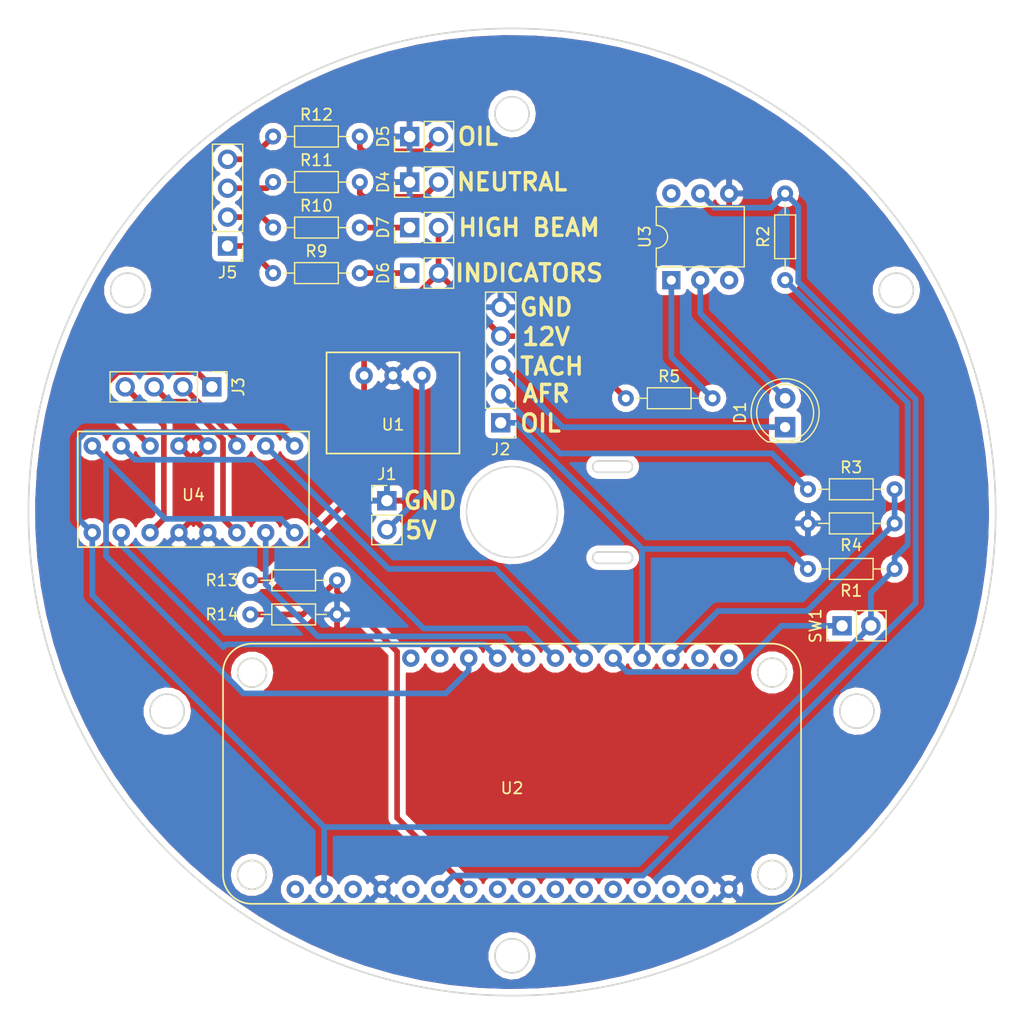
<source format=kicad_pcb>
(kicad_pcb (version 20171130) (host pcbnew "(5.0.1)-4")

  (general
    (thickness 1.6)
    (drawings 31)
    (tracks 146)
    (zones 0)
    (modules 25)
    (nets 31)
  )

  (page A4)
  (layers
    (0 F.Cu signal)
    (31 B.Cu signal)
    (32 B.Adhes user)
    (33 F.Adhes user)
    (34 B.Paste user)
    (35 F.Paste user)
    (36 B.SilkS user)
    (37 F.SilkS user)
    (38 B.Mask user)
    (39 F.Mask user)
    (40 Dwgs.User user hide)
    (41 Cmts.User user)
    (42 Eco1.User user)
    (43 Eco2.User user)
    (44 Edge.Cuts user)
    (45 Margin user)
    (46 B.CrtYd user hide)
    (47 F.CrtYd user hide)
    (48 B.Fab user)
    (49 F.Fab user hide)
  )

  (setup
    (last_trace_width 0.25)
    (user_trace_width 0.5)
    (trace_clearance 0.2)
    (zone_clearance 0.508)
    (zone_45_only no)
    (trace_min 0.0889)
    (segment_width 0.2)
    (edge_width 0.15)
    (via_size 0.8)
    (via_drill 0.4)
    (via_min_size 0.45)
    (via_min_drill 0.2)
    (uvia_size 0.3)
    (uvia_drill 0.1)
    (uvias_allowed no)
    (uvia_min_size 0.2)
    (uvia_min_drill 0.1)
    (pcb_text_width 0.3)
    (pcb_text_size 1.5 1.5)
    (mod_edge_width 0.15)
    (mod_text_size 1 1)
    (mod_text_width 0.15)
    (pad_size 1.524 1.524)
    (pad_drill 0.762)
    (pad_to_mask_clearance 0.051)
    (solder_mask_min_width 0.25)
    (aux_axis_origin 0 0)
    (visible_elements 7FFFFFFF)
    (pcbplotparams
      (layerselection 0x010f0_ffffffff)
      (usegerberextensions false)
      (usegerberattributes true)
      (usegerberadvancedattributes false)
      (creategerberjobfile false)
      (excludeedgelayer true)
      (linewidth 0.100000)
      (plotframeref false)
      (viasonmask false)
      (mode 1)
      (useauxorigin false)
      (hpglpennumber 1)
      (hpglpenspeed 20)
      (hpglpendiameter 15.000000)
      (psnegative false)
      (psa4output false)
      (plotreference true)
      (plotvalue true)
      (plotinvisibletext false)
      (padsonsilk false)
      (subtractmaskfromsilk false)
      (outputformat 1)
      (mirror false)
      (drillshape 0)
      (scaleselection 1)
      (outputdirectory "gauge_gerber"))
  )

  (net 0 "")
  (net 1 GND)
  (net 2 "Net-(D1-Pad2)")
  (net 3 "Net-(D4-Pad2)")
  (net 4 "Net-(D5-Pad2)")
  (net 5 +12V)
  (net 6 "Net-(D6-Pad1)")
  (net 7 "Net-(D7-Pad1)")
  (net 8 "Net-(J1-Pad2)")
  (net 9 "Net-(J2-Pad1)")
  (net 10 "Net-(J3-Pad1)")
  (net 11 "Net-(J3-Pad2)")
  (net 12 "Net-(J3-Pad3)")
  (net 13 "Net-(J3-Pad4)")
  (net 14 +3V3)
  (net 15 +5V)
  (net 16 "Net-(U2-Pad11)")
  (net 17 "Net-(U2-Pad10)")
  (net 18 "Net-(J5-Pad4)")
  (net 19 "Net-(J5-Pad3)")
  (net 20 "Net-(J5-Pad2)")
  (net 21 "Net-(J5-Pad1)")
  (net 22 "Net-(U2-Pad13)")
  (net 23 "Net-(U2-Pad12)")
  (net 24 "Net-(R13-Pad2)")
  (net 25 "Net-(D1-Pad1)")
  (net 26 "Net-(SW1-Pad1)")
  (net 27 "Net-(J2-Pad2)")
  (net 28 "Net-(R2-Pad2)")
  (net 29 "Net-(R3-Pad2)")
  (net 30 "Net-(R5-Pad2)")

  (net_class Default "This is the default net class."
    (clearance 0.2)
    (trace_width 0.25)
    (via_dia 0.8)
    (via_drill 0.4)
    (uvia_dia 0.3)
    (uvia_drill 0.1)
    (add_net +12V)
    (add_net +3V3)
    (add_net +5V)
    (add_net GND)
    (add_net "Net-(D1-Pad1)")
    (add_net "Net-(D1-Pad2)")
    (add_net "Net-(D4-Pad2)")
    (add_net "Net-(D5-Pad2)")
    (add_net "Net-(D6-Pad1)")
    (add_net "Net-(D7-Pad1)")
    (add_net "Net-(J1-Pad2)")
    (add_net "Net-(J2-Pad1)")
    (add_net "Net-(J2-Pad2)")
    (add_net "Net-(J3-Pad1)")
    (add_net "Net-(J3-Pad2)")
    (add_net "Net-(J3-Pad3)")
    (add_net "Net-(J3-Pad4)")
    (add_net "Net-(J5-Pad1)")
    (add_net "Net-(J5-Pad2)")
    (add_net "Net-(J5-Pad3)")
    (add_net "Net-(J5-Pad4)")
    (add_net "Net-(R13-Pad2)")
    (add_net "Net-(R2-Pad2)")
    (add_net "Net-(R3-Pad2)")
    (add_net "Net-(R5-Pad2)")
    (add_net "Net-(SW1-Pad1)")
    (add_net "Net-(U2-Pad10)")
    (add_net "Net-(U2-Pad11)")
    (add_net "Net-(U2-Pad12)")
    (add_net "Net-(U2-Pad13)")
  )

  (module Resistor_THT:R_Axial_DIN0204_L3.6mm_D1.6mm_P7.62mm_Horizontal (layer F.Cu) (tedit 5AE5139B) (tstamp 5CD17FCA)
    (at 160 90)
    (descr "Resistor, Axial_DIN0204 series, Axial, Horizontal, pin pitch=7.62mm, 0.167W, length*diameter=3.6*1.6mm^2, http://cdn-reichelt.de/documents/datenblatt/B400/1_4W%23YAG.pdf")
    (tags "Resistor Axial_DIN0204 series Axial Horizontal pin pitch 7.62mm 0.167W length 3.6mm diameter 1.6mm")
    (path /5CC47B3E)
    (fp_text reference R5 (at 3.81 -1.92) (layer F.SilkS)
      (effects (font (size 1 1) (thickness 0.15)))
    )
    (fp_text value 2k (at 3.81 1.92) (layer F.Fab)
      (effects (font (size 1 1) (thickness 0.15)))
    )
    (fp_line (start 2.01 -0.8) (end 2.01 0.8) (layer F.Fab) (width 0.1))
    (fp_line (start 2.01 0.8) (end 5.61 0.8) (layer F.Fab) (width 0.1))
    (fp_line (start 5.61 0.8) (end 5.61 -0.8) (layer F.Fab) (width 0.1))
    (fp_line (start 5.61 -0.8) (end 2.01 -0.8) (layer F.Fab) (width 0.1))
    (fp_line (start 0 0) (end 2.01 0) (layer F.Fab) (width 0.1))
    (fp_line (start 7.62 0) (end 5.61 0) (layer F.Fab) (width 0.1))
    (fp_line (start 1.89 -0.92) (end 1.89 0.92) (layer F.SilkS) (width 0.12))
    (fp_line (start 1.89 0.92) (end 5.73 0.92) (layer F.SilkS) (width 0.12))
    (fp_line (start 5.73 0.92) (end 5.73 -0.92) (layer F.SilkS) (width 0.12))
    (fp_line (start 5.73 -0.92) (end 1.89 -0.92) (layer F.SilkS) (width 0.12))
    (fp_line (start 0.94 0) (end 1.89 0) (layer F.SilkS) (width 0.12))
    (fp_line (start 6.68 0) (end 5.73 0) (layer F.SilkS) (width 0.12))
    (fp_line (start -0.95 -1.05) (end -0.95 1.05) (layer F.CrtYd) (width 0.05))
    (fp_line (start -0.95 1.05) (end 8.57 1.05) (layer F.CrtYd) (width 0.05))
    (fp_line (start 8.57 1.05) (end 8.57 -1.05) (layer F.CrtYd) (width 0.05))
    (fp_line (start 8.57 -1.05) (end -0.95 -1.05) (layer F.CrtYd) (width 0.05))
    (fp_text user %R (at 3.81 0) (layer F.Fab)
      (effects (font (size 0.72 0.72) (thickness 0.108)))
    )
    (pad 1 thru_hole circle (at 0 0) (size 1.4 1.4) (drill 0.7) (layers *.Cu *.Mask)
      (net 5 +12V))
    (pad 2 thru_hole oval (at 7.62 0) (size 1.4 1.4) (drill 0.7) (layers *.Cu *.Mask)
      (net 30 "Net-(R5-Pad2)"))
    (model ${KISYS3DMOD}/Resistor_THT.3dshapes/R_Axial_DIN0204_L3.6mm_D1.6mm_P7.62mm_Horizontal.wrl
      (at (xyz 0 0 0))
      (scale (xyz 1 1 1))
      (rotate (xyz 0 0 0))
    )
  )

  (module Resistor_THT:R_Axial_DIN0204_L3.6mm_D1.6mm_P7.62mm_Horizontal (layer F.Cu) (tedit 5AE5139B) (tstamp 5CD16943)
    (at 183.62 105 180)
    (descr "Resistor, Axial_DIN0204 series, Axial, Horizontal, pin pitch=7.62mm, 0.167W, length*diameter=3.6*1.6mm^2, http://cdn-reichelt.de/documents/datenblatt/B400/1_4W%23YAG.pdf")
    (tags "Resistor Axial_DIN0204 series Axial Horizontal pin pitch 7.62mm 0.167W length 3.6mm diameter 1.6mm")
    (path /5CC5478B)
    (fp_text reference R1 (at 3.81 -1.92 180) (layer F.SilkS)
      (effects (font (size 1 1) (thickness 0.15)))
    )
    (fp_text value R (at 3.81 1.92 180) (layer F.Fab)
      (effects (font (size 1 1) (thickness 0.15)))
    )
    (fp_line (start 2.01 -0.8) (end 2.01 0.8) (layer F.Fab) (width 0.1))
    (fp_line (start 2.01 0.8) (end 5.61 0.8) (layer F.Fab) (width 0.1))
    (fp_line (start 5.61 0.8) (end 5.61 -0.8) (layer F.Fab) (width 0.1))
    (fp_line (start 5.61 -0.8) (end 2.01 -0.8) (layer F.Fab) (width 0.1))
    (fp_line (start 0 0) (end 2.01 0) (layer F.Fab) (width 0.1))
    (fp_line (start 7.62 0) (end 5.61 0) (layer F.Fab) (width 0.1))
    (fp_line (start 1.89 -0.92) (end 1.89 0.92) (layer F.SilkS) (width 0.12))
    (fp_line (start 1.89 0.92) (end 5.73 0.92) (layer F.SilkS) (width 0.12))
    (fp_line (start 5.73 0.92) (end 5.73 -0.92) (layer F.SilkS) (width 0.12))
    (fp_line (start 5.73 -0.92) (end 1.89 -0.92) (layer F.SilkS) (width 0.12))
    (fp_line (start 0.94 0) (end 1.89 0) (layer F.SilkS) (width 0.12))
    (fp_line (start 6.68 0) (end 5.73 0) (layer F.SilkS) (width 0.12))
    (fp_line (start -0.95 -1.05) (end -0.95 1.05) (layer F.CrtYd) (width 0.05))
    (fp_line (start -0.95 1.05) (end 8.57 1.05) (layer F.CrtYd) (width 0.05))
    (fp_line (start 8.57 1.05) (end 8.57 -1.05) (layer F.CrtYd) (width 0.05))
    (fp_line (start 8.57 -1.05) (end -0.95 -1.05) (layer F.CrtYd) (width 0.05))
    (fp_text user %R (at 3.81 0 180) (layer F.Fab)
      (effects (font (size 0.72 0.72) (thickness 0.108)))
    )
    (pad 1 thru_hole circle (at 0 0 180) (size 1.4 1.4) (drill 0.7) (layers *.Cu *.Mask)
      (net 14 +3V3))
    (pad 2 thru_hole oval (at 7.62 0 180) (size 1.4 1.4) (drill 0.7) (layers *.Cu *.Mask)
      (net 9 "Net-(J2-Pad1)"))
    (model ${KISYS3DMOD}/Resistor_THT.3dshapes/R_Axial_DIN0204_L3.6mm_D1.6mm_P7.62mm_Horizontal.wrl
      (at (xyz 0 0 0))
      (scale (xyz 1 1 1))
      (rotate (xyz 0 0 0))
    )
  )

  (module Footprints:TSR1 (layer F.Cu) (tedit 5CBCFA76) (tstamp 5CE266CF)
    (at 139.54 89.778)
    (path /5CC457F0)
    (fp_text reference U1 (at 0 2.54) (layer F.SilkS)
      (effects (font (size 1 1) (thickness 0.15)))
    )
    (fp_text value TSR12450 (at 0 -5.08) (layer F.Fab)
      (effects (font (size 1 1) (thickness 0.15)))
    )
    (fp_line (start -5.842 -3.81) (end 5.842 -3.81) (layer F.SilkS) (width 0.15))
    (fp_line (start 5.842 -3.81) (end 5.842 5.08) (layer F.SilkS) (width 0.15))
    (fp_line (start 5.842 5.08) (end -5.842 5.08) (layer F.SilkS) (width 0.15))
    (fp_line (start -5.842 5.08) (end -5.842 -3.81) (layer F.SilkS) (width 0.15))
    (pad 2 thru_hole circle (at 0 -1.778) (size 1.524 1.524) (drill 0.762) (layers *.Cu *.Mask)
      (net 1 GND))
    (pad 1 thru_hole circle (at -2.54 -1.778) (size 1.524 1.524) (drill 0.762) (layers *.Cu *.Mask)
      (net 5 +12V))
    (pad 3 thru_hole circle (at 2.54 -1.778) (size 1.524 1.524) (drill 0.762) (layers *.Cu *.Mask)
      (net 8 "Net-(J1-Pad2)"))
  )

  (module Footprints:Feather (layer F.Cu) (tedit 5CBCED8F) (tstamp 5CE2679E)
    (at 150 123)
    (path /5CBFD77E)
    (fp_text reference U2 (at 0 1.27) (layer F.SilkS)
      (effects (font (size 1 1) (thickness 0.15)))
    )
    (fp_text value Feather (at 0 -1.27) (layer F.Fab)
      (effects (font (size 1 1) (thickness 0.15)))
    )
    (fp_arc (start 22.86 8.89) (end 22.86 11.43) (angle -90) (layer F.SilkS) (width 0.15))
    (fp_arc (start -22.86 8.89) (end -25.4 8.89) (angle -90) (layer F.SilkS) (width 0.15))
    (fp_arc (start -22.86 -8.89) (end -22.86 -11.43) (angle -90) (layer F.SilkS) (width 0.15))
    (fp_arc (start 22.86 -8.89) (end 25.4 -8.89) (angle -90) (layer F.SilkS) (width 0.15))
    (fp_line (start 25.4 8.89) (end 25.4 -8.89) (layer F.SilkS) (width 0.15))
    (fp_line (start -22.86 11.43) (end 22.86 11.43) (layer F.SilkS) (width 0.15))
    (fp_line (start -25.4 -8.89) (end -25.4 8.89) (layer F.SilkS) (width 0.15))
    (fp_line (start 22.86 -11.43) (end -22.86 -11.43) (layer F.SilkS) (width 0.15))
    (fp_circle (center -22.86 -8.89) (end -22.86 -10.16) (layer F.SilkS) (width 0.15))
    (fp_circle (center -22.86 8.89) (end -22.86 10.16) (layer F.SilkS) (width 0.15))
    (fp_circle (center 22.86 -8.89) (end 22.86 -10.16) (layer F.SilkS) (width 0.15))
    (fp_circle (center 22.86 8.89) (end 22.86 10.16) (layer F.SilkS) (width 0.15))
    (pad 29 thru_hole circle (at -8.89 -10.16) (size 1.524 1.524) (drill 0.762) (layers *.Cu *.Mask))
    (pad 30 thru_hole circle (at -6.35 -10.16) (size 1.524 1.524) (drill 0.762) (layers *.Cu *.Mask))
    (pad 31 thru_hole circle (at -3.81 -10.16) (size 1.524 1.524) (drill 0.762) (layers *.Cu *.Mask)
      (net 15 +5V))
    (pad 13 thru_hole circle (at -1.27 -10.16) (size 1.524 1.524) (drill 0.762) (layers *.Cu *.Mask)
      (net 22 "Net-(U2-Pad13)"))
    (pad 12 thru_hole circle (at 1.27 -10.16) (size 1.524 1.524) (drill 0.762) (layers *.Cu *.Mask)
      (net 23 "Net-(U2-Pad12)"))
    (pad 11 thru_hole circle (at 3.81 -10.16) (size 1.524 1.524) (drill 0.762) (layers *.Cu *.Mask)
      (net 16 "Net-(U2-Pad11)"))
    (pad 10 thru_hole circle (at 6.35 -10.16) (size 1.524 1.524) (drill 0.762) (layers *.Cu *.Mask)
      (net 17 "Net-(U2-Pad10)"))
    (pad 9 thru_hole circle (at 8.89 -10.16) (size 1.524 1.524) (drill 0.762) (layers *.Cu *.Mask)
      (net 26 "Net-(SW1-Pad1)"))
    (pad 6 thru_hole circle (at 11.43 -10.16) (size 1.524 1.524) (drill 0.762) (layers *.Cu *.Mask)
      (net 9 "Net-(J2-Pad1)"))
    (pad 5 thru_hole circle (at 13.97 -10.16) (size 1.524 1.524) (drill 0.762) (layers *.Cu *.Mask)
      (net 29 "Net-(R3-Pad2)"))
    (pad 21 thru_hole circle (at 16.51 -10.16) (size 1.524 1.524) (drill 0.762) (layers *.Cu *.Mask))
    (pad 20 thru_hole circle (at 19.05 -10.16) (size 1.524 1.524) (drill 0.762) (layers *.Cu *.Mask))
    (pad 2 thru_hole circle (at 19.05 10.16) (size 1.524 1.524) (drill 0.762) (layers *.Cu *.Mask)
      (net 1 GND))
    (pad 1 thru_hole circle (at 16.51 10.16) (size 1.524 1.524) (drill 0.762) (layers *.Cu *.Mask))
    (pad 0 thru_hole circle (at 13.97 10.16) (size 1.524 1.524) (drill 0.762) (layers *.Cu *.Mask))
    (pad 22 thru_hole circle (at 11.43 10.16) (size 1.524 1.524) (drill 0.762) (layers *.Cu *.Mask))
    (pad 23 thru_hole circle (at 8.89 10.16) (size 1.524 1.524) (drill 0.762) (layers *.Cu *.Mask))
    (pad 24 thru_hole circle (at 6.35 10.16) (size 1.524 1.524) (drill 0.762) (layers *.Cu *.Mask))
    (pad 19 thru_hole circle (at 3.81 10.16) (size 1.524 1.524) (drill 0.762) (layers *.Cu *.Mask))
    (pad 18 thru_hole circle (at 1.27 10.16) (size 1.524 1.524) (drill 0.762) (layers *.Cu *.Mask))
    (pad 17 thru_hole circle (at -1.27 10.16) (size 1.524 1.524) (drill 0.762) (layers *.Cu *.Mask))
    (pad 16 thru_hole circle (at -3.81 10.16) (size 1.524 1.524) (drill 0.762) (layers *.Cu *.Mask)
      (net 24 "Net-(R13-Pad2)"))
    (pad 15 thru_hole circle (at -6.35 10.16) (size 1.524 1.524) (drill 0.762) (layers *.Cu *.Mask)
      (net 28 "Net-(R2-Pad2)"))
    (pad 14 thru_hole circle (at -8.89 10.16) (size 1.524 1.524) (drill 0.762) (layers *.Cu *.Mask))
    (pad 28 thru_hole circle (at -11.43 10.16) (size 1.524 1.524) (drill 0.762) (layers *.Cu *.Mask)
      (net 1 GND))
    (pad 27 thru_hole circle (at -13.97 10.16) (size 1.524 1.524) (drill 0.762) (layers *.Cu *.Mask))
    (pad 26 thru_hole circle (at -16.51 10.16) (size 1.524 1.524) (drill 0.762) (layers *.Cu *.Mask)
      (net 14 +3V3))
    (pad 25 thru_hole circle (at -19.05 10.16) (size 1.524 1.524) (drill 0.762) (layers *.Cu *.Mask))
  )

  (module Footprints:L293D (layer F.Cu) (tedit 5CBCF8CF) (tstamp 5CE269AF)
    (at 122 98)
    (path /5CB8E603)
    (fp_text reference U4 (at 0 0.5) (layer F.SilkS)
      (effects (font (size 1 1) (thickness 0.15)))
    )
    (fp_text value L293D (at 0 -7.62) (layer F.Fab)
      (effects (font (size 1 1) (thickness 0.15)))
    )
    (fp_line (start 10.16 -5.08) (end -10.16 -5.08) (layer F.SilkS) (width 0.15))
    (fp_line (start -10.16 -5.08) (end -10.16 5.08) (layer F.SilkS) (width 0.15))
    (fp_line (start -10.16 5.08) (end 10.16 5.08) (layer F.SilkS) (width 0.15))
    (fp_line (start 10.16 5.08) (end 10.16 -5.08) (layer F.SilkS) (width 0.15))
    (pad 1 thru_hole circle (at -8.89 3.81) (size 1.524 1.524) (drill 0.762) (layers *.Cu *.Mask)
      (net 14 +3V3))
    (pad 2 thru_hole circle (at -6.35 3.81) (size 1.524 1.524) (drill 0.762) (layers *.Cu *.Mask)
      (net 22 "Net-(U2-Pad13)"))
    (pad 3 thru_hole circle (at -3.81 3.81) (size 1.524 1.524) (drill 0.762) (layers *.Cu *.Mask)
      (net 13 "Net-(J3-Pad4)"))
    (pad 4 thru_hole circle (at -1.27 3.81) (size 1.524 1.524) (drill 0.762) (layers *.Cu *.Mask)
      (net 1 GND))
    (pad 5 thru_hole circle (at 1.27 3.81) (size 1.524 1.524) (drill 0.762) (layers *.Cu *.Mask)
      (net 1 GND))
    (pad 6 thru_hole circle (at 3.81 3.81) (size 1.524 1.524) (drill 0.762) (layers *.Cu *.Mask)
      (net 12 "Net-(J3-Pad3)"))
    (pad 7 thru_hole circle (at 6.35 3.81) (size 1.524 1.524) (drill 0.762) (layers *.Cu *.Mask)
      (net 23 "Net-(U2-Pad12)"))
    (pad 8 thru_hole circle (at 8.89 3.81) (size 1.524 1.524) (drill 0.762) (layers *.Cu *.Mask)
      (net 15 +5V))
    (pad 9 thru_hole circle (at 8.89 -3.81) (size 1.524 1.524) (drill 0.762) (layers *.Cu *.Mask)
      (net 14 +3V3))
    (pad 10 thru_hole circle (at 6.35 -3.81) (size 1.524 1.524) (drill 0.762) (layers *.Cu *.Mask)
      (net 17 "Net-(U2-Pad10)"))
    (pad 11 thru_hole circle (at 3.81 -3.81) (size 1.524 1.524) (drill 0.762) (layers *.Cu *.Mask)
      (net 11 "Net-(J3-Pad2)"))
    (pad 12 thru_hole circle (at 1.27 -3.81) (size 1.524 1.524) (drill 0.762) (layers *.Cu *.Mask)
      (net 1 GND))
    (pad 13 thru_hole circle (at -1.27 -3.81) (size 1.524 1.524) (drill 0.762) (layers *.Cu *.Mask)
      (net 1 GND))
    (pad 14 thru_hole circle (at -3.81 -3.81) (size 1.524 1.524) (drill 0.762) (layers *.Cu *.Mask)
      (net 10 "Net-(J3-Pad1)"))
    (pad 15 thru_hole circle (at -6.35 -3.81) (size 1.524 1.524) (drill 0.762) (layers *.Cu *.Mask)
      (net 16 "Net-(U2-Pad11)"))
    (pad 16 thru_hole circle (at -8.89 -3.81) (size 1.524 1.524) (drill 0.762) (layers *.Cu *.Mask)
      (net 15 +5V))
  )

  (module Resistor_THT:R_Axial_DIN0204_L3.6mm_D1.6mm_P7.62mm_Horizontal (layer F.Cu) (tedit 5AE5139B) (tstamp 5CE2686A)
    (at 129 79)
    (descr "Resistor, Axial_DIN0204 series, Axial, Horizontal, pin pitch=7.62mm, 0.167W, length*diameter=3.6*1.6mm^2, http://cdn-reichelt.de/documents/datenblatt/B400/1_4W%23YAG.pdf")
    (tags "Resistor Axial_DIN0204 series Axial Horizontal pin pitch 7.62mm 0.167W length 3.6mm diameter 1.6mm")
    (path /5CCC7660)
    (fp_text reference R9 (at 3.81 -1.92) (layer F.SilkS)
      (effects (font (size 1 1) (thickness 0.15)))
    )
    (fp_text value 220 (at 3.81 1.92) (layer F.Fab)
      (effects (font (size 1 1) (thickness 0.15)))
    )
    (fp_text user %R (at 3.81 0) (layer F.Fab)
      (effects (font (size 0.72 0.72) (thickness 0.108)))
    )
    (fp_line (start 8.57 -1.05) (end -0.95 -1.05) (layer F.CrtYd) (width 0.05))
    (fp_line (start 8.57 1.05) (end 8.57 -1.05) (layer F.CrtYd) (width 0.05))
    (fp_line (start -0.95 1.05) (end 8.57 1.05) (layer F.CrtYd) (width 0.05))
    (fp_line (start -0.95 -1.05) (end -0.95 1.05) (layer F.CrtYd) (width 0.05))
    (fp_line (start 6.68 0) (end 5.73 0) (layer F.SilkS) (width 0.12))
    (fp_line (start 0.94 0) (end 1.89 0) (layer F.SilkS) (width 0.12))
    (fp_line (start 5.73 -0.92) (end 1.89 -0.92) (layer F.SilkS) (width 0.12))
    (fp_line (start 5.73 0.92) (end 5.73 -0.92) (layer F.SilkS) (width 0.12))
    (fp_line (start 1.89 0.92) (end 5.73 0.92) (layer F.SilkS) (width 0.12))
    (fp_line (start 1.89 -0.92) (end 1.89 0.92) (layer F.SilkS) (width 0.12))
    (fp_line (start 7.62 0) (end 5.61 0) (layer F.Fab) (width 0.1))
    (fp_line (start 0 0) (end 2.01 0) (layer F.Fab) (width 0.1))
    (fp_line (start 5.61 -0.8) (end 2.01 -0.8) (layer F.Fab) (width 0.1))
    (fp_line (start 5.61 0.8) (end 5.61 -0.8) (layer F.Fab) (width 0.1))
    (fp_line (start 2.01 0.8) (end 5.61 0.8) (layer F.Fab) (width 0.1))
    (fp_line (start 2.01 -0.8) (end 2.01 0.8) (layer F.Fab) (width 0.1))
    (pad 2 thru_hole oval (at 7.62 0) (size 1.4 1.4) (drill 0.7) (layers *.Cu *.Mask)
      (net 6 "Net-(D6-Pad1)"))
    (pad 1 thru_hole circle (at 0 0) (size 1.4 1.4) (drill 0.7) (layers *.Cu *.Mask)
      (net 21 "Net-(J5-Pad1)"))
    (model ${KISYS3DMOD}/Resistor_THT.3dshapes/R_Axial_DIN0204_L3.6mm_D1.6mm_P7.62mm_Horizontal.wrl
      (at (xyz 0 0 0))
      (scale (xyz 1 1 1))
      (rotate (xyz 0 0 0))
    )
  )

  (module Resistor_THT:R_Axial_DIN0204_L3.6mm_D1.6mm_P7.62mm_Horizontal (layer F.Cu) (tedit 5AE5139B) (tstamp 5CE2680A)
    (at 129 75)
    (descr "Resistor, Axial_DIN0204 series, Axial, Horizontal, pin pitch=7.62mm, 0.167W, length*diameter=3.6*1.6mm^2, http://cdn-reichelt.de/documents/datenblatt/B400/1_4W%23YAG.pdf")
    (tags "Resistor Axial_DIN0204 series Axial Horizontal pin pitch 7.62mm 0.167W length 3.6mm diameter 1.6mm")
    (path /5CCC7E96)
    (fp_text reference R10 (at 3.81 -1.92) (layer F.SilkS)
      (effects (font (size 1 1) (thickness 0.15)))
    )
    (fp_text value 220 (at 3.81 1.92) (layer F.Fab)
      (effects (font (size 1 1) (thickness 0.15)))
    )
    (fp_line (start 2.01 -0.8) (end 2.01 0.8) (layer F.Fab) (width 0.1))
    (fp_line (start 2.01 0.8) (end 5.61 0.8) (layer F.Fab) (width 0.1))
    (fp_line (start 5.61 0.8) (end 5.61 -0.8) (layer F.Fab) (width 0.1))
    (fp_line (start 5.61 -0.8) (end 2.01 -0.8) (layer F.Fab) (width 0.1))
    (fp_line (start 0 0) (end 2.01 0) (layer F.Fab) (width 0.1))
    (fp_line (start 7.62 0) (end 5.61 0) (layer F.Fab) (width 0.1))
    (fp_line (start 1.89 -0.92) (end 1.89 0.92) (layer F.SilkS) (width 0.12))
    (fp_line (start 1.89 0.92) (end 5.73 0.92) (layer F.SilkS) (width 0.12))
    (fp_line (start 5.73 0.92) (end 5.73 -0.92) (layer F.SilkS) (width 0.12))
    (fp_line (start 5.73 -0.92) (end 1.89 -0.92) (layer F.SilkS) (width 0.12))
    (fp_line (start 0.94 0) (end 1.89 0) (layer F.SilkS) (width 0.12))
    (fp_line (start 6.68 0) (end 5.73 0) (layer F.SilkS) (width 0.12))
    (fp_line (start -0.95 -1.05) (end -0.95 1.05) (layer F.CrtYd) (width 0.05))
    (fp_line (start -0.95 1.05) (end 8.57 1.05) (layer F.CrtYd) (width 0.05))
    (fp_line (start 8.57 1.05) (end 8.57 -1.05) (layer F.CrtYd) (width 0.05))
    (fp_line (start 8.57 -1.05) (end -0.95 -1.05) (layer F.CrtYd) (width 0.05))
    (fp_text user %R (at 3.81 0) (layer F.Fab)
      (effects (font (size 0.72 0.72) (thickness 0.108)))
    )
    (pad 1 thru_hole circle (at 0 0) (size 1.4 1.4) (drill 0.7) (layers *.Cu *.Mask)
      (net 20 "Net-(J5-Pad2)"))
    (pad 2 thru_hole oval (at 7.62 0) (size 1.4 1.4) (drill 0.7) (layers *.Cu *.Mask)
      (net 7 "Net-(D7-Pad1)"))
    (model ${KISYS3DMOD}/Resistor_THT.3dshapes/R_Axial_DIN0204_L3.6mm_D1.6mm_P7.62mm_Horizontal.wrl
      (at (xyz 0 0 0))
      (scale (xyz 1 1 1))
      (rotate (xyz 0 0 0))
    )
  )

  (module Resistor_THT:R_Axial_DIN0204_L3.6mm_D1.6mm_P7.62mm_Horizontal (layer F.Cu) (tedit 5AE5139B) (tstamp 5CE26A50)
    (at 129 71)
    (descr "Resistor, Axial_DIN0204 series, Axial, Horizontal, pin pitch=7.62mm, 0.167W, length*diameter=3.6*1.6mm^2, http://cdn-reichelt.de/documents/datenblatt/B400/1_4W%23YAG.pdf")
    (tags "Resistor Axial_DIN0204 series Axial Horizontal pin pitch 7.62mm 0.167W length 3.6mm diameter 1.6mm")
    (path /5CCC7F21)
    (fp_text reference R11 (at 3.81 -1.92) (layer F.SilkS)
      (effects (font (size 1 1) (thickness 0.15)))
    )
    (fp_text value 220 (at 3.81 1.92) (layer F.Fab)
      (effects (font (size 1 1) (thickness 0.15)))
    )
    (fp_text user %R (at 3.81 0) (layer F.Fab)
      (effects (font (size 0.72 0.72) (thickness 0.108)))
    )
    (fp_line (start 8.57 -1.05) (end -0.95 -1.05) (layer F.CrtYd) (width 0.05))
    (fp_line (start 8.57 1.05) (end 8.57 -1.05) (layer F.CrtYd) (width 0.05))
    (fp_line (start -0.95 1.05) (end 8.57 1.05) (layer F.CrtYd) (width 0.05))
    (fp_line (start -0.95 -1.05) (end -0.95 1.05) (layer F.CrtYd) (width 0.05))
    (fp_line (start 6.68 0) (end 5.73 0) (layer F.SilkS) (width 0.12))
    (fp_line (start 0.94 0) (end 1.89 0) (layer F.SilkS) (width 0.12))
    (fp_line (start 5.73 -0.92) (end 1.89 -0.92) (layer F.SilkS) (width 0.12))
    (fp_line (start 5.73 0.92) (end 5.73 -0.92) (layer F.SilkS) (width 0.12))
    (fp_line (start 1.89 0.92) (end 5.73 0.92) (layer F.SilkS) (width 0.12))
    (fp_line (start 1.89 -0.92) (end 1.89 0.92) (layer F.SilkS) (width 0.12))
    (fp_line (start 7.62 0) (end 5.61 0) (layer F.Fab) (width 0.1))
    (fp_line (start 0 0) (end 2.01 0) (layer F.Fab) (width 0.1))
    (fp_line (start 5.61 -0.8) (end 2.01 -0.8) (layer F.Fab) (width 0.1))
    (fp_line (start 5.61 0.8) (end 5.61 -0.8) (layer F.Fab) (width 0.1))
    (fp_line (start 2.01 0.8) (end 5.61 0.8) (layer F.Fab) (width 0.1))
    (fp_line (start 2.01 -0.8) (end 2.01 0.8) (layer F.Fab) (width 0.1))
    (pad 2 thru_hole oval (at 7.62 0) (size 1.4 1.4) (drill 0.7) (layers *.Cu *.Mask)
      (net 3 "Net-(D4-Pad2)"))
    (pad 1 thru_hole circle (at 0 0) (size 1.4 1.4) (drill 0.7) (layers *.Cu *.Mask)
      (net 19 "Net-(J5-Pad3)"))
    (model ${KISYS3DMOD}/Resistor_THT.3dshapes/R_Axial_DIN0204_L3.6mm_D1.6mm_P7.62mm_Horizontal.wrl
      (at (xyz 0 0 0))
      (scale (xyz 1 1 1))
      (rotate (xyz 0 0 0))
    )
  )

  (module Resistor_THT:R_Axial_DIN0204_L3.6mm_D1.6mm_P7.62mm_Horizontal (layer F.Cu) (tedit 5AE5139B) (tstamp 5CE26AB6)
    (at 129 67)
    (descr "Resistor, Axial_DIN0204 series, Axial, Horizontal, pin pitch=7.62mm, 0.167W, length*diameter=3.6*1.6mm^2, http://cdn-reichelt.de/documents/datenblatt/B400/1_4W%23YAG.pdf")
    (tags "Resistor Axial_DIN0204 series Axial Horizontal pin pitch 7.62mm 0.167W length 3.6mm diameter 1.6mm")
    (path /5CCC7FB2)
    (fp_text reference R12 (at 3.81 -1.92) (layer F.SilkS)
      (effects (font (size 1 1) (thickness 0.15)))
    )
    (fp_text value 220 (at 3.81 1.92) (layer F.Fab)
      (effects (font (size 1 1) (thickness 0.15)))
    )
    (fp_line (start 2.01 -0.8) (end 2.01 0.8) (layer F.Fab) (width 0.1))
    (fp_line (start 2.01 0.8) (end 5.61 0.8) (layer F.Fab) (width 0.1))
    (fp_line (start 5.61 0.8) (end 5.61 -0.8) (layer F.Fab) (width 0.1))
    (fp_line (start 5.61 -0.8) (end 2.01 -0.8) (layer F.Fab) (width 0.1))
    (fp_line (start 0 0) (end 2.01 0) (layer F.Fab) (width 0.1))
    (fp_line (start 7.62 0) (end 5.61 0) (layer F.Fab) (width 0.1))
    (fp_line (start 1.89 -0.92) (end 1.89 0.92) (layer F.SilkS) (width 0.12))
    (fp_line (start 1.89 0.92) (end 5.73 0.92) (layer F.SilkS) (width 0.12))
    (fp_line (start 5.73 0.92) (end 5.73 -0.92) (layer F.SilkS) (width 0.12))
    (fp_line (start 5.73 -0.92) (end 1.89 -0.92) (layer F.SilkS) (width 0.12))
    (fp_line (start 0.94 0) (end 1.89 0) (layer F.SilkS) (width 0.12))
    (fp_line (start 6.68 0) (end 5.73 0) (layer F.SilkS) (width 0.12))
    (fp_line (start -0.95 -1.05) (end -0.95 1.05) (layer F.CrtYd) (width 0.05))
    (fp_line (start -0.95 1.05) (end 8.57 1.05) (layer F.CrtYd) (width 0.05))
    (fp_line (start 8.57 1.05) (end 8.57 -1.05) (layer F.CrtYd) (width 0.05))
    (fp_line (start 8.57 -1.05) (end -0.95 -1.05) (layer F.CrtYd) (width 0.05))
    (fp_text user %R (at 3.81 0) (layer F.Fab)
      (effects (font (size 0.72 0.72) (thickness 0.108)))
    )
    (pad 1 thru_hole circle (at 0 0) (size 1.4 1.4) (drill 0.7) (layers *.Cu *.Mask)
      (net 18 "Net-(J5-Pad4)"))
    (pad 2 thru_hole oval (at 7.62 0) (size 1.4 1.4) (drill 0.7) (layers *.Cu *.Mask)
      (net 4 "Net-(D5-Pad2)"))
    (model ${KISYS3DMOD}/Resistor_THT.3dshapes/R_Axial_DIN0204_L3.6mm_D1.6mm_P7.62mm_Horizontal.wrl
      (at (xyz 0 0 0))
      (scale (xyz 1 1 1))
      (rotate (xyz 0 0 0))
    )
  )

  (module Resistor_THT:R_Axial_DIN0204_L3.6mm_D1.6mm_P7.62mm_Horizontal (layer F.Cu) (tedit 5AE5139B) (tstamp 5CE27A94)
    (at 127 106)
    (descr "Resistor, Axial_DIN0204 series, Axial, Horizontal, pin pitch=7.62mm, 0.167W, length*diameter=3.6*1.6mm^2, http://cdn-reichelt.de/documents/datenblatt/B400/1_4W%23YAG.pdf")
    (tags "Resistor Axial_DIN0204 series Axial Horizontal pin pitch 7.62mm 0.167W length 3.6mm diameter 1.6mm")
    (path /5CD253E5)
    (fp_text reference R13 (at -2.5 0) (layer F.SilkS)
      (effects (font (size 1 1) (thickness 0.15)))
    )
    (fp_text value 4.7k (at 3.81 1.92) (layer F.Fab)
      (effects (font (size 1 1) (thickness 0.15)))
    )
    (fp_text user %R (at 3.81 0) (layer F.Fab)
      (effects (font (size 0.72 0.72) (thickness 0.108)))
    )
    (fp_line (start 8.57 -1.05) (end -0.95 -1.05) (layer F.CrtYd) (width 0.05))
    (fp_line (start 8.57 1.05) (end 8.57 -1.05) (layer F.CrtYd) (width 0.05))
    (fp_line (start -0.95 1.05) (end 8.57 1.05) (layer F.CrtYd) (width 0.05))
    (fp_line (start -0.95 -1.05) (end -0.95 1.05) (layer F.CrtYd) (width 0.05))
    (fp_line (start 6.68 0) (end 5.73 0) (layer F.SilkS) (width 0.12))
    (fp_line (start 0.94 0) (end 1.89 0) (layer F.SilkS) (width 0.12))
    (fp_line (start 5.73 -0.92) (end 1.89 -0.92) (layer F.SilkS) (width 0.12))
    (fp_line (start 5.73 0.92) (end 5.73 -0.92) (layer F.SilkS) (width 0.12))
    (fp_line (start 1.89 0.92) (end 5.73 0.92) (layer F.SilkS) (width 0.12))
    (fp_line (start 1.89 -0.92) (end 1.89 0.92) (layer F.SilkS) (width 0.12))
    (fp_line (start 7.62 0) (end 5.61 0) (layer F.Fab) (width 0.1))
    (fp_line (start 0 0) (end 2.01 0) (layer F.Fab) (width 0.1))
    (fp_line (start 5.61 -0.8) (end 2.01 -0.8) (layer F.Fab) (width 0.1))
    (fp_line (start 5.61 0.8) (end 5.61 -0.8) (layer F.Fab) (width 0.1))
    (fp_line (start 2.01 0.8) (end 5.61 0.8) (layer F.Fab) (width 0.1))
    (fp_line (start 2.01 -0.8) (end 2.01 0.8) (layer F.Fab) (width 0.1))
    (pad 2 thru_hole oval (at 7.62 0) (size 1.4 1.4) (drill 0.7) (layers *.Cu *.Mask)
      (net 24 "Net-(R13-Pad2)"))
    (pad 1 thru_hole circle (at 0 0) (size 1.4 1.4) (drill 0.7) (layers *.Cu *.Mask)
      (net 5 +12V))
    (model ${KISYS3DMOD}/Resistor_THT.3dshapes/R_Axial_DIN0204_L3.6mm_D1.6mm_P7.62mm_Horizontal.wrl
      (at (xyz 0 0 0))
      (scale (xyz 1 1 1))
      (rotate (xyz 0 0 0))
    )
  )

  (module Resistor_THT:R_Axial_DIN0204_L3.6mm_D1.6mm_P7.62mm_Horizontal (layer F.Cu) (tedit 5AE5139B) (tstamp 5CE27AAB)
    (at 127 109)
    (descr "Resistor, Axial_DIN0204 series, Axial, Horizontal, pin pitch=7.62mm, 0.167W, length*diameter=3.6*1.6mm^2, http://cdn-reichelt.de/documents/datenblatt/B400/1_4W%23YAG.pdf")
    (tags "Resistor Axial_DIN0204 series Axial Horizontal pin pitch 7.62mm 0.167W length 3.6mm diameter 1.6mm")
    (path /5CD2548F)
    (fp_text reference R14 (at -2.5 0) (layer F.SilkS)
      (effects (font (size 1 1) (thickness 0.15)))
    )
    (fp_text value 10k (at 3.81 1.92) (layer F.Fab)
      (effects (font (size 1 1) (thickness 0.15)))
    )
    (fp_line (start 2.01 -0.8) (end 2.01 0.8) (layer F.Fab) (width 0.1))
    (fp_line (start 2.01 0.8) (end 5.61 0.8) (layer F.Fab) (width 0.1))
    (fp_line (start 5.61 0.8) (end 5.61 -0.8) (layer F.Fab) (width 0.1))
    (fp_line (start 5.61 -0.8) (end 2.01 -0.8) (layer F.Fab) (width 0.1))
    (fp_line (start 0 0) (end 2.01 0) (layer F.Fab) (width 0.1))
    (fp_line (start 7.62 0) (end 5.61 0) (layer F.Fab) (width 0.1))
    (fp_line (start 1.89 -0.92) (end 1.89 0.92) (layer F.SilkS) (width 0.12))
    (fp_line (start 1.89 0.92) (end 5.73 0.92) (layer F.SilkS) (width 0.12))
    (fp_line (start 5.73 0.92) (end 5.73 -0.92) (layer F.SilkS) (width 0.12))
    (fp_line (start 5.73 -0.92) (end 1.89 -0.92) (layer F.SilkS) (width 0.12))
    (fp_line (start 0.94 0) (end 1.89 0) (layer F.SilkS) (width 0.12))
    (fp_line (start 6.68 0) (end 5.73 0) (layer F.SilkS) (width 0.12))
    (fp_line (start -0.95 -1.05) (end -0.95 1.05) (layer F.CrtYd) (width 0.05))
    (fp_line (start -0.95 1.05) (end 8.57 1.05) (layer F.CrtYd) (width 0.05))
    (fp_line (start 8.57 1.05) (end 8.57 -1.05) (layer F.CrtYd) (width 0.05))
    (fp_line (start 8.57 -1.05) (end -0.95 -1.05) (layer F.CrtYd) (width 0.05))
    (fp_text user %R (at 3.81 0) (layer F.Fab)
      (effects (font (size 0.72 0.72) (thickness 0.108)))
    )
    (pad 1 thru_hole circle (at 0 0) (size 1.4 1.4) (drill 0.7) (layers *.Cu *.Mask)
      (net 24 "Net-(R13-Pad2)"))
    (pad 2 thru_hole oval (at 7.62 0) (size 1.4 1.4) (drill 0.7) (layers *.Cu *.Mask)
      (net 1 GND))
    (model ${KISYS3DMOD}/Resistor_THT.3dshapes/R_Axial_DIN0204_L3.6mm_D1.6mm_P7.62mm_Horizontal.wrl
      (at (xyz 0 0 0))
      (scale (xyz 1 1 1))
      (rotate (xyz 0 0 0))
    )
  )

  (module Connector_PinHeader_2.54mm:PinHeader_1x02_P2.54mm_Vertical (layer F.Cu) (tedit 59FED5CC) (tstamp 5CE2BBDB)
    (at 141 71 90)
    (descr "Through hole straight pin header, 1x02, 2.54mm pitch, single row")
    (tags "Through hole pin header THT 1x02 2.54mm single row")
    (path /5CB8F18D)
    (fp_text reference D4 (at 0 -2.33 90) (layer F.SilkS)
      (effects (font (size 1 1) (thickness 0.15)))
    )
    (fp_text value LED_HIGH_BEAM (at 0 4.87 90) (layer F.Fab)
      (effects (font (size 1 1) (thickness 0.15)))
    )
    (fp_text user %R (at 0 1.27 -180) (layer F.Fab)
      (effects (font (size 1 1) (thickness 0.15)))
    )
    (fp_line (start 1.8 -1.8) (end -1.8 -1.8) (layer F.CrtYd) (width 0.05))
    (fp_line (start 1.8 4.35) (end 1.8 -1.8) (layer F.CrtYd) (width 0.05))
    (fp_line (start -1.8 4.35) (end 1.8 4.35) (layer F.CrtYd) (width 0.05))
    (fp_line (start -1.8 -1.8) (end -1.8 4.35) (layer F.CrtYd) (width 0.05))
    (fp_line (start -1.33 -1.33) (end 0 -1.33) (layer F.SilkS) (width 0.12))
    (fp_line (start -1.33 0) (end -1.33 -1.33) (layer F.SilkS) (width 0.12))
    (fp_line (start -1.33 1.27) (end 1.33 1.27) (layer F.SilkS) (width 0.12))
    (fp_line (start 1.33 1.27) (end 1.33 3.87) (layer F.SilkS) (width 0.12))
    (fp_line (start -1.33 1.27) (end -1.33 3.87) (layer F.SilkS) (width 0.12))
    (fp_line (start -1.33 3.87) (end 1.33 3.87) (layer F.SilkS) (width 0.12))
    (fp_line (start -1.27 -0.635) (end -0.635 -1.27) (layer F.Fab) (width 0.1))
    (fp_line (start -1.27 3.81) (end -1.27 -0.635) (layer F.Fab) (width 0.1))
    (fp_line (start 1.27 3.81) (end -1.27 3.81) (layer F.Fab) (width 0.1))
    (fp_line (start 1.27 -1.27) (end 1.27 3.81) (layer F.Fab) (width 0.1))
    (fp_line (start -0.635 -1.27) (end 1.27 -1.27) (layer F.Fab) (width 0.1))
    (pad 2 thru_hole oval (at 0 2.54 90) (size 1.7 1.7) (drill 1) (layers *.Cu *.Mask)
      (net 3 "Net-(D4-Pad2)"))
    (pad 1 thru_hole rect (at 0 0 90) (size 1.7 1.7) (drill 1) (layers *.Cu *.Mask)
      (net 1 GND))
    (model ${KISYS3DMOD}/Connector_PinHeader_2.54mm.3dshapes/PinHeader_1x02_P2.54mm_Vertical.wrl
      (at (xyz 0 0 0))
      (scale (xyz 1 1 1))
      (rotate (xyz 0 0 0))
    )
  )

  (module Connector_PinHeader_2.54mm:PinHeader_1x02_P2.54mm_Vertical (layer F.Cu) (tedit 59FED5CC) (tstamp 5CE2C10B)
    (at 141 67 90)
    (descr "Through hole straight pin header, 1x02, 2.54mm pitch, single row")
    (tags "Through hole pin header THT 1x02 2.54mm single row")
    (path /5CB8F1D3)
    (fp_text reference D5 (at 0 -2.33 90) (layer F.SilkS)
      (effects (font (size 1 1) (thickness 0.15)))
    )
    (fp_text value LED_INDICATORS (at 0 4.87 90) (layer F.Fab)
      (effects (font (size 1 1) (thickness 0.15)))
    )
    (fp_line (start -0.635 -1.27) (end 1.27 -1.27) (layer F.Fab) (width 0.1))
    (fp_line (start 1.27 -1.27) (end 1.27 3.81) (layer F.Fab) (width 0.1))
    (fp_line (start 1.27 3.81) (end -1.27 3.81) (layer F.Fab) (width 0.1))
    (fp_line (start -1.27 3.81) (end -1.27 -0.635) (layer F.Fab) (width 0.1))
    (fp_line (start -1.27 -0.635) (end -0.635 -1.27) (layer F.Fab) (width 0.1))
    (fp_line (start -1.33 3.87) (end 1.33 3.87) (layer F.SilkS) (width 0.12))
    (fp_line (start -1.33 1.27) (end -1.33 3.87) (layer F.SilkS) (width 0.12))
    (fp_line (start 1.33 1.27) (end 1.33 3.87) (layer F.SilkS) (width 0.12))
    (fp_line (start -1.33 1.27) (end 1.33 1.27) (layer F.SilkS) (width 0.12))
    (fp_line (start -1.33 0) (end -1.33 -1.33) (layer F.SilkS) (width 0.12))
    (fp_line (start -1.33 -1.33) (end 0 -1.33) (layer F.SilkS) (width 0.12))
    (fp_line (start -1.8 -1.8) (end -1.8 4.35) (layer F.CrtYd) (width 0.05))
    (fp_line (start -1.8 4.35) (end 1.8 4.35) (layer F.CrtYd) (width 0.05))
    (fp_line (start 1.8 4.35) (end 1.8 -1.8) (layer F.CrtYd) (width 0.05))
    (fp_line (start 1.8 -1.8) (end -1.8 -1.8) (layer F.CrtYd) (width 0.05))
    (fp_text user %R (at 0 1.27 -180) (layer F.Fab)
      (effects (font (size 1 1) (thickness 0.15)))
    )
    (pad 1 thru_hole rect (at 0 0 90) (size 1.7 1.7) (drill 1) (layers *.Cu *.Mask)
      (net 1 GND))
    (pad 2 thru_hole oval (at 0 2.54 90) (size 1.7 1.7) (drill 1) (layers *.Cu *.Mask)
      (net 4 "Net-(D5-Pad2)"))
    (model ${KISYS3DMOD}/Connector_PinHeader_2.54mm.3dshapes/PinHeader_1x02_P2.54mm_Vertical.wrl
      (at (xyz 0 0 0))
      (scale (xyz 1 1 1))
      (rotate (xyz 0 0 0))
    )
  )

  (module Connector_PinHeader_2.54mm:PinHeader_1x02_P2.54mm_Vertical (layer F.Cu) (tedit 59FED5CC) (tstamp 5CE2BC05)
    (at 141 79 90)
    (descr "Through hole straight pin header, 1x02, 2.54mm pitch, single row")
    (tags "Through hole pin header THT 1x02 2.54mm single row")
    (path /5CB8F223)
    (fp_text reference D6 (at 0 -2.33 90) (layer F.SilkS)
      (effects (font (size 1 1) (thickness 0.15)))
    )
    (fp_text value LED_OIL_PRESSURE (at 0 4.87 90) (layer F.Fab)
      (effects (font (size 1 1) (thickness 0.15)))
    )
    (fp_text user %R (at 0 1.27 180) (layer F.Fab)
      (effects (font (size 1 1) (thickness 0.15)))
    )
    (fp_line (start 1.8 -1.8) (end -1.8 -1.8) (layer F.CrtYd) (width 0.05))
    (fp_line (start 1.8 4.35) (end 1.8 -1.8) (layer F.CrtYd) (width 0.05))
    (fp_line (start -1.8 4.35) (end 1.8 4.35) (layer F.CrtYd) (width 0.05))
    (fp_line (start -1.8 -1.8) (end -1.8 4.35) (layer F.CrtYd) (width 0.05))
    (fp_line (start -1.33 -1.33) (end 0 -1.33) (layer F.SilkS) (width 0.12))
    (fp_line (start -1.33 0) (end -1.33 -1.33) (layer F.SilkS) (width 0.12))
    (fp_line (start -1.33 1.27) (end 1.33 1.27) (layer F.SilkS) (width 0.12))
    (fp_line (start 1.33 1.27) (end 1.33 3.87) (layer F.SilkS) (width 0.12))
    (fp_line (start -1.33 1.27) (end -1.33 3.87) (layer F.SilkS) (width 0.12))
    (fp_line (start -1.33 3.87) (end 1.33 3.87) (layer F.SilkS) (width 0.12))
    (fp_line (start -1.27 -0.635) (end -0.635 -1.27) (layer F.Fab) (width 0.1))
    (fp_line (start -1.27 3.81) (end -1.27 -0.635) (layer F.Fab) (width 0.1))
    (fp_line (start 1.27 3.81) (end -1.27 3.81) (layer F.Fab) (width 0.1))
    (fp_line (start 1.27 -1.27) (end 1.27 3.81) (layer F.Fab) (width 0.1))
    (fp_line (start -0.635 -1.27) (end 1.27 -1.27) (layer F.Fab) (width 0.1))
    (pad 2 thru_hole oval (at 0 2.54 90) (size 1.7 1.7) (drill 1) (layers *.Cu *.Mask)
      (net 5 +12V))
    (pad 1 thru_hole rect (at 0 0 90) (size 1.7 1.7) (drill 1) (layers *.Cu *.Mask)
      (net 6 "Net-(D6-Pad1)"))
    (model ${KISYS3DMOD}/Connector_PinHeader_2.54mm.3dshapes/PinHeader_1x02_P2.54mm_Vertical.wrl
      (at (xyz 0 0 0))
      (scale (xyz 1 1 1))
      (rotate (xyz 0 0 0))
    )
  )

  (module Connector_PinHeader_2.54mm:PinHeader_1x02_P2.54mm_Vertical (layer F.Cu) (tedit 59FED5CC) (tstamp 5CE2BC1A)
    (at 141 75 90)
    (descr "Through hole straight pin header, 1x02, 2.54mm pitch, single row")
    (tags "Through hole pin header THT 1x02 2.54mm single row")
    (path /5CB8F279)
    (fp_text reference D7 (at 0 -2.33 90) (layer F.SilkS)
      (effects (font (size 1 1) (thickness 0.15)))
    )
    (fp_text value LED_NEUTRAL (at 0 4.87 90) (layer F.Fab)
      (effects (font (size 1 1) (thickness 0.15)))
    )
    (fp_line (start -0.635 -1.27) (end 1.27 -1.27) (layer F.Fab) (width 0.1))
    (fp_line (start 1.27 -1.27) (end 1.27 3.81) (layer F.Fab) (width 0.1))
    (fp_line (start 1.27 3.81) (end -1.27 3.81) (layer F.Fab) (width 0.1))
    (fp_line (start -1.27 3.81) (end -1.27 -0.635) (layer F.Fab) (width 0.1))
    (fp_line (start -1.27 -0.635) (end -0.635 -1.27) (layer F.Fab) (width 0.1))
    (fp_line (start -1.33 3.87) (end 1.33 3.87) (layer F.SilkS) (width 0.12))
    (fp_line (start -1.33 1.27) (end -1.33 3.87) (layer F.SilkS) (width 0.12))
    (fp_line (start 1.33 1.27) (end 1.33 3.87) (layer F.SilkS) (width 0.12))
    (fp_line (start -1.33 1.27) (end 1.33 1.27) (layer F.SilkS) (width 0.12))
    (fp_line (start -1.33 0) (end -1.33 -1.33) (layer F.SilkS) (width 0.12))
    (fp_line (start -1.33 -1.33) (end 0 -1.33) (layer F.SilkS) (width 0.12))
    (fp_line (start -1.8 -1.8) (end -1.8 4.35) (layer F.CrtYd) (width 0.05))
    (fp_line (start -1.8 4.35) (end 1.8 4.35) (layer F.CrtYd) (width 0.05))
    (fp_line (start 1.8 4.35) (end 1.8 -1.8) (layer F.CrtYd) (width 0.05))
    (fp_line (start 1.8 -1.8) (end -1.8 -1.8) (layer F.CrtYd) (width 0.05))
    (fp_text user %R (at 0 1.27 180) (layer F.Fab)
      (effects (font (size 1 1) (thickness 0.15)))
    )
    (pad 1 thru_hole rect (at 0 0 90) (size 1.7 1.7) (drill 1) (layers *.Cu *.Mask)
      (net 7 "Net-(D7-Pad1)"))
    (pad 2 thru_hole oval (at 0 2.54 90) (size 1.7 1.7) (drill 1) (layers *.Cu *.Mask)
      (net 5 +12V))
    (model ${KISYS3DMOD}/Connector_PinHeader_2.54mm.3dshapes/PinHeader_1x02_P2.54mm_Vertical.wrl
      (at (xyz 0 0 0))
      (scale (xyz 1 1 1))
      (rotate (xyz 0 0 0))
    )
  )

  (module Connector_PinHeader_2.54mm:PinHeader_1x02_P2.54mm_Vertical (layer F.Cu) (tedit 59FED5CC) (tstamp 5CE2BC2F)
    (at 139 99)
    (descr "Through hole straight pin header, 1x02, 2.54mm pitch, single row")
    (tags "Through hole pin header THT 1x02 2.54mm single row")
    (path /5CB9BC5E)
    (fp_text reference J1 (at 0 -2.33) (layer F.SilkS)
      (effects (font (size 1 1) (thickness 0.15)))
    )
    (fp_text value USB (at 0 4.87) (layer F.Fab)
      (effects (font (size 1 1) (thickness 0.15)))
    )
    (fp_text user %R (at 0 1.27 90) (layer F.Fab)
      (effects (font (size 1 1) (thickness 0.15)))
    )
    (fp_line (start 1.8 -1.8) (end -1.8 -1.8) (layer F.CrtYd) (width 0.05))
    (fp_line (start 1.8 4.35) (end 1.8 -1.8) (layer F.CrtYd) (width 0.05))
    (fp_line (start -1.8 4.35) (end 1.8 4.35) (layer F.CrtYd) (width 0.05))
    (fp_line (start -1.8 -1.8) (end -1.8 4.35) (layer F.CrtYd) (width 0.05))
    (fp_line (start -1.33 -1.33) (end 0 -1.33) (layer F.SilkS) (width 0.12))
    (fp_line (start -1.33 0) (end -1.33 -1.33) (layer F.SilkS) (width 0.12))
    (fp_line (start -1.33 1.27) (end 1.33 1.27) (layer F.SilkS) (width 0.12))
    (fp_line (start 1.33 1.27) (end 1.33 3.87) (layer F.SilkS) (width 0.12))
    (fp_line (start -1.33 1.27) (end -1.33 3.87) (layer F.SilkS) (width 0.12))
    (fp_line (start -1.33 3.87) (end 1.33 3.87) (layer F.SilkS) (width 0.12))
    (fp_line (start -1.27 -0.635) (end -0.635 -1.27) (layer F.Fab) (width 0.1))
    (fp_line (start -1.27 3.81) (end -1.27 -0.635) (layer F.Fab) (width 0.1))
    (fp_line (start 1.27 3.81) (end -1.27 3.81) (layer F.Fab) (width 0.1))
    (fp_line (start 1.27 -1.27) (end 1.27 3.81) (layer F.Fab) (width 0.1))
    (fp_line (start -0.635 -1.27) (end 1.27 -1.27) (layer F.Fab) (width 0.1))
    (pad 2 thru_hole oval (at 0 2.54) (size 1.7 1.7) (drill 1) (layers *.Cu *.Mask)
      (net 8 "Net-(J1-Pad2)"))
    (pad 1 thru_hole rect (at 0 0) (size 1.7 1.7) (drill 1) (layers *.Cu *.Mask)
      (net 1 GND))
    (model ${KISYS3DMOD}/Connector_PinHeader_2.54mm.3dshapes/PinHeader_1x02_P2.54mm_Vertical.wrl
      (at (xyz 0 0 0))
      (scale (xyz 1 1 1))
      (rotate (xyz 0 0 0))
    )
  )

  (module Connector_PinHeader_2.54mm:PinHeader_1x05_P2.54mm_Vertical (layer F.Cu) (tedit 5CC0DA4E) (tstamp 5CE2BC44)
    (at 149 92.16 180)
    (descr "Through hole straight pin header, 1x05, 2.54mm pitch, single row")
    (tags "Through hole pin header THT 1x05 2.54mm single row")
    (path /5CD563C4)
    (fp_text reference J2 (at 0 -2.33 180) (layer F.SilkS)
      (effects (font (size 1 1) (thickness 0.15)))
    )
    (fp_text value Conn_01x05_Male (at 0 12.49 180) (layer F.Fab) hide
      (effects (font (size 1 1) (thickness 0.15)))
    )
    (fp_line (start -0.635 -1.27) (end 1.27 -1.27) (layer F.Fab) (width 0.1))
    (fp_line (start 1.27 -1.27) (end 1.27 11.43) (layer F.Fab) (width 0.1))
    (fp_line (start 1.27 11.43) (end -1.27 11.43) (layer F.Fab) (width 0.1))
    (fp_line (start -1.27 11.43) (end -1.27 -0.635) (layer F.Fab) (width 0.1))
    (fp_line (start -1.27 -0.635) (end -0.635 -1.27) (layer F.Fab) (width 0.1))
    (fp_line (start -1.33 11.49) (end 1.33 11.49) (layer F.SilkS) (width 0.12))
    (fp_line (start -1.33 1.27) (end -1.33 11.49) (layer F.SilkS) (width 0.12))
    (fp_line (start 1.33 1.27) (end 1.33 11.49) (layer F.SilkS) (width 0.12))
    (fp_line (start -1.33 1.27) (end 1.33 1.27) (layer F.SilkS) (width 0.12))
    (fp_line (start -1.33 0) (end -1.33 -1.33) (layer F.SilkS) (width 0.12))
    (fp_line (start -1.33 -1.33) (end 0 -1.33) (layer F.SilkS) (width 0.12))
    (fp_line (start -1.8 -1.8) (end -1.8 11.95) (layer F.CrtYd) (width 0.05))
    (fp_line (start -1.8 11.95) (end 1.8 11.95) (layer F.CrtYd) (width 0.05))
    (fp_line (start 1.8 11.95) (end 1.8 -1.8) (layer F.CrtYd) (width 0.05))
    (fp_line (start 1.8 -1.8) (end -1.8 -1.8) (layer F.CrtYd) (width 0.05))
    (fp_text user %R (at 0 5.08 270) (layer F.Fab)
      (effects (font (size 1 1) (thickness 0.15)))
    )
    (pad 1 thru_hole rect (at 0 0 180) (size 1.7 1.7) (drill 1) (layers *.Cu *.Mask)
      (net 9 "Net-(J2-Pad1)"))
    (pad 2 thru_hole oval (at 0 2.54 180) (size 1.7 1.7) (drill 1) (layers *.Cu *.Mask)
      (net 27 "Net-(J2-Pad2)"))
    (pad 3 thru_hole oval (at 0 5.08 180) (size 1.7 1.7) (drill 1) (layers *.Cu *.Mask)
      (net 25 "Net-(D1-Pad1)"))
    (pad 4 thru_hole oval (at 0 7.62 180) (size 1.7 1.7) (drill 1) (layers *.Cu *.Mask)
      (net 5 +12V))
    (pad 5 thru_hole oval (at 0 10.16 180) (size 1.7 1.7) (drill 1) (layers *.Cu *.Mask)
      (net 1 GND))
    (model ${KISYS3DMOD}/Connector_PinHeader_2.54mm.3dshapes/PinHeader_1x05_P2.54mm_Vertical.wrl
      (at (xyz 0 0 0))
      (scale (xyz 1 1 1))
      (rotate (xyz 0 0 0))
    )
  )

  (module Connector_PinHeader_2.54mm:PinHeader_1x04_P2.54mm_Vertical (layer F.Cu) (tedit 59FED5CC) (tstamp 5CE2BE36)
    (at 123.62 89 270)
    (descr "Through hole straight pin header, 1x04, 2.54mm pitch, single row")
    (tags "Through hole pin header THT 1x04 2.54mm single row")
    (path /5CC588F0)
    (fp_text reference J3 (at 0 -2.33 270) (layer F.SilkS)
      (effects (font (size 1 1) (thickness 0.15)))
    )
    (fp_text value STEPPER (at 0 9.95 270) (layer F.Fab)
      (effects (font (size 1 1) (thickness 0.15)))
    )
    (fp_line (start -0.635 -1.27) (end 1.27 -1.27) (layer F.Fab) (width 0.1))
    (fp_line (start 1.27 -1.27) (end 1.27 8.89) (layer F.Fab) (width 0.1))
    (fp_line (start 1.27 8.89) (end -1.27 8.89) (layer F.Fab) (width 0.1))
    (fp_line (start -1.27 8.89) (end -1.27 -0.635) (layer F.Fab) (width 0.1))
    (fp_line (start -1.27 -0.635) (end -0.635 -1.27) (layer F.Fab) (width 0.1))
    (fp_line (start -1.33 8.95) (end 1.33 8.95) (layer F.SilkS) (width 0.12))
    (fp_line (start -1.33 1.27) (end -1.33 8.95) (layer F.SilkS) (width 0.12))
    (fp_line (start 1.33 1.27) (end 1.33 8.95) (layer F.SilkS) (width 0.12))
    (fp_line (start -1.33 1.27) (end 1.33 1.27) (layer F.SilkS) (width 0.12))
    (fp_line (start -1.33 0) (end -1.33 -1.33) (layer F.SilkS) (width 0.12))
    (fp_line (start -1.33 -1.33) (end 0 -1.33) (layer F.SilkS) (width 0.12))
    (fp_line (start -1.8 -1.8) (end -1.8 9.4) (layer F.CrtYd) (width 0.05))
    (fp_line (start -1.8 9.4) (end 1.8 9.4) (layer F.CrtYd) (width 0.05))
    (fp_line (start 1.8 9.4) (end 1.8 -1.8) (layer F.CrtYd) (width 0.05))
    (fp_line (start 1.8 -1.8) (end -1.8 -1.8) (layer F.CrtYd) (width 0.05))
    (fp_text user %R (at 0 3.81) (layer F.Fab)
      (effects (font (size 1 1) (thickness 0.15)))
    )
    (pad 1 thru_hole rect (at 0 0 270) (size 1.7 1.7) (drill 1) (layers *.Cu *.Mask)
      (net 10 "Net-(J3-Pad1)"))
    (pad 2 thru_hole oval (at 0 2.54 270) (size 1.7 1.7) (drill 1) (layers *.Cu *.Mask)
      (net 11 "Net-(J3-Pad2)"))
    (pad 3 thru_hole oval (at 0 5.08 270) (size 1.7 1.7) (drill 1) (layers *.Cu *.Mask)
      (net 12 "Net-(J3-Pad3)"))
    (pad 4 thru_hole oval (at 0 7.62 270) (size 1.7 1.7) (drill 1) (layers *.Cu *.Mask)
      (net 13 "Net-(J3-Pad4)"))
    (model ${KISYS3DMOD}/Connector_PinHeader_2.54mm.3dshapes/PinHeader_1x04_P2.54mm_Vertical.wrl
      (at (xyz 0 0 0))
      (scale (xyz 1 1 1))
      (rotate (xyz 0 0 0))
    )
  )

  (module Connector_PinHeader_2.54mm:PinHeader_1x04_P2.54mm_Vertical (layer F.Cu) (tedit 59FED5CC) (tstamp 5CE2BC73)
    (at 125 76.62 180)
    (descr "Through hole straight pin header, 1x04, 2.54mm pitch, single row")
    (tags "Through hole pin header THT 1x04 2.54mm single row")
    (path /5CC9D306)
    (fp_text reference J5 (at 0 -2.33 180) (layer F.SilkS)
      (effects (font (size 1 1) (thickness 0.15)))
    )
    (fp_text value LEDS (at 0 9.95 180) (layer F.Fab)
      (effects (font (size 1 1) (thickness 0.15)))
    )
    (fp_text user %R (at 0 3.81 270) (layer F.Fab)
      (effects (font (size 1 1) (thickness 0.15)))
    )
    (fp_line (start 1.8 -1.8) (end -1.8 -1.8) (layer F.CrtYd) (width 0.05))
    (fp_line (start 1.8 9.4) (end 1.8 -1.8) (layer F.CrtYd) (width 0.05))
    (fp_line (start -1.8 9.4) (end 1.8 9.4) (layer F.CrtYd) (width 0.05))
    (fp_line (start -1.8 -1.8) (end -1.8 9.4) (layer F.CrtYd) (width 0.05))
    (fp_line (start -1.33 -1.33) (end 0 -1.33) (layer F.SilkS) (width 0.12))
    (fp_line (start -1.33 0) (end -1.33 -1.33) (layer F.SilkS) (width 0.12))
    (fp_line (start -1.33 1.27) (end 1.33 1.27) (layer F.SilkS) (width 0.12))
    (fp_line (start 1.33 1.27) (end 1.33 8.95) (layer F.SilkS) (width 0.12))
    (fp_line (start -1.33 1.27) (end -1.33 8.95) (layer F.SilkS) (width 0.12))
    (fp_line (start -1.33 8.95) (end 1.33 8.95) (layer F.SilkS) (width 0.12))
    (fp_line (start -1.27 -0.635) (end -0.635 -1.27) (layer F.Fab) (width 0.1))
    (fp_line (start -1.27 8.89) (end -1.27 -0.635) (layer F.Fab) (width 0.1))
    (fp_line (start 1.27 8.89) (end -1.27 8.89) (layer F.Fab) (width 0.1))
    (fp_line (start 1.27 -1.27) (end 1.27 8.89) (layer F.Fab) (width 0.1))
    (fp_line (start -0.635 -1.27) (end 1.27 -1.27) (layer F.Fab) (width 0.1))
    (pad 4 thru_hole oval (at 0 7.62 180) (size 1.7 1.7) (drill 1) (layers *.Cu *.Mask)
      (net 18 "Net-(J5-Pad4)"))
    (pad 3 thru_hole oval (at 0 5.08 180) (size 1.7 1.7) (drill 1) (layers *.Cu *.Mask)
      (net 19 "Net-(J5-Pad3)"))
    (pad 2 thru_hole oval (at 0 2.54 180) (size 1.7 1.7) (drill 1) (layers *.Cu *.Mask)
      (net 20 "Net-(J5-Pad2)"))
    (pad 1 thru_hole rect (at 0 0 180) (size 1.7 1.7) (drill 1) (layers *.Cu *.Mask)
      (net 21 "Net-(J5-Pad1)"))
    (model ${KISYS3DMOD}/Connector_PinHeader_2.54mm.3dshapes/PinHeader_1x04_P2.54mm_Vertical.wrl
      (at (xyz 0 0 0))
      (scale (xyz 1 1 1))
      (rotate (xyz 0 0 0))
    )
  )

  (module Connector_PinHeader_2.54mm:PinHeader_1x02_P2.54mm_Vertical (layer F.Cu) (tedit 59FED5CC) (tstamp 5CE2BCA5)
    (at 179 110 90)
    (descr "Through hole straight pin header, 1x02, 2.54mm pitch, single row")
    (tags "Through hole pin header THT 1x02 2.54mm single row")
    (path /5CB9D4F5)
    (fp_text reference SW1 (at 0 -2.33 90) (layer F.SilkS)
      (effects (font (size 1 1) (thickness 0.15)))
    )
    (fp_text value S_MODE (at 0 4.87 90) (layer F.Fab)
      (effects (font (size 1 1) (thickness 0.15)))
    )
    (fp_line (start -0.635 -1.27) (end 1.27 -1.27) (layer F.Fab) (width 0.1))
    (fp_line (start 1.27 -1.27) (end 1.27 3.81) (layer F.Fab) (width 0.1))
    (fp_line (start 1.27 3.81) (end -1.27 3.81) (layer F.Fab) (width 0.1))
    (fp_line (start -1.27 3.81) (end -1.27 -0.635) (layer F.Fab) (width 0.1))
    (fp_line (start -1.27 -0.635) (end -0.635 -1.27) (layer F.Fab) (width 0.1))
    (fp_line (start -1.33 3.87) (end 1.33 3.87) (layer F.SilkS) (width 0.12))
    (fp_line (start -1.33 1.27) (end -1.33 3.87) (layer F.SilkS) (width 0.12))
    (fp_line (start 1.33 1.27) (end 1.33 3.87) (layer F.SilkS) (width 0.12))
    (fp_line (start -1.33 1.27) (end 1.33 1.27) (layer F.SilkS) (width 0.12))
    (fp_line (start -1.33 0) (end -1.33 -1.33) (layer F.SilkS) (width 0.12))
    (fp_line (start -1.33 -1.33) (end 0 -1.33) (layer F.SilkS) (width 0.12))
    (fp_line (start -1.8 -1.8) (end -1.8 4.35) (layer F.CrtYd) (width 0.05))
    (fp_line (start -1.8 4.35) (end 1.8 4.35) (layer F.CrtYd) (width 0.05))
    (fp_line (start 1.8 4.35) (end 1.8 -1.8) (layer F.CrtYd) (width 0.05))
    (fp_line (start 1.8 -1.8) (end -1.8 -1.8) (layer F.CrtYd) (width 0.05))
    (fp_text user %R (at 0 1.27 180) (layer F.Fab)
      (effects (font (size 1 1) (thickness 0.15)))
    )
    (pad 1 thru_hole rect (at 0 0 90) (size 1.7 1.7) (drill 1) (layers *.Cu *.Mask)
      (net 26 "Net-(SW1-Pad1)"))
    (pad 2 thru_hole oval (at 0 2.54 90) (size 1.7 1.7) (drill 1) (layers *.Cu *.Mask)
      (net 14 +3V3))
    (model ${KISYS3DMOD}/Connector_PinHeader_2.54mm.3dshapes/PinHeader_1x02_P2.54mm_Vertical.wrl
      (at (xyz 0 0 0))
      (scale (xyz 1 1 1))
      (rotate (xyz 0 0 0))
    )
  )

  (module LED_THT:LED_D5.0mm (layer F.Cu) (tedit 5995936A) (tstamp 5CD085D7)
    (at 174 92.54 90)
    (descr "LED, diameter 5.0mm, 2 pins, http://cdn-reichelt.de/documents/datenblatt/A500/LL-504BC2E-009.pdf")
    (tags "LED diameter 5.0mm 2 pins")
    (path /5CC6D33E)
    (fp_text reference D1 (at 1.27 -3.96 90) (layer F.SilkS)
      (effects (font (size 1 1) (thickness 0.15)))
    )
    (fp_text value LED (at 1.27 3.96 90) (layer F.Fab)
      (effects (font (size 1 1) (thickness 0.15)))
    )
    (fp_arc (start 1.27 0) (end -1.23 -1.469694) (angle 299.1) (layer F.Fab) (width 0.1))
    (fp_arc (start 1.27 0) (end -1.29 -1.54483) (angle 148.9) (layer F.SilkS) (width 0.12))
    (fp_arc (start 1.27 0) (end -1.29 1.54483) (angle -148.9) (layer F.SilkS) (width 0.12))
    (fp_circle (center 1.27 0) (end 3.77 0) (layer F.Fab) (width 0.1))
    (fp_circle (center 1.27 0) (end 3.77 0) (layer F.SilkS) (width 0.12))
    (fp_line (start -1.23 -1.469694) (end -1.23 1.469694) (layer F.Fab) (width 0.1))
    (fp_line (start -1.29 -1.545) (end -1.29 1.545) (layer F.SilkS) (width 0.12))
    (fp_line (start -1.95 -3.25) (end -1.95 3.25) (layer F.CrtYd) (width 0.05))
    (fp_line (start -1.95 3.25) (end 4.5 3.25) (layer F.CrtYd) (width 0.05))
    (fp_line (start 4.5 3.25) (end 4.5 -3.25) (layer F.CrtYd) (width 0.05))
    (fp_line (start 4.5 -3.25) (end -1.95 -3.25) (layer F.CrtYd) (width 0.05))
    (fp_text user %R (at 1.25 0 90) (layer F.Fab)
      (effects (font (size 0.8 0.8) (thickness 0.2)))
    )
    (pad 1 thru_hole rect (at 0 0 90) (size 1.8 1.8) (drill 0.9) (layers *.Cu *.Mask)
      (net 25 "Net-(D1-Pad1)"))
    (pad 2 thru_hole circle (at 2.54 0 90) (size 1.8 1.8) (drill 0.9) (layers *.Cu *.Mask)
      (net 2 "Net-(D1-Pad2)"))
    (model ${KISYS3DMOD}/LED_THT.3dshapes/LED_D5.0mm.wrl
      (at (xyz 0 0 0))
      (scale (xyz 1 1 1))
      (rotate (xyz 0 0 0))
    )
  )

  (module Package_DIP:DIP-6_W7.62mm (layer F.Cu) (tedit 5A02E8C5) (tstamp 5CD085E8)
    (at 164 79.62 90)
    (descr "6-lead though-hole mounted DIP package, row spacing 7.62 mm (300 mils)")
    (tags "THT DIP DIL PDIP 2.54mm 7.62mm 300mil")
    (path /5CC6762B)
    (fp_text reference U3 (at 3.81 -2.33 90) (layer F.SilkS)
      (effects (font (size 1 1) (thickness 0.15)))
    )
    (fp_text value 4N35 (at 3.81 7.41 90) (layer F.Fab)
      (effects (font (size 1 1) (thickness 0.15)))
    )
    (fp_arc (start 3.81 -1.33) (end 2.81 -1.33) (angle -180) (layer F.SilkS) (width 0.12))
    (fp_line (start 1.635 -1.27) (end 6.985 -1.27) (layer F.Fab) (width 0.1))
    (fp_line (start 6.985 -1.27) (end 6.985 6.35) (layer F.Fab) (width 0.1))
    (fp_line (start 6.985 6.35) (end 0.635 6.35) (layer F.Fab) (width 0.1))
    (fp_line (start 0.635 6.35) (end 0.635 -0.27) (layer F.Fab) (width 0.1))
    (fp_line (start 0.635 -0.27) (end 1.635 -1.27) (layer F.Fab) (width 0.1))
    (fp_line (start 2.81 -1.33) (end 1.16 -1.33) (layer F.SilkS) (width 0.12))
    (fp_line (start 1.16 -1.33) (end 1.16 6.41) (layer F.SilkS) (width 0.12))
    (fp_line (start 1.16 6.41) (end 6.46 6.41) (layer F.SilkS) (width 0.12))
    (fp_line (start 6.46 6.41) (end 6.46 -1.33) (layer F.SilkS) (width 0.12))
    (fp_line (start 6.46 -1.33) (end 4.81 -1.33) (layer F.SilkS) (width 0.12))
    (fp_line (start -1.1 -1.55) (end -1.1 6.6) (layer F.CrtYd) (width 0.05))
    (fp_line (start -1.1 6.6) (end 8.7 6.6) (layer F.CrtYd) (width 0.05))
    (fp_line (start 8.7 6.6) (end 8.7 -1.55) (layer F.CrtYd) (width 0.05))
    (fp_line (start 8.7 -1.55) (end -1.1 -1.55) (layer F.CrtYd) (width 0.05))
    (fp_text user %R (at 3.81 2.54 90) (layer F.Fab)
      (effects (font (size 1 1) (thickness 0.15)))
    )
    (pad 1 thru_hole rect (at 0 0 90) (size 1.6 1.6) (drill 0.8) (layers *.Cu *.Mask)
      (net 30 "Net-(R5-Pad2)"))
    (pad 4 thru_hole oval (at 7.62 5.08 90) (size 1.6 1.6) (drill 0.8) (layers *.Cu *.Mask)
      (net 1 GND))
    (pad 2 thru_hole oval (at 0 2.54 90) (size 1.6 1.6) (drill 0.8) (layers *.Cu *.Mask)
      (net 2 "Net-(D1-Pad2)"))
    (pad 5 thru_hole oval (at 7.62 2.54 90) (size 1.6 1.6) (drill 0.8) (layers *.Cu *.Mask)
      (net 28 "Net-(R2-Pad2)"))
    (pad 3 thru_hole oval (at 0 5.08 90) (size 1.6 1.6) (drill 0.8) (layers *.Cu *.Mask))
    (pad 6 thru_hole oval (at 7.62 0 90) (size 1.6 1.6) (drill 0.8) (layers *.Cu *.Mask))
    (model ${KISYS3DMOD}/Package_DIP.3dshapes/DIP-6_W7.62mm.wrl
      (at (xyz 0 0 0))
      (scale (xyz 1 1 1))
      (rotate (xyz 0 0 0))
    )
  )

  (module Resistor_THT:R_Axial_DIN0204_L3.6mm_D1.6mm_P7.62mm_Horizontal (layer F.Cu) (tedit 5AE5139B) (tstamp 5CD17737)
    (at 174 79.62 90)
    (descr "Resistor, Axial_DIN0204 series, Axial, Horizontal, pin pitch=7.62mm, 0.167W, length*diameter=3.6*1.6mm^2, http://cdn-reichelt.de/documents/datenblatt/B400/1_4W%23YAG.pdf")
    (tags "Resistor Axial_DIN0204 series Axial Horizontal pin pitch 7.62mm 0.167W length 3.6mm diameter 1.6mm")
    (path /5CC782C8)
    (fp_text reference R2 (at 3.81 -1.92 90) (layer F.SilkS)
      (effects (font (size 1 1) (thickness 0.15)))
    )
    (fp_text value 47k (at 3.81 1.92 90) (layer F.Fab)
      (effects (font (size 1 1) (thickness 0.15)))
    )
    (fp_line (start 2.01 -0.8) (end 2.01 0.8) (layer F.Fab) (width 0.1))
    (fp_line (start 2.01 0.8) (end 5.61 0.8) (layer F.Fab) (width 0.1))
    (fp_line (start 5.61 0.8) (end 5.61 -0.8) (layer F.Fab) (width 0.1))
    (fp_line (start 5.61 -0.8) (end 2.01 -0.8) (layer F.Fab) (width 0.1))
    (fp_line (start 0 0) (end 2.01 0) (layer F.Fab) (width 0.1))
    (fp_line (start 7.62 0) (end 5.61 0) (layer F.Fab) (width 0.1))
    (fp_line (start 1.89 -0.92) (end 1.89 0.92) (layer F.SilkS) (width 0.12))
    (fp_line (start 1.89 0.92) (end 5.73 0.92) (layer F.SilkS) (width 0.12))
    (fp_line (start 5.73 0.92) (end 5.73 -0.92) (layer F.SilkS) (width 0.12))
    (fp_line (start 5.73 -0.92) (end 1.89 -0.92) (layer F.SilkS) (width 0.12))
    (fp_line (start 0.94 0) (end 1.89 0) (layer F.SilkS) (width 0.12))
    (fp_line (start 6.68 0) (end 5.73 0) (layer F.SilkS) (width 0.12))
    (fp_line (start -0.95 -1.05) (end -0.95 1.05) (layer F.CrtYd) (width 0.05))
    (fp_line (start -0.95 1.05) (end 8.57 1.05) (layer F.CrtYd) (width 0.05))
    (fp_line (start 8.57 1.05) (end 8.57 -1.05) (layer F.CrtYd) (width 0.05))
    (fp_line (start 8.57 -1.05) (end -0.95 -1.05) (layer F.CrtYd) (width 0.05))
    (fp_text user %R (at 3.81 0 90) (layer F.Fab)
      (effects (font (size 0.72 0.72) (thickness 0.108)))
    )
    (pad 1 thru_hole circle (at 0 0 90) (size 1.4 1.4) (drill 0.7) (layers *.Cu *.Mask)
      (net 14 +3V3))
    (pad 2 thru_hole oval (at 7.62 0 90) (size 1.4 1.4) (drill 0.7) (layers *.Cu *.Mask)
      (net 28 "Net-(R2-Pad2)"))
    (model ${KISYS3DMOD}/Resistor_THT.3dshapes/R_Axial_DIN0204_L3.6mm_D1.6mm_P7.62mm_Horizontal.wrl
      (at (xyz 0 0 0))
      (scale (xyz 1 1 1))
      (rotate (xyz 0 0 0))
    )
  )

  (module Resistor_THT:R_Axial_DIN0204_L3.6mm_D1.6mm_P7.62mm_Horizontal (layer F.Cu) (tedit 5AE5139B) (tstamp 5CD173B8)
    (at 176 98)
    (descr "Resistor, Axial_DIN0204 series, Axial, Horizontal, pin pitch=7.62mm, 0.167W, length*diameter=3.6*1.6mm^2, http://cdn-reichelt.de/documents/datenblatt/B400/1_4W%23YAG.pdf")
    (tags "Resistor Axial_DIN0204 series Axial Horizontal pin pitch 7.62mm 0.167W length 3.6mm diameter 1.6mm")
    (path /5CC4C352)
    (fp_text reference R3 (at 3.81 -1.92) (layer F.SilkS)
      (effects (font (size 1 1) (thickness 0.15)))
    )
    (fp_text value 5.6k (at 3.81 1.92) (layer F.Fab)
      (effects (font (size 1 1) (thickness 0.15)))
    )
    (fp_text user %R (at 3.81 0) (layer F.Fab)
      (effects (font (size 0.72 0.72) (thickness 0.108)))
    )
    (fp_line (start 8.57 -1.05) (end -0.95 -1.05) (layer F.CrtYd) (width 0.05))
    (fp_line (start 8.57 1.05) (end 8.57 -1.05) (layer F.CrtYd) (width 0.05))
    (fp_line (start -0.95 1.05) (end 8.57 1.05) (layer F.CrtYd) (width 0.05))
    (fp_line (start -0.95 -1.05) (end -0.95 1.05) (layer F.CrtYd) (width 0.05))
    (fp_line (start 6.68 0) (end 5.73 0) (layer F.SilkS) (width 0.12))
    (fp_line (start 0.94 0) (end 1.89 0) (layer F.SilkS) (width 0.12))
    (fp_line (start 5.73 -0.92) (end 1.89 -0.92) (layer F.SilkS) (width 0.12))
    (fp_line (start 5.73 0.92) (end 5.73 -0.92) (layer F.SilkS) (width 0.12))
    (fp_line (start 1.89 0.92) (end 5.73 0.92) (layer F.SilkS) (width 0.12))
    (fp_line (start 1.89 -0.92) (end 1.89 0.92) (layer F.SilkS) (width 0.12))
    (fp_line (start 7.62 0) (end 5.61 0) (layer F.Fab) (width 0.1))
    (fp_line (start 0 0) (end 2.01 0) (layer F.Fab) (width 0.1))
    (fp_line (start 5.61 -0.8) (end 2.01 -0.8) (layer F.Fab) (width 0.1))
    (fp_line (start 5.61 0.8) (end 5.61 -0.8) (layer F.Fab) (width 0.1))
    (fp_line (start 2.01 0.8) (end 5.61 0.8) (layer F.Fab) (width 0.1))
    (fp_line (start 2.01 -0.8) (end 2.01 0.8) (layer F.Fab) (width 0.1))
    (pad 2 thru_hole oval (at 7.62 0) (size 1.4 1.4) (drill 0.7) (layers *.Cu *.Mask)
      (net 29 "Net-(R3-Pad2)"))
    (pad 1 thru_hole circle (at 0 0) (size 1.4 1.4) (drill 0.7) (layers *.Cu *.Mask)
      (net 27 "Net-(J2-Pad2)"))
    (model ${KISYS3DMOD}/Resistor_THT.3dshapes/R_Axial_DIN0204_L3.6mm_D1.6mm_P7.62mm_Horizontal.wrl
      (at (xyz 0 0 0))
      (scale (xyz 1 1 1))
      (rotate (xyz 0 0 0))
    )
  )

  (module Resistor_THT:R_Axial_DIN0204_L3.6mm_D1.6mm_P7.62mm_Horizontal (layer F.Cu) (tedit 5AE5139B) (tstamp 5CD173CF)
    (at 183.62 101 180)
    (descr "Resistor, Axial_DIN0204 series, Axial, Horizontal, pin pitch=7.62mm, 0.167W, length*diameter=3.6*1.6mm^2, http://cdn-reichelt.de/documents/datenblatt/B400/1_4W%23YAG.pdf")
    (tags "Resistor Axial_DIN0204 series Axial Horizontal pin pitch 7.62mm 0.167W length 3.6mm diameter 1.6mm")
    (path /5CC4C411)
    (fp_text reference R4 (at 3.81 -1.92 180) (layer F.SilkS)
      (effects (font (size 1 1) (thickness 0.15)))
    )
    (fp_text value 10k (at 3.81 1.92 180) (layer F.Fab)
      (effects (font (size 1 1) (thickness 0.15)))
    )
    (fp_line (start 2.01 -0.8) (end 2.01 0.8) (layer F.Fab) (width 0.1))
    (fp_line (start 2.01 0.8) (end 5.61 0.8) (layer F.Fab) (width 0.1))
    (fp_line (start 5.61 0.8) (end 5.61 -0.8) (layer F.Fab) (width 0.1))
    (fp_line (start 5.61 -0.8) (end 2.01 -0.8) (layer F.Fab) (width 0.1))
    (fp_line (start 0 0) (end 2.01 0) (layer F.Fab) (width 0.1))
    (fp_line (start 7.62 0) (end 5.61 0) (layer F.Fab) (width 0.1))
    (fp_line (start 1.89 -0.92) (end 1.89 0.92) (layer F.SilkS) (width 0.12))
    (fp_line (start 1.89 0.92) (end 5.73 0.92) (layer F.SilkS) (width 0.12))
    (fp_line (start 5.73 0.92) (end 5.73 -0.92) (layer F.SilkS) (width 0.12))
    (fp_line (start 5.73 -0.92) (end 1.89 -0.92) (layer F.SilkS) (width 0.12))
    (fp_line (start 0.94 0) (end 1.89 0) (layer F.SilkS) (width 0.12))
    (fp_line (start 6.68 0) (end 5.73 0) (layer F.SilkS) (width 0.12))
    (fp_line (start -0.95 -1.05) (end -0.95 1.05) (layer F.CrtYd) (width 0.05))
    (fp_line (start -0.95 1.05) (end 8.57 1.05) (layer F.CrtYd) (width 0.05))
    (fp_line (start 8.57 1.05) (end 8.57 -1.05) (layer F.CrtYd) (width 0.05))
    (fp_line (start 8.57 -1.05) (end -0.95 -1.05) (layer F.CrtYd) (width 0.05))
    (fp_text user %R (at 3.81 0 180) (layer F.Fab)
      (effects (font (size 0.72 0.72) (thickness 0.108)))
    )
    (pad 1 thru_hole circle (at 0 0 180) (size 1.4 1.4) (drill 0.7) (layers *.Cu *.Mask)
      (net 29 "Net-(R3-Pad2)"))
    (pad 2 thru_hole oval (at 7.62 0 180) (size 1.4 1.4) (drill 0.7) (layers *.Cu *.Mask)
      (net 1 GND))
    (model ${KISYS3DMOD}/Resistor_THT.3dshapes/R_Axial_DIN0204_L3.6mm_D1.6mm_P7.62mm_Horizontal.wrl
      (at (xyz 0 0 0))
      (scale (xyz 1 1 1))
      (rotate (xyz 0 0 0))
    )
  )

  (gr_text INDICATORS (at 151.5 79) (layer F.SilkS)
    (effects (font (size 1.5 1.5) (thickness 0.3)))
  )
  (gr_text "HIGH BEAM" (at 151.5 75) (layer F.SilkS)
    (effects (font (size 1.5 1.5) (thickness 0.3)))
  )
  (gr_text "NEUTRAL\n" (at 150 71) (layer F.SilkS)
    (effects (font (size 1.5 1.5) (thickness 0.3)))
  )
  (gr_text OIL (at 147 67) (layer F.SilkS)
    (effects (font (size 1.5 1.5) (thickness 0.3)))
  )
  (gr_text 5V (at 142 101.6) (layer F.SilkS)
    (effects (font (size 1.5 1.5) (thickness 0.3)))
  )
  (gr_text GND (at 142.8 99) (layer F.SilkS)
    (effects (font (size 1.5 1.5) (thickness 0.3)))
  )
  (gr_text OIL (at 152.5 92.2) (layer F.SilkS)
    (effects (font (size 1.5 1.5) (thickness 0.3)))
  )
  (gr_text AFR (at 153 89.6) (layer F.SilkS)
    (effects (font (size 1.5 1.5) (thickness 0.3)))
  )
  (gr_text TACH (at 153.5 87.2) (layer F.SilkS)
    (effects (font (size 1.5 1.5) (thickness 0.3)))
  )
  (gr_text 12V (at 153 84.6) (layer F.SilkS)
    (effects (font (size 1.5 1.5) (thickness 0.3)))
  )
  (gr_text GND (at 153 82) (layer F.SilkS)
    (effects (font (size 1.5 1.5) (thickness 0.3)))
  )
  (gr_circle (center 150 65) (end 151.5 65) (layer Edge.Cuts) (width 0.15))
  (gr_circle (center 180.31 117.5) (end 181.81 117.5) (layer Edge.Cuts) (width 0.15))
  (gr_circle (center 119.69 117.5) (end 121.19 117.5) (layer Edge.Cuts) (width 0.15))
  (gr_circle (center 127.14 131.89) (end 128.41 131.89) (layer Edge.Cuts) (width 0.15) (tstamp 5CE28C06))
  (gr_circle (center 127.15 114.12) (end 128.42 114.12) (layer Edge.Cuts) (width 0.15) (tstamp 5CE28C0C))
  (gr_circle (center 172.86 114.1) (end 174.13 114.1) (layer Edge.Cuts) (width 0.15) (tstamp 5CE28C06))
  (gr_circle (center 172.86 131.89) (end 174.13 131.89) (layer Edge.Cuts) (width 0.15) (tstamp 5CE28C02))
  (gr_arc (start 160.090528 104.01176) (end 160.090528 104.51176) (angle -180) (layer Edge.Cuts) (width 0.15))
  (gr_arc (start 157.590528 104.01176) (end 157.590528 103.51176) (angle -180) (layer Edge.Cuts) (width 0.15))
  (gr_arc (start 160.090528 96.01176) (end 160.090528 96.51176) (angle -180) (layer Edge.Cuts) (width 0.15))
  (gr_arc (start 157.590528 96.01176) (end 157.590528 95.51176) (angle -180) (layer Edge.Cuts) (width 0.15))
  (gr_line (start 157.590528 95.51176) (end 160.090528 95.51176) (layer Edge.Cuts) (width 0.15))
  (gr_line (start 157.590528 96.51176) (end 160.090528 96.51176) (layer Edge.Cuts) (width 0.15))
  (gr_line (start 157.590528 104.51176) (end 160.090528 104.51176) (layer Edge.Cuts) (width 0.15))
  (gr_line (start 157.590528 103.51176) (end 160.090528 103.51176) (layer Edge.Cuts) (width 0.15))
  (gr_circle (center 150 100) (end 154 100) (layer Edge.Cuts) (width 0.15))
  (gr_circle (center 183.77 80.5) (end 185.27 80.5) (layer Edge.Cuts) (width 0.15))
  (gr_circle (center 116.22 80.5) (end 117.72 80.5) (layer Edge.Cuts) (width 0.15) (tstamp 5CE27571))
  (gr_circle (center 150 139) (end 151.5 139) (layer Edge.Cuts) (width 0.15))
  (gr_circle (center 150 100) (end 192.5 100) (layer Edge.Cuts) (width 0.15) (tstamp 5CE26BFA))

  (segment (start 166.54 82.54) (end 174 90) (width 0.5) (layer B.Cu) (net 2) (status 20))
  (segment (start 166.54 79.62) (end 166.54 82.54) (width 0.5) (layer B.Cu) (net 2) (status 10))
  (segment (start 142.690001 71.849999) (end 143.54 71) (width 0.5) (layer F.Cu) (net 3) (status 30))
  (segment (start 142.239999 72.300001) (end 142.690001 71.849999) (width 0.5) (layer F.Cu) (net 3) (status 20))
  (segment (start 136.930052 72.300001) (end 142.239999 72.300001) (width 0.5) (layer F.Cu) (net 3))
  (segment (start 136.62 71.989949) (end 136.930052 72.300001) (width 0.5) (layer F.Cu) (net 3))
  (segment (start 136.62 71) (end 136.62 71.989949) (width 0.5) (layer F.Cu) (net 3) (status 10))
  (segment (start 142.690001 67.849999) (end 143.54 67) (width 0.5) (layer F.Cu) (net 4) (status 30))
  (segment (start 142.239999 68.300001) (end 142.690001 67.849999) (width 0.5) (layer F.Cu) (net 4) (status 20))
  (segment (start 136.930052 68.300001) (end 142.239999 68.300001) (width 0.5) (layer F.Cu) (net 4))
  (segment (start 136.62 67.989949) (end 136.930052 68.300001) (width 0.5) (layer F.Cu) (net 4))
  (segment (start 136.62 67) (end 136.62 67.989949) (width 0.5) (layer F.Cu) (net 4) (status 10))
  (segment (start 137 89.07763) (end 137 88) (width 0.5) (layer F.Cu) (net 5) (status 20))
  (segment (start 137 97.493762) (end 137 89.07763) (width 0.5) (layer F.Cu) (net 5))
  (segment (start 128.493762 106) (end 137 97.493762) (width 0.5) (layer F.Cu) (net 5))
  (segment (start 127 106) (end 128.493762 106) (width 0.5) (layer F.Cu) (net 5) (status 10))
  (segment (start 143.54 79) (end 143.54 75) (width 0.5) (layer F.Cu) (net 5) (status 30))
  (segment (start 137 85.54) (end 143.54 79) (width 0.5) (layer F.Cu) (net 5) (status 20))
  (segment (start 137 88) (end 137 85.54) (width 0.5) (layer F.Cu) (net 5) (status 10))
  (segment (start 149 84.46) (end 149 84.54) (width 0.5) (layer F.Cu) (net 5) (status 30))
  (segment (start 143.54 79) (end 149 84.46) (width 0.5) (layer F.Cu) (net 5) (status 30))
  (segment (start 154.54 84.54) (end 160 90) (width 0.5) (layer F.Cu) (net 5))
  (segment (start 149 84.54) (end 154.54 84.54) (width 0.5) (layer F.Cu) (net 5) (status 10))
  (segment (start 141 79) (end 136.62 79) (width 0.5) (layer F.Cu) (net 6) (status 30))
  (segment (start 136.62 75) (end 141 75) (width 0.5) (layer F.Cu) (net 7) (status 30))
  (segment (start 141.81 88.27) (end 142.08 88) (width 0.5) (layer F.Cu) (net 8) (tstamp 5CE26B64) (status 30))
  (segment (start 141.81 88.27) (end 142.08 88) (width 0.5) (layer B.Cu) (net 8) (status 30))
  (segment (start 142.08 98.46) (end 139 101.54) (width 0.5) (layer B.Cu) (net 8) (status 20))
  (segment (start 142.08 88) (end 142.08 98.46) (width 0.5) (layer B.Cu) (net 8) (status 10))
  (segment (start 161.43 111.76237) (end 161.43 112.84) (width 0.5) (layer B.Cu) (net 9))
  (segment (start 161.43 103.24) (end 161.43 111.76237) (width 0.5) (layer B.Cu) (net 9))
  (segment (start 150.35 92.16) (end 161.43 103.24) (width 0.5) (layer B.Cu) (net 9))
  (segment (start 149 92.16) (end 150.35 92.16) (width 0.5) (layer B.Cu) (net 9))
  (segment (start 161.43 103.24) (end 174.24 103.24) (width 0.5) (layer B.Cu) (net 9) (status 1000000))
  (segment (start 174.24 103.24) (end 176 105) (width 0.5) (layer B.Cu) (net 9) (status 1000000))
  (segment (start 115.375999 87.699999) (end 114 89.075998) (width 0.5) (layer F.Cu) (net 10))
  (segment (start 123.62 89) (end 122.319999 87.699999) (width 0.5) (layer F.Cu) (net 10) (status 10))
  (segment (start 122.319999 87.699999) (end 115.375999 87.699999) (width 0.5) (layer F.Cu) (net 10))
  (segment (start 114 90) (end 118.19 94.19) (width 0.5) (layer F.Cu) (net 10) (status 20))
  (segment (start 114 89.075998) (end 114 90) (width 0.5) (layer F.Cu) (net 10))
  (segment (start 125.81 93.73) (end 125.81 94.19) (width 0.5) (layer F.Cu) (net 11) (status 30))
  (segment (start 121.08 89) (end 125.81 93.73) (width 0.5) (layer F.Cu) (net 11) (status 30))
  (segment (start 125.048001 101.048001) (end 125.81 101.81) (width 0.5) (layer F.Cu) (net 12) (status 20))
  (segment (start 124.597999 100.597999) (end 125.048001 101.048001) (width 0.5) (layer F.Cu) (net 12))
  (segment (start 124.597999 93.608239) (end 124.597999 100.597999) (width 0.5) (layer F.Cu) (net 12))
  (segment (start 121.289761 90.300001) (end 124.597999 93.608239) (width 0.5) (layer F.Cu) (net 12))
  (segment (start 119.840001 90.300001) (end 121.289761 90.300001) (width 0.5) (layer F.Cu) (net 12))
  (segment (start 118.54 89) (end 119.840001 90.300001) (width 0.5) (layer F.Cu) (net 12) (status 10))
  (segment (start 118.951999 101.048001) (end 118.19 101.81) (width 0.5) (layer F.Cu) (net 13) (status 20))
  (segment (start 119.402001 100.597999) (end 118.951999 101.048001) (width 0.5) (layer F.Cu) (net 13))
  (segment (start 119.402001 92.402001) (end 119.402001 100.597999) (width 0.5) (layer F.Cu) (net 13))
  (segment (start 116 89) (end 119.402001 92.402001) (width 0.5) (layer F.Cu) (net 13) (status 10))
  (segment (start 112.348001 101.048001) (end 113.11 101.81) (width 0.5) (layer B.Cu) (net 14) (tstamp 5CE26B1F) (status 20))
  (segment (start 111.897999 100.597999) (end 112.348001 101.048001) (width 0.5) (layer B.Cu) (net 14) (tstamp 5CE26B40))
  (segment (start 111.897999 93.608239) (end 111.897999 100.597999) (width 0.5) (layer B.Cu) (net 14) (tstamp 5CE26B3D))
  (segment (start 112.528239 92.977999) (end 111.897999 93.608239) (width 0.5) (layer B.Cu) (net 14) (tstamp 5CE26B6A))
  (segment (start 129.677999 92.977999) (end 112.528239 92.977999) (width 0.5) (layer B.Cu) (net 14) (tstamp 5CE26B37))
  (segment (start 130.89 94.19) (end 129.677999 92.977999) (width 0.5) (layer B.Cu) (net 14) (tstamp 5CE26B13) (status 10))
  (segment (start 113.11 102.88763) (end 113.11 101.81) (width 0.5) (layer B.Cu) (net 14) (status 20))
  (segment (start 113.11 107.307898) (end 113.11 102.88763) (width 0.5) (layer B.Cu) (net 14))
  (segment (start 133.49 127.687898) (end 113.11 107.307898) (width 0.5) (layer B.Cu) (net 14))
  (segment (start 133.49 133.16) (end 133.49 127.687898) (width 0.5) (layer B.Cu) (net 14) (status 10))
  (segment (start 181.54 107.08) (end 181.54 110) (width 0.5) (layer B.Cu) (net 14))
  (segment (start 183.62 105) (end 181.54 107.08) (width 0.5) (layer B.Cu) (net 14))
  (segment (start 174.699999 80.319999) (end 174 79.62) (width 0.5) (layer B.Cu) (net 14))
  (segment (start 184.770001 90.390001) (end 174.699999 80.319999) (width 0.5) (layer B.Cu) (net 14))
  (segment (start 184.770001 102.86005) (end 184.770001 90.390001) (width 0.5) (layer B.Cu) (net 14))
  (segment (start 183.62 104.010051) (end 184.770001 102.86005) (width 0.5) (layer B.Cu) (net 14))
  (segment (start 183.62 105) (end 183.62 104.010051) (width 0.5) (layer B.Cu) (net 14))
  (segment (start 163.852102 127.687898) (end 133.49 127.687898) (width 0.5) (layer B.Cu) (net 14))
  (segment (start 181.54 110) (end 163.852102 127.687898) (width 0.5) (layer B.Cu) (net 14))
  (segment (start 130.128001 101.048001) (end 130.89 101.81) (width 0.5) (layer B.Cu) (net 15) (tstamp 5CE26C72) (status 20))
  (segment (start 129.677999 100.597999) (end 130.128001 101.048001) (width 0.5) (layer B.Cu) (net 15) (tstamp 5CE26C7B))
  (segment (start 119.517999 100.597999) (end 129.677999 100.597999) (width 0.5) (layer B.Cu) (net 15) (tstamp 5CE26C5D))
  (segment (start 113.11 94.19) (end 119.517999 100.597999) (width 0.5) (layer B.Cu) (net 15) (tstamp 5CE26C6F) (status 10))
  (segment (start 113.11 94.19) (end 114.322001 95.402001) (width 0.5) (layer B.Cu) (net 15) (tstamp 5CE26C7E) (status 10))
  (segment (start 114.322001 103.877993) (end 114.322001 95.402001) (width 0.5) (layer B.Cu) (net 15))
  (segment (start 126.382438 115.93843) (end 114.322001 103.877993) (width 0.5) (layer B.Cu) (net 15))
  (segment (start 144.1692 115.93843) (end 126.382438 115.93843) (width 0.5) (layer B.Cu) (net 15))
  (segment (start 146.19 113.91763) (end 144.1692 115.93843) (width 0.5) (layer B.Cu) (net 15))
  (segment (start 146.19 112.84) (end 146.19 113.91763) (width 0.5) (layer B.Cu) (net 15) (status 10))
  (segment (start 153.048001 112.078001) (end 153.81 112.84) (width 0.5) (layer B.Cu) (net 16) (status 20))
  (segment (start 151.197979 110.227979) (end 153.048001 112.078001) (width 0.5) (layer B.Cu) (net 16))
  (segment (start 142.227979 110.227979) (end 151.197979 110.227979) (width 0.5) (layer B.Cu) (net 16))
  (segment (start 127.402001 95.402001) (end 142.227979 110.227979) (width 0.5) (layer B.Cu) (net 16))
  (segment (start 116.862001 95.402001) (end 127.402001 95.402001) (width 0.5) (layer B.Cu) (net 16))
  (segment (start 115.65 94.19) (end 116.862001 95.402001) (width 0.5) (layer B.Cu) (net 16) (status 10))
  (segment (start 128.35 94.19) (end 139.16 105) (width 0.5) (layer B.Cu) (net 17) (tstamp 5CE26C8D) (status 10))
  (segment (start 148.51 105) (end 156.35 112.84) (width 0.5) (layer B.Cu) (net 17) (status 20))
  (segment (start 139.16 105) (end 148.51 105) (width 0.5) (layer B.Cu) (net 17))
  (segment (start 127 69) (end 129 67) (width 0.5) (layer F.Cu) (net 18) (status 20))
  (segment (start 125 69) (end 127 69) (width 0.5) (layer F.Cu) (net 18) (status 10))
  (segment (start 128.46 71.54) (end 129 71) (width 0.5) (layer F.Cu) (net 19) (status 20))
  (segment (start 125 71.54) (end 128.46 71.54) (width 0.5) (layer F.Cu) (net 19) (status 10))
  (segment (start 128.08 74.08) (end 129 75) (width 0.5) (layer F.Cu) (net 20) (status 20))
  (segment (start 125 74.08) (end 128.08 74.08) (width 0.5) (layer F.Cu) (net 20) (status 10))
  (segment (start 126.62 76.62) (end 129 79) (width 0.5) (layer F.Cu) (net 21) (status 20))
  (segment (start 125 76.62) (end 126.62 76.62) (width 0.5) (layer F.Cu) (net 21) (status 10))
  (segment (start 147.968001 112.078001) (end 148.73 112.84) (width 0.5) (layer B.Cu) (net 22) (status 20))
  (segment (start 147.517999 111.627999) (end 147.968001 112.078001) (width 0.5) (layer B.Cu) (net 22))
  (segment (start 124.872001 111.627999) (end 147.517999 111.627999) (width 0.5) (layer B.Cu) (net 22))
  (segment (start 124.631185 111.868815) (end 124.872001 111.627999) (width 0.5) (layer B.Cu) (net 22))
  (segment (start 115.65 102.88763) (end 124.631185 111.868815) (width 0.5) (layer B.Cu) (net 22))
  (segment (start 115.65 101.81) (end 115.65 102.88763) (width 0.5) (layer B.Cu) (net 22) (status 10))
  (segment (start 128.35 101.81) (end 128.35 106.35) (width 0.5) (layer B.Cu) (net 23) (status 10))
  (segment (start 150.508001 112.078001) (end 151.27 112.84) (width 0.5) (layer B.Cu) (net 23) (status 20))
  (segment (start 149.357989 110.927989) (end 150.508001 112.078001) (width 0.5) (layer B.Cu) (net 23))
  (segment (start 132.927989 110.927989) (end 149.357989 110.927989) (width 0.5) (layer B.Cu) (net 23))
  (segment (start 128.35 106.35) (end 132.927989 110.927989) (width 0.5) (layer B.Cu) (net 23))
  (segment (start 145.428001 132.398001) (end 146.19 133.16) (width 0.5) (layer F.Cu) (net 24) (status 20))
  (segment (start 139.897999 126.867999) (end 145.428001 132.398001) (width 0.5) (layer F.Cu) (net 24))
  (segment (start 139.897999 112.267948) (end 139.897999 126.867999) (width 0.5) (layer F.Cu) (net 24))
  (segment (start 134.62 106.989949) (end 139.897999 112.267948) (width 0.5) (layer F.Cu) (net 24))
  (segment (start 134.62 106) (end 134.62 106.989949) (width 0.5) (layer F.Cu) (net 24) (status 10))
  (segment (start 131.62 109) (end 134.62 106) (width 0.5) (layer F.Cu) (net 24) (status 20))
  (segment (start 127 109) (end 131.62 109) (width 0.5) (layer F.Cu) (net 24) (status 10))
  (segment (start 154.46 92.54) (end 149 87.08) (width 0.5) (layer B.Cu) (net 25))
  (segment (start 174 92.54) (end 154.46 92.54) (width 0.5) (layer B.Cu) (net 25))
  (segment (start 159.651999 113.601999) (end 158.89 112.84) (width 0.5) (layer B.Cu) (net 26))
  (segment (start 160.102001 114.052001) (end 159.651999 113.601999) (width 0.5) (layer B.Cu) (net 26))
  (segment (start 169.631761 114.052001) (end 160.102001 114.052001) (width 0.5) (layer B.Cu) (net 26))
  (segment (start 173.683762 110) (end 169.631761 114.052001) (width 0.5) (layer B.Cu) (net 26))
  (segment (start 179 110) (end 173.683762 110) (width 0.5) (layer B.Cu) (net 26))
  (segment (start 149.849999 90.469999) (end 149 89.62) (width 0.5) (layer B.Cu) (net 27))
  (segment (start 154.230011 94.850011) (end 149.849999 90.469999) (width 0.5) (layer B.Cu) (net 27))
  (segment (start 172.850011 94.850011) (end 154.230011 94.850011) (width 0.5) (layer B.Cu) (net 27))
  (segment (start 176 98) (end 172.850011 94.850011) (width 0.5) (layer B.Cu) (net 27))
  (segment (start 173.300001 72.699999) (end 174 72) (width 0.5) (layer B.Cu) (net 28))
  (segment (start 172.749999 73.250001) (end 173.300001 72.699999) (width 0.5) (layer B.Cu) (net 28))
  (segment (start 167.790001 73.250001) (end 172.749999 73.250001) (width 0.5) (layer B.Cu) (net 28))
  (segment (start 166.54 72) (end 167.790001 73.250001) (width 0.5) (layer B.Cu) (net 28))
  (segment (start 144.862001 131.947999) (end 144.411999 132.398001) (width 0.5) (layer B.Cu) (net 28))
  (segment (start 161.516003 131.947999) (end 144.862001 131.947999) (width 0.5) (layer B.Cu) (net 28))
  (segment (start 185.470011 107.993991) (end 161.516003 131.947999) (width 0.5) (layer B.Cu) (net 28))
  (segment (start 185.470011 90.100048) (end 185.470011 107.993991) (width 0.5) (layer B.Cu) (net 28))
  (segment (start 144.411999 132.398001) (end 143.65 133.16) (width 0.5) (layer B.Cu) (net 28))
  (segment (start 175.150001 79.780039) (end 185.470011 90.100048) (width 0.5) (layer B.Cu) (net 28))
  (segment (start 175.150001 73.150001) (end 175.150001 79.780039) (width 0.5) (layer B.Cu) (net 28))
  (segment (start 174 72) (end 175.150001 73.150001) (width 0.5) (layer B.Cu) (net 28))
  (segment (start 182.920001 101.699999) (end 183.62 101) (width 0.5) (layer B.Cu) (net 29))
  (segment (start 175.920001 108.699999) (end 182.920001 101.699999) (width 0.5) (layer B.Cu) (net 29))
  (segment (start 168.110001 108.699999) (end 175.920001 108.699999) (width 0.5) (layer B.Cu) (net 29))
  (segment (start 163.97 112.84) (end 168.110001 108.699999) (width 0.5) (layer B.Cu) (net 29))
  (segment (start 183.62 101) (end 183.62 98) (width 0.5) (layer B.Cu) (net 29))
  (segment (start 164 86.38) (end 167.62 90) (width 0.5) (layer B.Cu) (net 30))
  (segment (start 164 79.62) (end 164 86.38) (width 0.5) (layer B.Cu) (net 30) (status 10))

  (zone (net 1) (net_name GND) (layer B.Cu) (tstamp 5CD1DFA1) (hatch edge 0.508)
    (connect_pads (clearance 0.508))
    (min_thickness 0.254)
    (fill yes (arc_segments 16) (thermal_gap 0.508) (thermal_bridge_width 0.508))
    (polygon
      (pts
        (xy 105 55) (xy 195 55) (xy 195 145) (xy 105 145)
      )
    )
    (filled_polygon
      (pts
        (xy 151.822854 58.249775) (xy 154.368244 58.43893) (xy 156.897339 58.783125) (xy 159.400705 59.281075) (xy 161.869001 59.930923)
        (xy 164.293022 60.730245) (xy 166.663724 61.676059) (xy 168.972263 62.764837) (xy 171.210028 63.992517) (xy 173.368671 65.35452)
        (xy 175.44014 66.845764) (xy 177.416707 68.460687) (xy 179.290998 70.193264) (xy 181.056022 72.037032) (xy 182.705195 73.985113)
        (xy 184.232364 76.030241) (xy 185.631832 78.164785) (xy 186.89838 80.380783) (xy 188.027282 82.669969) (xy 189.014326 85.023803)
        (xy 189.855831 87.433505) (xy 190.548658 89.890084) (xy 191.090223 92.384377) (xy 191.478504 94.90708) (xy 191.712053 97.448782)
        (xy 191.79 100) (xy 191.732728 102.18712) (xy 191.521368 104.730762) (xy 191.155116 107.256757) (xy 190.635339 109.755682)
        (xy 189.963976 112.218214) (xy 189.143531 114.635166) (xy 188.177065 116.997524) (xy 187.068183 119.296475) (xy 185.821021 121.523441)
        (xy 184.440233 123.670117) (xy 182.930969 125.728493) (xy 181.29886 127.690892) (xy 179.549992 129.549992) (xy 177.690892 131.29886)
        (xy 175.728493 132.930969) (xy 173.670117 134.440233) (xy 171.523441 135.821021) (xy 169.296475 137.068183) (xy 166.997524 138.177065)
        (xy 164.635166 139.143531) (xy 162.218214 139.963976) (xy 159.755682 140.635339) (xy 157.256757 141.155116) (xy 154.730762 141.521368)
        (xy 152.18712 141.732728) (xy 149.635318 141.788409) (xy 147.084877 141.688202) (xy 144.54531 141.432481) (xy 142.026092 141.0222)
        (xy 139.53662 140.45889) (xy 137.08618 139.744652) (xy 134.683914 138.88215) (xy 134.14625 138.651151) (xy 147.797455 138.651151)
        (xy 147.803206 139.383402) (xy 148.045836 140.074311) (xy 148.499182 140.649377) (xy 149.11436 141.046593) (xy 149.825036 141.223126)
        (xy 150.554578 141.15994) (xy 151.224321 140.86385) (xy 151.762046 140.366783) (xy 152.10977 139.722336) (xy 152.23 139)
        (xy 152.229725 138.964973) (xy 152.098164 138.244614) (xy 151.74036 137.605709) (xy 151.194894 137.117149) (xy 150.520583 136.831615)
        (xy 149.790138 136.779897) (xy 149.082323 136.967571) (xy 148.47346 137.3744) (xy 148.029203 137.956517) (xy 147.797455 138.651151)
        (xy 134.14625 138.651151) (xy 132.338783 137.874602) (xy 130.059535 136.725767) (xy 127.854674 135.43993) (xy 125.732423 134.021888)
        (xy 123.700701 132.47693) (xy 123.019536 131.89) (xy 125.14 131.89) (xy 125.260615 132.57404) (xy 125.607911 133.175575)
        (xy 126.14 133.622051) (xy 126.792704 133.859616) (xy 127.487296 133.859616) (xy 128.14 133.622051) (xy 128.672089 133.175575)
        (xy 129.019385 132.57404) (xy 129.14 131.89) (xy 129.019385 131.20596) (xy 128.672089 130.604425) (xy 128.14 130.157949)
        (xy 127.487296 129.920384) (xy 126.792704 129.920384) (xy 126.14 130.157949) (xy 125.607911 130.604425) (xy 125.260615 131.20596)
        (xy 125.14 131.89) (xy 123.019536 131.89) (xy 121.767085 130.81082) (xy 119.93879 129.029773) (xy 118.222635 127.140434)
        (xy 116.625022 125.14985) (xy 115.151911 123.065447) (xy 113.808798 120.895) (xy 112.600693 118.646607) (xy 111.532102 116.328654)
        (xy 110.607012 113.949789) (xy 109.828874 111.518885) (xy 109.20059 109.045011) (xy 108.724504 106.537396) (xy 108.402393 104.005394)
        (xy 108.235457 101.45845) (xy 108.22432 98.906065) (xy 108.369024 96.357762) (xy 108.669027 93.823045) (xy 108.70787 93.608239)
        (xy 110.995662 93.608239) (xy 111.012999 93.6954) (xy 111.013 100.510834) (xy 110.995662 100.597999) (xy 111.064347 100.943308)
        (xy 111.210575 101.162153) (xy 111.210577 101.162155) (xy 111.259951 101.236048) (xy 111.333844 101.285422) (xy 111.713 101.664578)
        (xy 111.713 102.087881) (xy 111.92568 102.601337) (xy 112.225 102.900657) (xy 112.225 102.974794) (xy 112.225001 102.974799)
        (xy 112.225 107.220737) (xy 112.207663 107.307898) (xy 112.225 107.395059) (xy 112.225 107.395062) (xy 112.276348 107.653207)
        (xy 112.471951 107.945947) (xy 112.545847 107.995323) (xy 119.857112 115.306588) (xy 119.480138 115.279897) (xy 118.772323 115.467571)
        (xy 118.16346 115.8744) (xy 117.719203 116.456517) (xy 117.487455 117.151151) (xy 117.493206 117.883402) (xy 117.735836 118.574311)
        (xy 118.189182 119.149377) (xy 118.80436 119.546593) (xy 119.515036 119.723126) (xy 120.244578 119.65994) (xy 120.914321 119.36385)
        (xy 121.452046 118.866783) (xy 121.79977 118.222336) (xy 121.92 117.5) (xy 121.919725 117.464973) (xy 121.898326 117.347802)
        (xy 132.605001 128.054478) (xy 132.605 132.069343) (xy 132.30568 132.368663) (xy 132.22 132.575513) (xy 132.13432 132.368663)
        (xy 131.741337 131.97568) (xy 131.227881 131.763) (xy 130.672119 131.763) (xy 130.158663 131.97568) (xy 129.76568 132.368663)
        (xy 129.553 132.882119) (xy 129.553 133.437881) (xy 129.76568 133.951337) (xy 130.158663 134.34432) (xy 130.672119 134.557)
        (xy 131.227881 134.557) (xy 131.741337 134.34432) (xy 132.13432 133.951337) (xy 132.22 133.744487) (xy 132.30568 133.951337)
        (xy 132.698663 134.34432) (xy 133.212119 134.557) (xy 133.767881 134.557) (xy 134.281337 134.34432) (xy 134.67432 133.951337)
        (xy 134.76 133.744487) (xy 134.84568 133.951337) (xy 135.238663 134.34432) (xy 135.752119 134.557) (xy 136.307881 134.557)
        (xy 136.821337 134.34432) (xy 137.025444 134.140213) (xy 137.769392 134.140213) (xy 137.838857 134.382397) (xy 138.362302 134.569144)
        (xy 138.917368 134.541362) (xy 139.301143 134.382397) (xy 139.370608 134.140213) (xy 138.57 133.339605) (xy 137.769392 134.140213)
        (xy 137.025444 134.140213) (xy 137.21432 133.951337) (xy 137.293428 133.760353) (xy 137.347603 133.891143) (xy 137.589787 133.960608)
        (xy 138.390395 133.16) (xy 137.589787 132.359392) (xy 137.347603 132.428857) (xy 137.297465 132.569393) (xy 137.21432 132.368663)
        (xy 137.025444 132.179787) (xy 137.769392 132.179787) (xy 138.57 132.980395) (xy 139.370608 132.179787) (xy 139.301143 131.937603)
        (xy 138.777698 131.750856) (xy 138.222632 131.778638) (xy 137.838857 131.937603) (xy 137.769392 132.179787) (xy 137.025444 132.179787)
        (xy 136.821337 131.97568) (xy 136.307881 131.763) (xy 135.752119 131.763) (xy 135.238663 131.97568) (xy 134.84568 132.368663)
        (xy 134.76 132.575513) (xy 134.67432 132.368663) (xy 134.375 132.069343) (xy 134.375 128.572898) (xy 163.639526 128.572898)
        (xy 161.149425 131.062999) (xy 144.949162 131.062999) (xy 144.862001 131.045662) (xy 144.77484 131.062999) (xy 144.774836 131.062999)
        (xy 144.516691 131.114347) (xy 144.223952 131.30995) (xy 144.174577 131.383845) (xy 143.847847 131.710575) (xy 143.847844 131.710577)
        (xy 143.795421 131.763) (xy 143.372119 131.763) (xy 142.858663 131.97568) (xy 142.46568 132.368663) (xy 142.38 132.575513)
        (xy 142.29432 132.368663) (xy 141.901337 131.97568) (xy 141.387881 131.763) (xy 140.832119 131.763) (xy 140.318663 131.97568)
        (xy 139.92568 132.368663) (xy 139.846572 132.559647) (xy 139.792397 132.428857) (xy 139.550213 132.359392) (xy 138.749605 133.16)
        (xy 139.550213 133.960608) (xy 139.792397 133.891143) (xy 139.842535 133.750607) (xy 139.92568 133.951337) (xy 140.318663 134.34432)
        (xy 140.832119 134.557) (xy 141.387881 134.557) (xy 141.901337 134.34432) (xy 142.29432 133.951337) (xy 142.38 133.744487)
        (xy 142.46568 133.951337) (xy 142.858663 134.34432) (xy 143.372119 134.557) (xy 143.927881 134.557) (xy 144.441337 134.34432)
        (xy 144.83432 133.951337) (xy 144.92 133.744487) (xy 145.00568 133.951337) (xy 145.398663 134.34432) (xy 145.912119 134.557)
        (xy 146.467881 134.557) (xy 146.981337 134.34432) (xy 147.37432 133.951337) (xy 147.46 133.744487) (xy 147.54568 133.951337)
        (xy 147.938663 134.34432) (xy 148.452119 134.557) (xy 149.007881 134.557) (xy 149.521337 134.34432) (xy 149.91432 133.951337)
        (xy 150 133.744487) (xy 150.08568 133.951337) (xy 150.478663 134.34432) (xy 150.992119 134.557) (xy 151.547881 134.557)
        (xy 152.061337 134.34432) (xy 152.45432 133.951337) (xy 152.54 133.744487) (xy 152.62568 133.951337) (xy 153.018663 134.34432)
        (xy 153.532119 134.557) (xy 154.087881 134.557) (xy 154.601337 134.34432) (xy 154.99432 133.951337) (xy 155.08 133.744487)
        (xy 155.16568 133.951337) (xy 155.558663 134.34432) (xy 156.072119 134.557) (xy 156.627881 134.557) (xy 157.141337 134.34432)
        (xy 157.53432 133.951337) (xy 157.62 133.744487) (xy 157.70568 133.951337) (xy 158.098663 134.34432) (xy 158.612119 134.557)
        (xy 159.167881 134.557) (xy 159.681337 134.34432) (xy 160.07432 133.951337) (xy 160.16 133.744487) (xy 160.24568 133.951337)
        (xy 160.638663 134.34432) (xy 161.152119 134.557) (xy 161.707881 134.557) (xy 162.221337 134.34432) (xy 162.61432 133.951337)
        (xy 162.7 133.744487) (xy 162.78568 133.951337) (xy 163.178663 134.34432) (xy 163.692119 134.557) (xy 164.247881 134.557)
        (xy 164.761337 134.34432) (xy 165.15432 133.951337) (xy 165.24 133.744487) (xy 165.32568 133.951337) (xy 165.718663 134.34432)
        (xy 166.232119 134.557) (xy 166.787881 134.557) (xy 167.301337 134.34432) (xy 167.505444 134.140213) (xy 168.249392 134.140213)
        (xy 168.318857 134.382397) (xy 168.842302 134.569144) (xy 169.397368 134.541362) (xy 169.781143 134.382397) (xy 169.850608 134.140213)
        (xy 169.05 133.339605) (xy 168.249392 134.140213) (xy 167.505444 134.140213) (xy 167.69432 133.951337) (xy 167.773428 133.760353)
        (xy 167.827603 133.891143) (xy 168.069787 133.960608) (xy 168.870395 133.16) (xy 169.229605 133.16) (xy 170.030213 133.960608)
        (xy 170.272397 133.891143) (xy 170.459144 133.367698) (xy 170.431362 132.812632) (xy 170.272397 132.428857) (xy 170.030213 132.359392)
        (xy 169.229605 133.16) (xy 168.870395 133.16) (xy 168.069787 132.359392) (xy 167.827603 132.428857) (xy 167.777465 132.569393)
        (xy 167.69432 132.368663) (xy 167.505444 132.179787) (xy 168.249392 132.179787) (xy 169.05 132.980395) (xy 169.850608 132.179787)
        (xy 169.781143 131.937603) (xy 169.647714 131.89) (xy 170.86 131.89) (xy 170.980615 132.57404) (xy 171.327911 133.175575)
        (xy 171.86 133.622051) (xy 172.512704 133.859616) (xy 173.207296 133.859616) (xy 173.86 133.622051) (xy 174.392089 133.175575)
        (xy 174.739385 132.57404) (xy 174.86 131.89) (xy 174.739385 131.20596) (xy 174.392089 130.604425) (xy 173.86 130.157949)
        (xy 173.207296 129.920384) (xy 172.512704 129.920384) (xy 171.86 130.157949) (xy 171.327911 130.604425) (xy 170.980615 131.20596)
        (xy 170.86 131.89) (xy 169.647714 131.89) (xy 169.257698 131.750856) (xy 168.702632 131.778638) (xy 168.318857 131.937603)
        (xy 168.249392 132.179787) (xy 167.505444 132.179787) (xy 167.301337 131.97568) (xy 166.787881 131.763) (xy 166.232119 131.763)
        (xy 165.718663 131.97568) (xy 165.32568 132.368663) (xy 165.24 132.575513) (xy 165.15432 132.368663) (xy 164.761337 131.97568)
        (xy 164.247881 131.763) (xy 163.692119 131.763) (xy 163.178663 131.97568) (xy 162.78568 132.368663) (xy 162.7 132.575513)
        (xy 162.61432 132.368663) (xy 162.480619 132.234962) (xy 178.597454 116.118127) (xy 178.339203 116.456517) (xy 178.107455 117.151151)
        (xy 178.113206 117.883402) (xy 178.355836 118.574311) (xy 178.809182 119.149377) (xy 179.42436 119.546593) (xy 180.135036 119.723126)
        (xy 180.864578 119.65994) (xy 181.534321 119.36385) (xy 182.072046 118.866783) (xy 182.41977 118.222336) (xy 182.54 117.5)
        (xy 182.539725 117.464973) (xy 182.408164 116.744614) (xy 182.05036 116.105709) (xy 181.504894 115.617149) (xy 180.830583 115.331615)
        (xy 180.100138 115.279897) (xy 179.392323 115.467571) (xy 178.957411 115.75817) (xy 186.034167 108.681414) (xy 186.10806 108.63204)
        (xy 186.161647 108.551843) (xy 186.303663 108.339301) (xy 186.307183 108.321604) (xy 186.355011 108.081156) (xy 186.355011 108.081152)
        (xy 186.372348 107.993991) (xy 186.355011 107.90683) (xy 186.355011 90.187207) (xy 186.372348 90.100047) (xy 186.355011 90.012887)
        (xy 186.355011 90.012883) (xy 186.303663 89.754738) (xy 186.224556 89.636347) (xy 186.157435 89.535893) (xy 186.157434 89.535892)
        (xy 186.10806 89.461999) (xy 186.034167 89.412625) (xy 176.772692 80.151151) (xy 181.567455 80.151151) (xy 181.573206 80.883402)
        (xy 181.815836 81.574311) (xy 182.269182 82.149377) (xy 182.88436 82.546593) (xy 183.595036 82.723126) (xy 184.324578 82.65994)
        (xy 184.994321 82.36385) (xy 185.532046 81.866783) (xy 185.87977 81.222336) (xy 186 80.5) (xy 185.999725 80.464973)
        (xy 185.868164 79.744614) (xy 185.51036 79.105709) (xy 184.964894 78.617149) (xy 184.290583 78.331615) (xy 183.560138 78.279897)
        (xy 182.852323 78.467571) (xy 182.24346 78.8744) (xy 181.799203 79.456517) (xy 181.567455 80.151151) (xy 176.772692 80.151151)
        (xy 176.035001 79.413461) (xy 176.035001 73.237161) (xy 176.052338 73.15) (xy 176.035001 73.062837) (xy 176.035001 73.062836)
        (xy 175.983653 72.804691) (xy 175.904243 72.685846) (xy 175.837425 72.585846) (xy 175.837424 72.585845) (xy 175.78805 72.511952)
        (xy 175.714157 72.462578) (xy 175.342974 72.091396) (xy 175.361154 72) (xy 175.257542 71.479109) (xy 174.962481 71.037519)
        (xy 174.520891 70.742458) (xy 174.131485 70.665) (xy 173.868515 70.665) (xy 173.479109 70.742458) (xy 173.037519 71.037519)
        (xy 172.742458 71.479109) (xy 172.638846 72) (xy 172.657026 72.091396) (xy 172.383421 72.365001) (xy 170.46436 72.365001)
        (xy 170.471914 72.349041) (xy 170.350629 72.127) (xy 169.207 72.127) (xy 169.207 72.147) (xy 168.953 72.147)
        (xy 168.953 72.127) (xy 168.933 72.127) (xy 168.933 71.873) (xy 168.953 71.873) (xy 168.953 70.730085)
        (xy 169.207 70.730085) (xy 169.207 71.873) (xy 170.350629 71.873) (xy 170.471914 71.650959) (xy 170.232389 71.144866)
        (xy 169.817423 70.768959) (xy 169.429039 70.608096) (xy 169.207 70.730085) (xy 168.953 70.730085) (xy 168.730961 70.608096)
        (xy 168.342577 70.768959) (xy 167.927611 71.144866) (xy 167.830947 71.349108) (xy 167.574577 70.965423) (xy 167.099909 70.64826)
        (xy 166.681333 70.565) (xy 166.398667 70.565) (xy 165.980091 70.64826) (xy 165.505423 70.965423) (xy 165.27 71.317758)
        (xy 165.034577 70.965423) (xy 164.559909 70.64826) (xy 164.141333 70.565) (xy 163.858667 70.565) (xy 163.440091 70.64826)
        (xy 162.965423 70.965423) (xy 162.64826 71.440091) (xy 162.536887 72) (xy 162.64826 72.559909) (xy 162.965423 73.034577)
        (xy 163.440091 73.35174) (xy 163.858667 73.435) (xy 164.141333 73.435) (xy 164.559909 73.35174) (xy 165.034577 73.034577)
        (xy 165.27 72.682242) (xy 165.505423 73.034577) (xy 165.980091 73.35174) (xy 166.398667 73.435) (xy 166.681333 73.435)
        (xy 166.716438 73.428017) (xy 167.102578 73.814157) (xy 167.151952 73.88805) (xy 167.225845 73.937424) (xy 167.225846 73.937425)
        (xy 167.295031 73.983653) (xy 167.444691 74.083653) (xy 167.702836 74.135001) (xy 167.70284 74.135001) (xy 167.79 74.152338)
        (xy 167.87716 74.135001) (xy 172.662838 74.135001) (xy 172.749999 74.152338) (xy 172.83716 74.135001) (xy 172.837164 74.135001)
        (xy 173.095309 74.083653) (xy 173.388048 73.88805) (xy 173.437424 73.814154) (xy 173.916578 73.335) (xy 174.083421 73.335)
        (xy 174.265001 73.51658) (xy 174.265002 78.285) (xy 173.734452 78.285) (xy 173.243783 78.488242) (xy 172.868242 78.863783)
        (xy 172.665 79.354452) (xy 172.665 79.885548) (xy 172.868242 80.376217) (xy 173.243783 80.751758) (xy 173.734452 80.955)
        (xy 174.083421 80.955) (xy 174.135844 81.007423) (xy 174.135847 81.007425) (xy 183.885002 90.756581) (xy 183.885001 96.691558)
        (xy 183.751485 96.665) (xy 183.488515 96.665) (xy 183.099109 96.742458) (xy 182.657519 97.037519) (xy 182.362458 97.479109)
        (xy 182.258846 98) (xy 182.362458 98.520891) (xy 182.657519 98.962481) (xy 182.735001 99.014253) (xy 182.735 99.997025)
        (xy 182.488242 100.243783) (xy 182.285 100.734452) (xy 182.285 101.083421) (xy 175.553423 107.814999) (xy 168.197162 107.814999)
        (xy 168.110001 107.797662) (xy 168.02284 107.814999) (xy 168.022836 107.814999) (xy 167.764691 107.866347) (xy 167.545846 108.012575)
        (xy 167.545845 108.012576) (xy 167.471952 108.06195) (xy 167.422578 108.135843) (xy 164.115422 111.443) (xy 163.692119 111.443)
        (xy 163.178663 111.65568) (xy 162.78568 112.048663) (xy 162.7 112.255513) (xy 162.61432 112.048663) (xy 162.315 111.749343)
        (xy 162.315 104.125) (xy 173.873422 104.125) (xy 174.657026 104.908604) (xy 174.638846 105) (xy 174.742458 105.520891)
        (xy 175.037519 105.962481) (xy 175.479109 106.257542) (xy 175.868515 106.335) (xy 176.131485 106.335) (xy 176.520891 106.257542)
        (xy 176.962481 105.962481) (xy 177.257542 105.520891) (xy 177.361154 105) (xy 177.257542 104.479109) (xy 176.962481 104.037519)
        (xy 176.520891 103.742458) (xy 176.131485 103.665) (xy 175.916579 103.665) (xy 174.927425 102.675847) (xy 174.878049 102.601951)
        (xy 174.58531 102.406348) (xy 174.327165 102.355) (xy 174.327161 102.355) (xy 174.24 102.337663) (xy 174.152839 102.355)
        (xy 161.796579 102.355) (xy 160.774908 101.333329) (xy 174.707284 101.333329) (xy 174.850203 101.678396) (xy 175.197337 102.066764)
        (xy 175.666669 102.292727) (xy 175.873 102.170206) (xy 175.873 101.127) (xy 176.127 101.127) (xy 176.127 102.170206)
        (xy 176.333331 102.292727) (xy 176.802663 102.066764) (xy 177.149797 101.678396) (xy 177.292716 101.333329) (xy 177.169374 101.127)
        (xy 176.127 101.127) (xy 175.873 101.127) (xy 174.830626 101.127) (xy 174.707284 101.333329) (xy 160.774908 101.333329)
        (xy 160.10825 100.666671) (xy 174.707284 100.666671) (xy 174.830626 100.873) (xy 175.873 100.873) (xy 175.873 99.829794)
        (xy 176.127 99.829794) (xy 176.127 100.873) (xy 177.169374 100.873) (xy 177.292716 100.666671) (xy 177.149797 100.321604)
        (xy 176.802663 99.933236) (xy 176.333331 99.707273) (xy 176.127 99.829794) (xy 175.873 99.829794) (xy 175.666669 99.707273)
        (xy 175.197337 99.933236) (xy 174.850203 100.321604) (xy 174.707284 100.666671) (xy 160.10825 100.666671) (xy 155.176589 95.735011)
        (xy 156.421666 95.735011) (xy 156.39417 95.873247) (xy 156.39417 96.150273) (xy 156.43223 96.341616) (xy 156.504783 96.516774)
        (xy 156.538246 96.59756) (xy 156.646633 96.75977) (xy 156.700225 96.813361) (xy 156.842517 96.955655) (xy 157.004728 97.064042)
        (xy 157.004731 97.064043) (xy 157.004732 97.064044) (xy 157.260673 97.170058) (xy 157.452015 97.208118) (xy 157.452019 97.208118)
        (xy 157.520602 97.22176) (xy 160.160454 97.22176) (xy 160.229037 97.208118) (xy 160.229041 97.208118) (xy 160.420384 97.170058)
        (xy 160.676324 97.064044) (xy 160.676325 97.064043) (xy 160.676328 97.064042) (xy 160.838538 96.955655) (xy 160.926036 96.868156)
        (xy 161.034423 96.759771) (xy 161.14281 96.59756) (xy 161.176273 96.516774) (xy 161.248826 96.341615) (xy 161.286886 96.150273)
        (xy 161.286886 95.873247) (xy 161.259389 95.735011) (xy 172.483433 95.735011) (xy 174.665 97.916579) (xy 174.665 98.265548)
        (xy 174.868242 98.756217) (xy 175.243783 99.131758) (xy 175.734452 99.335) (xy 176.265548 99.335) (xy 176.756217 99.131758)
        (xy 177.131758 98.756217) (xy 177.335 98.265548) (xy 177.335 97.734452) (xy 177.131758 97.243783) (xy 176.756217 96.868242)
        (xy 176.265548 96.665) (xy 175.916579 96.665) (xy 173.537436 94.285858) (xy 173.48806 94.211962) (xy 173.301701 94.08744)
        (xy 174.9 94.08744) (xy 175.147765 94.038157) (xy 175.357809 93.897809) (xy 175.498157 93.687765) (xy 175.54744 93.44)
        (xy 175.54744 91.64) (xy 175.498157 91.392235) (xy 175.357809 91.182191) (xy 175.147765 91.041843) (xy 175.132092 91.038725)
        (xy 175.30131 90.869507) (xy 175.535 90.30533) (xy 175.535 89.69467) (xy 175.30131 89.130493) (xy 174.869507 88.69869)
        (xy 174.30533 88.465) (xy 173.716579 88.465) (xy 167.425 82.173422) (xy 167.425 80.754521) (xy 167.574577 80.654577)
        (xy 167.81 80.302242) (xy 168.045423 80.654577) (xy 168.520091 80.97174) (xy 168.938667 81.055) (xy 169.221333 81.055)
        (xy 169.639909 80.97174) (xy 170.114577 80.654577) (xy 170.43174 80.179909) (xy 170.543113 79.62) (xy 170.43174 79.060091)
        (xy 170.114577 78.585423) (xy 169.639909 78.26826) (xy 169.221333 78.185) (xy 168.938667 78.185) (xy 168.520091 78.26826)
        (xy 168.045423 78.585423) (xy 167.81 78.937758) (xy 167.574577 78.585423) (xy 167.099909 78.26826) (xy 166.681333 78.185)
        (xy 166.398667 78.185) (xy 165.980091 78.26826) (xy 165.505423 78.585423) (xy 165.424785 78.706106) (xy 165.398157 78.572235)
        (xy 165.257809 78.362191) (xy 165.047765 78.221843) (xy 164.8 78.17256) (xy 163.2 78.17256) (xy 162.952235 78.221843)
        (xy 162.742191 78.362191) (xy 162.601843 78.572235) (xy 162.55256 78.82) (xy 162.55256 80.42) (xy 162.601843 80.667765)
        (xy 162.742191 80.877809) (xy 162.952235 81.018157) (xy 163.115 81.050533) (xy 163.115001 86.292835) (xy 163.097663 86.38)
        (xy 163.166348 86.725309) (xy 163.312576 86.944154) (xy 163.312578 86.944156) (xy 163.361952 87.018049) (xy 163.435845 87.067423)
        (xy 166.277026 89.908605) (xy 166.258846 90) (xy 166.362458 90.520891) (xy 166.657519 90.962481) (xy 167.099109 91.257542)
        (xy 167.488515 91.335) (xy 167.751485 91.335) (xy 168.140891 91.257542) (xy 168.582481 90.962481) (xy 168.877542 90.520891)
        (xy 168.981154 90) (xy 168.877542 89.479109) (xy 168.582481 89.037519) (xy 168.140891 88.742458) (xy 167.751485 88.665)
        (xy 167.536579 88.665) (xy 164.885 86.013422) (xy 164.885 81.050533) (xy 165.047765 81.018157) (xy 165.257809 80.877809)
        (xy 165.398157 80.667765) (xy 165.424785 80.533894) (xy 165.505423 80.654577) (xy 165.655 80.754521) (xy 165.655001 82.452835)
        (xy 165.637663 82.54) (xy 165.706348 82.885309) (xy 165.852576 83.104154) (xy 165.852578 83.104156) (xy 165.901952 83.178049)
        (xy 165.975845 83.227423) (xy 172.465 89.716579) (xy 172.465 90.30533) (xy 172.69869 90.869507) (xy 172.867908 91.038725)
        (xy 172.852235 91.041843) (xy 172.642191 91.182191) (xy 172.501843 91.392235) (xy 172.45256 91.64) (xy 172.45256 91.655)
        (xy 154.826579 91.655) (xy 152.906031 89.734452) (xy 158.665 89.734452) (xy 158.665 90.265548) (xy 158.868242 90.756217)
        (xy 159.243783 91.131758) (xy 159.734452 91.335) (xy 160.265548 91.335) (xy 160.756217 91.131758) (xy 161.131758 90.756217)
        (xy 161.335 90.265548) (xy 161.335 89.734452) (xy 161.131758 89.243783) (xy 160.756217 88.868242) (xy 160.265548 88.665)
        (xy 159.734452 88.665) (xy 159.243783 88.868242) (xy 158.868242 89.243783) (xy 158.665 89.734452) (xy 152.906031 89.734452)
        (xy 150.470538 87.29896) (xy 150.514092 87.08) (xy 150.398839 86.500582) (xy 150.070625 86.009375) (xy 149.772239 85.81)
        (xy 150.070625 85.610625) (xy 150.398839 85.119418) (xy 150.514092 84.54) (xy 150.398839 83.960582) (xy 150.070625 83.469375)
        (xy 149.751522 83.256157) (xy 149.881358 83.195183) (xy 150.271645 82.766924) (xy 150.441476 82.35689) (xy 150.320155 82.127)
        (xy 149.127 82.127) (xy 149.127 82.147) (xy 148.873 82.147) (xy 148.873 82.127) (xy 147.679845 82.127)
        (xy 147.558524 82.35689) (xy 147.728355 82.766924) (xy 148.118642 83.195183) (xy 148.248478 83.256157) (xy 147.929375 83.469375)
        (xy 147.601161 83.960582) (xy 147.485908 84.54) (xy 147.601161 85.119418) (xy 147.929375 85.610625) (xy 148.227761 85.81)
        (xy 147.929375 86.009375) (xy 147.601161 86.500582) (xy 147.485908 87.08) (xy 147.601161 87.659418) (xy 147.929375 88.150625)
        (xy 148.227761 88.35) (xy 147.929375 88.549375) (xy 147.601161 89.040582) (xy 147.485908 89.62) (xy 147.601161 90.199418)
        (xy 147.929375 90.690625) (xy 147.947619 90.702816) (xy 147.902235 90.711843) (xy 147.692191 90.852191) (xy 147.551843 91.062235)
        (xy 147.50256 91.31) (xy 147.50256 93.01) (xy 147.551843 93.257765) (xy 147.692191 93.467809) (xy 147.902235 93.608157)
        (xy 148.15 93.65744) (xy 149.85 93.65744) (xy 150.097765 93.608157) (xy 150.307809 93.467809) (xy 150.347231 93.40881)
        (xy 159.740181 102.80176) (xy 157.520602 102.80176) (xy 157.452019 102.815402) (xy 157.452015 102.815402) (xy 157.260673 102.853462)
        (xy 157.004732 102.959476) (xy 157.004731 102.959477) (xy 157.004728 102.959478) (xy 156.842517 103.067865) (xy 156.733985 103.176399)
        (xy 156.646633 103.26375) (xy 156.538246 103.42596) (xy 156.538245 103.425963) (xy 156.538244 103.425964) (xy 156.43223 103.681904)
        (xy 156.39417 103.873247) (xy 156.39417 104.150273) (xy 156.43223 104.341616) (xy 156.50448 104.516042) (xy 156.538246 104.59756)
        (xy 156.646633 104.75977) (xy 156.724986 104.838123) (xy 156.842517 104.955655) (xy 157.004728 105.064042) (xy 157.004731 105.064043)
        (xy 157.004732 105.064044) (xy 157.260673 105.170058) (xy 157.452015 105.208118) (xy 157.452019 105.208118) (xy 157.520602 105.22176)
        (xy 160.160454 105.22176) (xy 160.229037 105.208118) (xy 160.229041 105.208118) (xy 160.420384 105.170058) (xy 160.545 105.11844)
        (xy 160.545001 111.675201) (xy 160.545 111.675206) (xy 160.545 111.749343) (xy 160.24568 112.048663) (xy 160.16 112.255513)
        (xy 160.07432 112.048663) (xy 159.681337 111.65568) (xy 159.167881 111.443) (xy 158.612119 111.443) (xy 158.098663 111.65568)
        (xy 157.70568 112.048663) (xy 157.62 112.255513) (xy 157.53432 112.048663) (xy 157.141337 111.65568) (xy 156.627881 111.443)
        (xy 156.204579 111.443) (xy 149.435503 104.673925) (xy 149.768941 104.724353) (xy 150.723623 104.67432) (xy 151.648746 104.433344)
        (xy 152.506518 104.011267) (xy 153.2619 103.425333) (xy 153.884036 102.699475) (xy 154.34751 101.863345) (xy 154.633391 100.951099)
        (xy 154.73 100) (xy 154.729885 99.966979) (xy 154.626638 99.016578) (xy 154.334396 98.106349) (xy 153.865095 97.273475)
        (xy 153.237908 96.551978) (xy 152.478453 95.971332) (xy 151.617755 95.555254) (xy 150.690973 95.320742) (xy 149.735964 95.277375)
        (xy 148.791742 95.426925) (xy 147.896876 95.763283) (xy 147.087921 96.272709) (xy 146.397924 96.934393) (xy 145.855069 97.721305)
        (xy 145.481533 98.601301) (xy 145.292574 99.538433) (xy 145.295911 100.49442) (xy 145.491408 101.43021) (xy 145.871079 102.307576)
        (xy 146.419413 103.090679) (xy 147.114013 103.74753) (xy 147.706681 104.115) (xy 139.526579 104.115) (xy 138.20913 102.797552)
        (xy 138.420582 102.938839) (xy 138.853744 103.025) (xy 139.146256 103.025) (xy 139.579418 102.938839) (xy 140.070625 102.610625)
        (xy 140.398839 102.119418) (xy 140.514092 101.54) (xy 140.470538 101.32104) (xy 142.644156 99.147423) (xy 142.718049 99.098049)
        (xy 142.772487 99.016578) (xy 142.913652 98.80531) (xy 142.933817 98.703931) (xy 142.965 98.547165) (xy 142.965 98.547161)
        (xy 142.982337 98.46) (xy 142.965 98.372839) (xy 142.965 89.090657) (xy 143.26432 88.791337) (xy 143.477 88.277881)
        (xy 143.477 87.722119) (xy 143.26432 87.208663) (xy 142.871337 86.81568) (xy 142.357881 86.603) (xy 141.802119 86.603)
        (xy 141.288663 86.81568) (xy 140.89568 87.208663) (xy 140.816572 87.399647) (xy 140.762397 87.268857) (xy 140.520213 87.199392)
        (xy 139.719605 88) (xy 140.520213 88.800608) (xy 140.762397 88.731143) (xy 140.812535 88.590607) (xy 140.89568 88.791337)
        (xy 141.195 89.090657) (xy 141.195001 98.09342) (xy 140.415423 98.872998) (xy 140.326252 98.872998) (xy 140.485 98.71425)
        (xy 140.485 98.02369) (xy 140.388327 97.790301) (xy 140.209698 97.611673) (xy 139.976309 97.515) (xy 139.28575 97.515)
        (xy 139.127 97.67375) (xy 139.127 98.873) (xy 139.147 98.873) (xy 139.147 99.127) (xy 139.127 99.127)
        (xy 139.127 99.147) (xy 138.873 99.147) (xy 138.873 99.127) (xy 137.67375 99.127) (xy 137.515 99.28575)
        (xy 137.515 99.97631) (xy 137.611673 100.209699) (xy 137.790302 100.388327) (xy 137.951033 100.454904) (xy 137.929375 100.469375)
        (xy 137.601161 100.960582) (xy 137.485908 101.54) (xy 137.601161 102.119418) (xy 137.742448 102.33087) (xy 133.435268 98.02369)
        (xy 137.515 98.02369) (xy 137.515 98.71425) (xy 137.67375 98.873) (xy 138.873 98.873) (xy 138.873 97.67375)
        (xy 138.71425 97.515) (xy 138.023691 97.515) (xy 137.790302 97.611673) (xy 137.611673 97.790301) (xy 137.515 98.02369)
        (xy 133.435268 98.02369) (xy 130.998578 95.587) (xy 131.167881 95.587) (xy 131.681337 95.37432) (xy 132.07432 94.981337)
        (xy 132.287 94.467881) (xy 132.287 93.912119) (xy 132.07432 93.398663) (xy 131.681337 93.00568) (xy 131.167881 92.793)
        (xy 130.744578 92.793) (xy 130.365424 92.413846) (xy 130.316048 92.33995) (xy 130.023309 92.144347) (xy 129.765164 92.092999)
        (xy 129.76516 92.092999) (xy 129.677999 92.075662) (xy 129.590838 92.092999) (xy 112.6154 92.092999) (xy 112.528239 92.075662)
        (xy 112.441078 92.092999) (xy 112.441074 92.092999) (xy 112.182929 92.144347) (xy 111.964084 92.290575) (xy 111.964083 92.290576)
        (xy 111.89019 92.33995) (xy 111.840816 92.413843) (xy 111.333845 92.920814) (xy 111.25995 92.97019) (xy 111.064347 93.26293)
        (xy 111.012999 93.521075) (xy 111.012999 93.521078) (xy 110.995662 93.608239) (xy 108.70787 93.608239) (xy 109.123212 91.31137)
        (xy 109.6888 89) (xy 114.485908 89) (xy 114.601161 89.579418) (xy 114.929375 90.070625) (xy 115.420582 90.398839)
        (xy 115.853744 90.485) (xy 116.146256 90.485) (xy 116.579418 90.398839) (xy 117.070625 90.070625) (xy 117.27 89.772239)
        (xy 117.469375 90.070625) (xy 117.960582 90.398839) (xy 118.393744 90.485) (xy 118.686256 90.485) (xy 119.119418 90.398839)
        (xy 119.610625 90.070625) (xy 119.81 89.772239) (xy 120.009375 90.070625) (xy 120.500582 90.398839) (xy 120.933744 90.485)
        (xy 121.226256 90.485) (xy 121.659418 90.398839) (xy 122.150625 90.070625) (xy 122.162816 90.052381) (xy 122.171843 90.097765)
        (xy 122.312191 90.307809) (xy 122.522235 90.448157) (xy 122.77 90.49744) (xy 124.47 90.49744) (xy 124.717765 90.448157)
        (xy 124.927809 90.307809) (xy 125.068157 90.097765) (xy 125.11744 89.85) (xy 125.11744 88.15) (xy 125.068157 87.902235)
        (xy 124.947807 87.722119) (xy 135.603 87.722119) (xy 135.603 88.277881) (xy 135.81568 88.791337) (xy 136.208663 89.18432)
        (xy 136.722119 89.397) (xy 137.277881 89.397) (xy 137.791337 89.18432) (xy 137.995444 88.980213) (xy 138.739392 88.980213)
        (xy 138.808857 89.222397) (xy 139.332302 89.409144) (xy 139.887368 89.381362) (xy 140.271143 89.222397) (xy 140.340608 88.980213)
        (xy 139.54 88.179605) (xy 138.739392 88.980213) (xy 137.995444 88.980213) (xy 138.18432 88.791337) (xy 138.263428 88.600353)
        (xy 138.317603 88.731143) (xy 138.559787 88.800608) (xy 139.360395 88) (xy 138.559787 87.199392) (xy 138.317603 87.268857)
        (xy 138.267465 87.409393) (xy 138.18432 87.208663) (xy 137.995444 87.019787) (xy 138.739392 87.019787) (xy 139.54 87.820395)
        (xy 140.340608 87.019787) (xy 140.271143 86.777603) (xy 139.747698 86.590856) (xy 139.192632 86.618638) (xy 138.808857 86.777603)
        (xy 138.739392 87.019787) (xy 137.995444 87.019787) (xy 137.791337 86.81568) (xy 137.277881 86.603) (xy 136.722119 86.603)
        (xy 136.208663 86.81568) (xy 135.81568 87.208663) (xy 135.603 87.722119) (xy 124.947807 87.722119) (xy 124.927809 87.692191)
        (xy 124.717765 87.551843) (xy 124.47 87.50256) (xy 122.77 87.50256) (xy 122.522235 87.551843) (xy 122.312191 87.692191)
        (xy 122.171843 87.902235) (xy 122.162816 87.947619) (xy 122.150625 87.929375) (xy 121.659418 87.601161) (xy 121.226256 87.515)
        (xy 120.933744 87.515) (xy 120.500582 87.601161) (xy 120.009375 87.929375) (xy 119.81 88.227761) (xy 119.610625 87.929375)
        (xy 119.119418 87.601161) (xy 118.686256 87.515) (xy 118.393744 87.515) (xy 117.960582 87.601161) (xy 117.469375 87.929375)
        (xy 117.27 88.227761) (xy 117.070625 87.929375) (xy 116.579418 87.601161) (xy 116.146256 87.515) (xy 115.853744 87.515)
        (xy 115.420582 87.601161) (xy 114.929375 87.929375) (xy 114.601161 88.420582) (xy 114.485908 89) (xy 109.6888 89)
        (xy 109.729883 88.832108) (xy 110.486779 86.394507) (xy 111.391074 84.007659) (xy 112.439397 81.68047) (xy 113.244009 80.151151)
        (xy 114.017455 80.151151) (xy 114.023206 80.883402) (xy 114.265836 81.574311) (xy 114.719182 82.149377) (xy 115.33436 82.546593)
        (xy 116.045036 82.723126) (xy 116.774578 82.65994) (xy 117.444321 82.36385) (xy 117.982046 81.866783) (xy 118.102733 81.64311)
        (xy 147.558524 81.64311) (xy 147.679845 81.873) (xy 148.873 81.873) (xy 148.873 80.679181) (xy 149.127 80.679181)
        (xy 149.127 81.873) (xy 150.320155 81.873) (xy 150.441476 81.64311) (xy 150.271645 81.233076) (xy 149.881358 80.804817)
        (xy 149.356892 80.558514) (xy 149.127 80.679181) (xy 148.873 80.679181) (xy 148.643108 80.558514) (xy 148.118642 80.804817)
        (xy 147.728355 81.233076) (xy 147.558524 81.64311) (xy 118.102733 81.64311) (xy 118.32977 81.222336) (xy 118.45 80.5)
        (xy 118.449725 80.464973) (xy 118.318164 79.744614) (xy 117.96036 79.105709) (xy 117.545861 78.734452) (xy 127.665 78.734452)
        (xy 127.665 79.265548) (xy 127.868242 79.756217) (xy 128.243783 80.131758) (xy 128.734452 80.335) (xy 129.265548 80.335)
        (xy 129.756217 80.131758) (xy 130.131758 79.756217) (xy 130.335 79.265548) (xy 130.335 79) (xy 135.258846 79)
        (xy 135.362458 79.520891) (xy 135.657519 79.962481) (xy 136.099109 80.257542) (xy 136.488515 80.335) (xy 136.751485 80.335)
        (xy 137.140891 80.257542) (xy 137.582481 79.962481) (xy 137.877542 79.520891) (xy 137.981154 79) (xy 137.877542 78.479109)
        (xy 137.657639 78.15) (xy 139.50256 78.15) (xy 139.50256 79.85) (xy 139.551843 80.097765) (xy 139.692191 80.307809)
        (xy 139.902235 80.448157) (xy 140.15 80.49744) (xy 141.85 80.49744) (xy 142.097765 80.448157) (xy 142.307809 80.307809)
        (xy 142.448157 80.097765) (xy 142.457184 80.052381) (xy 142.469375 80.070625) (xy 142.960582 80.398839) (xy 143.393744 80.485)
        (xy 143.686256 80.485) (xy 144.119418 80.398839) (xy 144.610625 80.070625) (xy 144.938839 79.579418) (xy 145.054092 79)
        (xy 144.938839 78.420582) (xy 144.610625 77.929375) (xy 144.119418 77.601161) (xy 143.686256 77.515) (xy 143.393744 77.515)
        (xy 142.960582 77.601161) (xy 142.469375 77.929375) (xy 142.457184 77.947619) (xy 142.448157 77.902235) (xy 142.307809 77.692191)
        (xy 142.097765 77.551843) (xy 141.85 77.50256) (xy 140.15 77.50256) (xy 139.902235 77.551843) (xy 139.692191 77.692191)
        (xy 139.551843 77.902235) (xy 139.50256 78.15) (xy 137.657639 78.15) (xy 137.582481 78.037519) (xy 137.140891 77.742458)
        (xy 136.751485 77.665) (xy 136.488515 77.665) (xy 136.099109 77.742458) (xy 135.657519 78.037519) (xy 135.362458 78.479109)
        (xy 135.258846 79) (xy 130.335 79) (xy 130.335 78.734452) (xy 130.131758 78.243783) (xy 129.756217 77.868242)
        (xy 129.265548 77.665) (xy 128.734452 77.665) (xy 128.243783 77.868242) (xy 127.868242 78.243783) (xy 127.665 78.734452)
        (xy 117.545861 78.734452) (xy 117.414894 78.617149) (xy 116.740583 78.331615) (xy 116.010138 78.279897) (xy 115.302323 78.467571)
        (xy 114.69346 78.8744) (xy 114.249203 79.456517) (xy 114.017455 80.151151) (xy 113.244009 80.151151) (xy 113.627835 79.421619)
        (xy 114.951957 77.239535) (xy 116.406822 75.142356) (xy 117.987003 73.137906) (xy 119.686605 71.233662) (xy 121.499289 69.436729)
        (xy 121.997282 69) (xy 123.485908 69) (xy 123.601161 69.579418) (xy 123.929375 70.070625) (xy 124.227761 70.27)
        (xy 123.929375 70.469375) (xy 123.601161 70.960582) (xy 123.485908 71.54) (xy 123.601161 72.119418) (xy 123.929375 72.610625)
        (xy 124.227761 72.81) (xy 123.929375 73.009375) (xy 123.601161 73.500582) (xy 123.485908 74.08) (xy 123.601161 74.659418)
        (xy 123.929375 75.150625) (xy 123.947619 75.162816) (xy 123.902235 75.171843) (xy 123.692191 75.312191) (xy 123.551843 75.522235)
        (xy 123.50256 75.77) (xy 123.50256 77.47) (xy 123.551843 77.717765) (xy 123.692191 77.927809) (xy 123.902235 78.068157)
        (xy 124.15 78.11744) (xy 125.85 78.11744) (xy 126.097765 78.068157) (xy 126.307809 77.927809) (xy 126.448157 77.717765)
        (xy 126.49744 77.47) (xy 126.49744 75.77) (xy 126.448157 75.522235) (xy 126.307809 75.312191) (xy 126.097765 75.171843)
        (xy 126.052381 75.162816) (xy 126.070625 75.150625) (xy 126.348702 74.734452) (xy 127.665 74.734452) (xy 127.665 75.265548)
        (xy 127.868242 75.756217) (xy 128.243783 76.131758) (xy 128.734452 76.335) (xy 129.265548 76.335) (xy 129.756217 76.131758)
        (xy 130.131758 75.756217) (xy 130.335 75.265548) (xy 130.335 75) (xy 135.258846 75) (xy 135.362458 75.520891)
        (xy 135.657519 75.962481) (xy 136.099109 76.257542) (xy 136.488515 76.335) (xy 136.751485 76.335) (xy 137.140891 76.257542)
        (xy 137.582481 75.962481) (xy 137.877542 75.520891) (xy 137.981154 75) (xy 137.877542 74.479109) (xy 137.657639 74.15)
        (xy 139.50256 74.15) (xy 139.50256 75.85) (xy 139.551843 76.097765) (xy 139.692191 76.307809) (xy 139.902235 76.448157)
        (xy 140.15 76.49744) (xy 141.85 76.49744) (xy 142.097765 76.448157) (xy 142.307809 76.307809) (xy 142.448157 76.097765)
        (xy 142.457184 76.052381) (xy 142.469375 76.070625) (xy 142.960582 76.398839) (xy 143.393744 76.485) (xy 143.686256 76.485)
        (xy 144.119418 76.398839) (xy 144.610625 76.070625) (xy 144.938839 75.579418) (xy 145.054092 75) (xy 144.938839 74.420582)
        (xy 144.610625 73.929375) (xy 144.119418 73.601161) (xy 143.686256 73.515) (xy 143.393744 73.515) (xy 142.960582 73.601161)
        (xy 142.469375 73.929375) (xy 142.457184 73.947619) (xy 142.448157 73.902235) (xy 142.307809 73.692191) (xy 142.097765 73.551843)
        (xy 141.85 73.50256) (xy 140.15 73.50256) (xy 139.902235 73.551843) (xy 139.692191 73.692191) (xy 139.551843 73.902235)
        (xy 139.50256 74.15) (xy 137.657639 74.15) (xy 137.582481 74.037519) (xy 137.140891 73.742458) (xy 136.751485 73.665)
        (xy 136.488515 73.665) (xy 136.099109 73.742458) (xy 135.657519 74.037519) (xy 135.362458 74.479109) (xy 135.258846 75)
        (xy 130.335 75) (xy 130.335 74.734452) (xy 130.131758 74.243783) (xy 129.756217 73.868242) (xy 129.265548 73.665)
        (xy 128.734452 73.665) (xy 128.243783 73.868242) (xy 127.868242 74.243783) (xy 127.665 74.734452) (xy 126.348702 74.734452)
        (xy 126.398839 74.659418) (xy 126.514092 74.08) (xy 126.398839 73.500582) (xy 126.070625 73.009375) (xy 125.772239 72.81)
        (xy 126.070625 72.610625) (xy 126.398839 72.119418) (xy 126.514092 71.54) (xy 126.398839 70.960582) (xy 126.247744 70.734452)
        (xy 127.665 70.734452) (xy 127.665 71.265548) (xy 127.868242 71.756217) (xy 128.243783 72.131758) (xy 128.734452 72.335)
        (xy 129.265548 72.335) (xy 129.756217 72.131758) (xy 130.131758 71.756217) (xy 130.335 71.265548) (xy 130.335 71)
        (xy 135.258846 71) (xy 135.362458 71.520891) (xy 135.657519 71.962481) (xy 136.099109 72.257542) (xy 136.488515 72.335)
        (xy 136.751485 72.335) (xy 137.140891 72.257542) (xy 137.582481 71.962481) (xy 137.877542 71.520891) (xy 137.924314 71.28575)
        (xy 139.515 71.28575) (xy 139.515 71.976309) (xy 139.611673 72.209698) (xy 139.790301 72.388327) (xy 140.02369 72.485)
        (xy 140.71425 72.485) (xy 140.873 72.32625) (xy 140.873 71.127) (xy 139.67375 71.127) (xy 139.515 71.28575)
        (xy 137.924314 71.28575) (xy 137.981154 71) (xy 137.877542 70.479109) (xy 137.582481 70.037519) (xy 137.561786 70.023691)
        (xy 139.515 70.023691) (xy 139.515 70.71425) (xy 139.67375 70.873) (xy 140.873 70.873) (xy 140.873 69.67375)
        (xy 141.127 69.67375) (xy 141.127 70.873) (xy 141.147 70.873) (xy 141.147 71.127) (xy 141.127 71.127)
        (xy 141.127 72.32625) (xy 141.28575 72.485) (xy 141.97631 72.485) (xy 142.209699 72.388327) (xy 142.388327 72.209698)
        (xy 142.454904 72.048967) (xy 142.469375 72.070625) (xy 142.960582 72.398839) (xy 143.393744 72.485) (xy 143.686256 72.485)
        (xy 144.119418 72.398839) (xy 144.610625 72.070625) (xy 144.938839 71.579418) (xy 145.054092 71) (xy 144.938839 70.420582)
        (xy 144.610625 69.929375) (xy 144.119418 69.601161) (xy 143.686256 69.515) (xy 143.393744 69.515) (xy 142.960582 69.601161)
        (xy 142.469375 69.929375) (xy 142.454904 69.951033) (xy 142.388327 69.790302) (xy 142.209699 69.611673) (xy 141.97631 69.515)
        (xy 141.28575 69.515) (xy 141.127 69.67375) (xy 140.873 69.67375) (xy 140.71425 69.515) (xy 140.02369 69.515)
        (xy 139.790301 69.611673) (xy 139.611673 69.790302) (xy 139.515 70.023691) (xy 137.561786 70.023691) (xy 137.140891 69.742458)
        (xy 136.751485 69.665) (xy 136.488515 69.665) (xy 136.099109 69.742458) (xy 135.657519 70.037519) (xy 135.362458 70.479109)
        (xy 135.258846 71) (xy 130.335 71) (xy 130.335 70.734452) (xy 130.131758 70.243783) (xy 129.756217 69.868242)
        (xy 129.265548 69.665) (xy 128.734452 69.665) (xy 128.243783 69.868242) (xy 127.868242 70.243783) (xy 127.665 70.734452)
        (xy 126.247744 70.734452) (xy 126.070625 70.469375) (xy 125.772239 70.27) (xy 126.070625 70.070625) (xy 126.398839 69.579418)
        (xy 126.514092 69) (xy 126.398839 68.420582) (xy 126.070625 67.929375) (xy 125.579418 67.601161) (xy 125.146256 67.515)
        (xy 124.853744 67.515) (xy 124.420582 67.601161) (xy 123.929375 67.929375) (xy 123.601161 68.420582) (xy 123.485908 69)
        (xy 121.997282 69) (xy 123.418291 67.753809) (xy 124.734808 66.734452) (xy 127.665 66.734452) (xy 127.665 67.265548)
        (xy 127.868242 67.756217) (xy 128.243783 68.131758) (xy 128.734452 68.335) (xy 129.265548 68.335) (xy 129.756217 68.131758)
        (xy 130.131758 67.756217) (xy 130.335 67.265548) (xy 130.335 67) (xy 135.258846 67) (xy 135.362458 67.520891)
        (xy 135.657519 67.962481) (xy 136.099109 68.257542) (xy 136.488515 68.335) (xy 136.751485 68.335) (xy 137.140891 68.257542)
        (xy 137.582481 67.962481) (xy 137.877542 67.520891) (xy 137.924314 67.28575) (xy 139.515 67.28575) (xy 139.515 67.976309)
        (xy 139.611673 68.209698) (xy 139.790301 68.388327) (xy 140.02369 68.485) (xy 140.71425 68.485) (xy 140.873 68.32625)
        (xy 140.873 67.127) (xy 139.67375 67.127) (xy 139.515 67.28575) (xy 137.924314 67.28575) (xy 137.981154 67)
        (xy 137.877542 66.479109) (xy 137.582481 66.037519) (xy 137.561786 66.023691) (xy 139.515 66.023691) (xy 139.515 66.71425)
        (xy 139.67375 66.873) (xy 140.873 66.873) (xy 140.873 65.67375) (xy 141.127 65.67375) (xy 141.127 66.873)
        (xy 141.147 66.873) (xy 141.147 67.127) (xy 141.127 67.127) (xy 141.127 68.32625) (xy 141.28575 68.485)
        (xy 141.97631 68.485) (xy 142.209699 68.388327) (xy 142.388327 68.209698) (xy 142.454904 68.048967) (xy 142.469375 68.070625)
        (xy 142.960582 68.398839) (xy 143.393744 68.485) (xy 143.686256 68.485) (xy 144.119418 68.398839) (xy 144.610625 68.070625)
        (xy 144.938839 67.579418) (xy 145.054092 67) (xy 144.938839 66.420582) (xy 144.610625 65.929375) (xy 144.119418 65.601161)
        (xy 143.686256 65.515) (xy 143.393744 65.515) (xy 142.960582 65.601161) (xy 142.469375 65.929375) (xy 142.454904 65.951033)
        (xy 142.388327 65.790302) (xy 142.209699 65.611673) (xy 141.97631 65.515) (xy 141.28575 65.515) (xy 141.127 65.67375)
        (xy 140.873 65.67375) (xy 140.71425 65.515) (xy 140.02369 65.515) (xy 139.790301 65.611673) (xy 139.611673 65.790302)
        (xy 139.515 66.023691) (xy 137.561786 66.023691) (xy 137.140891 65.742458) (xy 136.751485 65.665) (xy 136.488515 65.665)
        (xy 136.099109 65.742458) (xy 135.657519 66.037519) (xy 135.362458 66.479109) (xy 135.258846 67) (xy 130.335 67)
        (xy 130.335 66.734452) (xy 130.131758 66.243783) (xy 129.756217 65.868242) (xy 129.265548 65.665) (xy 128.734452 65.665)
        (xy 128.243783 65.868242) (xy 127.868242 66.243783) (xy 127.665 66.734452) (xy 124.734808 66.734452) (xy 125.436454 66.19118)
        (xy 127.546249 64.754671) (xy 127.72025 64.651151) (xy 147.797455 64.651151) (xy 147.803206 65.383402) (xy 148.045836 66.074311)
        (xy 148.499182 66.649377) (xy 149.11436 67.046593) (xy 149.825036 67.223126) (xy 150.554578 67.15994) (xy 151.224321 66.86385)
        (xy 151.762046 66.366783) (xy 152.10977 65.722336) (xy 152.23 65) (xy 152.229725 64.964973) (xy 152.098164 64.244614)
        (xy 151.74036 63.605709) (xy 151.194894 63.117149) (xy 150.520583 62.831615) (xy 149.790138 62.779897) (xy 149.082323 62.967571)
        (xy 148.47346 63.3744) (xy 148.029203 63.956517) (xy 147.797455 64.651151) (xy 127.72025 64.651151) (xy 129.739806 63.449642)
        (xy 132.008941 62.280961) (xy 134.34519 61.252987) (xy 136.739838 60.369554) (xy 139.183952 59.63396) (xy 141.668414 59.048947)
        (xy 144.183956 58.616697) (xy 146.721194 58.338825) (xy 149.270664 58.216365)
      )
    )
    (filled_polygon
      (pts
        (xy 123.463748 101.795858) (xy 123.449605 101.81) (xy 124.250213 102.610608) (xy 124.492397 102.541143) (xy 124.542535 102.400607)
        (xy 124.62568 102.601337) (xy 125.018663 102.99432) (xy 125.532119 103.207) (xy 126.087881 103.207) (xy 126.601337 102.99432)
        (xy 126.99432 102.601337) (xy 127.08 102.394487) (xy 127.16568 102.601337) (xy 127.465 102.900657) (xy 127.465001 104.747616)
        (xy 127.265548 104.665) (xy 126.734452 104.665) (xy 126.243783 104.868242) (xy 125.868242 105.243783) (xy 125.665 105.734452)
        (xy 125.665 106.265548) (xy 125.868242 106.756217) (xy 126.243783 107.131758) (xy 126.734452 107.335) (xy 127.265548 107.335)
        (xy 127.756217 107.131758) (xy 127.818198 107.069777) (xy 131.49142 110.742999) (xy 124.95916 110.742999) (xy 124.872 110.725662)
        (xy 124.784841 110.742999) (xy 124.784836 110.742999) (xy 124.761575 110.747626) (xy 122.748401 108.734452) (xy 125.665 108.734452)
        (xy 125.665 109.265548) (xy 125.868242 109.756217) (xy 126.243783 110.131758) (xy 126.734452 110.335) (xy 127.265548 110.335)
        (xy 127.756217 110.131758) (xy 128.131758 109.756217) (xy 128.335 109.265548) (xy 128.335 108.734452) (xy 128.131758 108.243783)
        (xy 127.756217 107.868242) (xy 127.265548 107.665) (xy 126.734452 107.665) (xy 126.243783 107.868242) (xy 125.868242 108.243783)
        (xy 125.665 108.734452) (xy 122.748401 108.734452) (xy 116.724803 102.710854) (xy 116.83432 102.601337) (xy 116.92 102.394487)
        (xy 117.00568 102.601337) (xy 117.398663 102.99432) (xy 117.912119 103.207) (xy 118.467881 103.207) (xy 118.981337 102.99432)
        (xy 119.185444 102.790213) (xy 119.929392 102.790213) (xy 119.998857 103.032397) (xy 120.522302 103.219144) (xy 121.077368 103.191362)
        (xy 121.461143 103.032397) (xy 121.530608 102.790213) (xy 122.469392 102.790213) (xy 122.538857 103.032397) (xy 123.062302 103.219144)
        (xy 123.617368 103.191362) (xy 124.001143 103.032397) (xy 124.070608 102.790213) (xy 123.27 101.989605) (xy 122.469392 102.790213)
        (xy 121.530608 102.790213) (xy 120.73 101.989605) (xy 119.929392 102.790213) (xy 119.185444 102.790213) (xy 119.37432 102.601337)
        (xy 119.453428 102.410353) (xy 119.507603 102.541143) (xy 119.749787 102.610608) (xy 120.550395 101.81) (xy 120.536253 101.795858)
        (xy 120.715858 101.616253) (xy 120.73 101.630395) (xy 120.744143 101.616253) (xy 120.923748 101.795858) (xy 120.909605 101.81)
        (xy 121.710213 102.610608) (xy 121.952397 102.541143) (xy 121.996453 102.417656) (xy 122.047603 102.541143) (xy 122.289787 102.610608)
        (xy 123.090395 101.81) (xy 123.076253 101.795858) (xy 123.255858 101.616253) (xy 123.27 101.630395) (xy 123.284143 101.616253)
      )
    )
    (filled_polygon
      (pts
        (xy 140.79141 110.042989) (xy 135.443914 110.042989) (xy 135.769797 109.678396) (xy 135.912716 109.333329) (xy 135.789374 109.127)
        (xy 134.747 109.127) (xy 134.747 109.147) (xy 134.493 109.147) (xy 134.493 109.127) (xy 133.450626 109.127)
        (xy 133.327284 109.333329) (xy 133.470203 109.678396) (xy 133.796086 110.042989) (xy 133.294568 110.042989) (xy 131.91825 108.666671)
        (xy 133.327284 108.666671) (xy 133.450626 108.873) (xy 134.493 108.873) (xy 134.493 107.829794) (xy 134.747 107.829794)
        (xy 134.747 108.873) (xy 135.789374 108.873) (xy 135.912716 108.666671) (xy 135.769797 108.321604) (xy 135.422663 107.933236)
        (xy 134.953331 107.707273) (xy 134.747 107.829794) (xy 134.493 107.829794) (xy 134.286669 107.707273) (xy 133.817337 107.933236)
        (xy 133.470203 108.321604) (xy 133.327284 108.666671) (xy 131.91825 108.666671) (xy 129.251579 106) (xy 133.258846 106)
        (xy 133.362458 106.520891) (xy 133.657519 106.962481) (xy 134.099109 107.257542) (xy 134.488515 107.335) (xy 134.751485 107.335)
        (xy 135.140891 107.257542) (xy 135.582481 106.962481) (xy 135.877542 106.520891) (xy 135.981154 106) (xy 135.877542 105.479109)
        (xy 135.582481 105.037519) (xy 135.140891 104.742458) (xy 134.751485 104.665) (xy 134.488515 104.665) (xy 134.099109 104.742458)
        (xy 133.657519 105.037519) (xy 133.362458 105.479109) (xy 133.258846 106) (xy 129.251579 106) (xy 129.235 105.983422)
        (xy 129.235 102.900657) (xy 129.53432 102.601337) (xy 129.62 102.394487) (xy 129.70568 102.601337) (xy 130.098663 102.99432)
        (xy 130.612119 103.207) (xy 131.167881 103.207) (xy 131.681337 102.99432) (xy 132.07432 102.601337) (xy 132.287 102.087881)
        (xy 132.287 101.538578)
      )
    )
    (filled_polygon
      (pts
        (xy 123.463748 94.175858) (xy 123.449605 94.19) (xy 123.463748 94.204143) (xy 123.284143 94.383748) (xy 123.27 94.369605)
        (xy 123.255858 94.383748) (xy 123.076253 94.204143) (xy 123.090395 94.19) (xy 123.076253 94.175858) (xy 123.255858 93.996253)
        (xy 123.27 94.010395) (xy 123.284143 93.996253)
      )
    )
    (filled_polygon
      (pts
        (xy 120.923748 94.175858) (xy 120.909605 94.19) (xy 120.923748 94.204143) (xy 120.744143 94.383748) (xy 120.73 94.369605)
        (xy 120.715858 94.383748) (xy 120.536253 94.204143) (xy 120.550395 94.19) (xy 120.536253 94.175858) (xy 120.715858 93.996253)
        (xy 120.73 94.010395) (xy 120.744143 93.996253)
      )
    )
  )
  (zone (net 1) (net_name GND) (layer F.Cu) (tstamp 5CD1DF9E) (hatch edge 0.508)
    (connect_pads (clearance 0.508))
    (min_thickness 0.254)
    (fill yes (arc_segments 16) (thermal_gap 0.508) (thermal_bridge_width 0.508))
    (polygon
      (pts
        (xy 105 55) (xy 195 55) (xy 195 145) (xy 105 145)
      )
    )
    (filled_polygon
      (pts
        (xy 151.822854 58.249775) (xy 154.368244 58.43893) (xy 156.897339 58.783125) (xy 159.400705 59.281075) (xy 161.869001 59.930923)
        (xy 164.293022 60.730245) (xy 166.663724 61.676059) (xy 168.972263 62.764837) (xy 171.210028 63.992517) (xy 173.368671 65.35452)
        (xy 175.44014 66.845764) (xy 177.416707 68.460687) (xy 179.290998 70.193264) (xy 181.056022 72.037032) (xy 182.705195 73.985113)
        (xy 184.232364 76.030241) (xy 185.631832 78.164785) (xy 186.89838 80.380783) (xy 188.027282 82.669969) (xy 189.014326 85.023803)
        (xy 189.855831 87.433505) (xy 190.548658 89.890084) (xy 191.090223 92.384377) (xy 191.478504 94.90708) (xy 191.712053 97.448782)
        (xy 191.79 100) (xy 191.732728 102.18712) (xy 191.521368 104.730762) (xy 191.155116 107.256757) (xy 190.635339 109.755682)
        (xy 189.963976 112.218214) (xy 189.143531 114.635166) (xy 188.177065 116.997524) (xy 187.068183 119.296475) (xy 185.821021 121.523441)
        (xy 184.440233 123.670117) (xy 182.930969 125.728493) (xy 181.29886 127.690892) (xy 179.549992 129.549992) (xy 177.690892 131.29886)
        (xy 175.728493 132.930969) (xy 173.670117 134.440233) (xy 171.523441 135.821021) (xy 169.296475 137.068183) (xy 166.997524 138.177065)
        (xy 164.635166 139.143531) (xy 162.218214 139.963976) (xy 159.755682 140.635339) (xy 157.256757 141.155116) (xy 154.730762 141.521368)
        (xy 152.18712 141.732728) (xy 149.635318 141.788409) (xy 147.084877 141.688202) (xy 144.54531 141.432481) (xy 142.026092 141.0222)
        (xy 139.53662 140.45889) (xy 137.08618 139.744652) (xy 134.683914 138.88215) (xy 134.14625 138.651151) (xy 147.797455 138.651151)
        (xy 147.803206 139.383402) (xy 148.045836 140.074311) (xy 148.499182 140.649377) (xy 149.11436 141.046593) (xy 149.825036 141.223126)
        (xy 150.554578 141.15994) (xy 151.224321 140.86385) (xy 151.762046 140.366783) (xy 152.10977 139.722336) (xy 152.23 139)
        (xy 152.229725 138.964973) (xy 152.098164 138.244614) (xy 151.74036 137.605709) (xy 151.194894 137.117149) (xy 150.520583 136.831615)
        (xy 149.790138 136.779897) (xy 149.082323 136.967571) (xy 148.47346 137.3744) (xy 148.029203 137.956517) (xy 147.797455 138.651151)
        (xy 134.14625 138.651151) (xy 132.338783 137.874602) (xy 130.059535 136.725767) (xy 127.854674 135.43993) (xy 125.732423 134.021888)
        (xy 123.700701 132.47693) (xy 123.019536 131.89) (xy 125.14 131.89) (xy 125.260615 132.57404) (xy 125.607911 133.175575)
        (xy 126.14 133.622051) (xy 126.792704 133.859616) (xy 127.487296 133.859616) (xy 128.14 133.622051) (xy 128.672089 133.175575)
        (xy 128.841515 132.882119) (xy 129.553 132.882119) (xy 129.553 133.437881) (xy 129.76568 133.951337) (xy 130.158663 134.34432)
        (xy 130.672119 134.557) (xy 131.227881 134.557) (xy 131.741337 134.34432) (xy 132.13432 133.951337) (xy 132.22 133.744487)
        (xy 132.30568 133.951337) (xy 132.698663 134.34432) (xy 133.212119 134.557) (xy 133.767881 134.557) (xy 134.281337 134.34432)
        (xy 134.67432 133.951337) (xy 134.76 133.744487) (xy 134.84568 133.951337) (xy 135.238663 134.34432) (xy 135.752119 134.557)
        (xy 136.307881 134.557) (xy 136.821337 134.34432) (xy 137.025444 134.140213) (xy 137.769392 134.140213) (xy 137.838857 134.382397)
        (xy 138.362302 134.569144) (xy 138.917368 134.541362) (xy 139.301143 134.382397) (xy 139.370608 134.140213) (xy 138.57 133.339605)
        (xy 137.769392 134.140213) (xy 137.025444 134.140213) (xy 137.21432 133.951337) (xy 137.293428 133.760353) (xy 137.347603 133.891143)
        (xy 137.589787 133.960608) (xy 138.390395 133.16) (xy 137.589787 132.359392) (xy 137.347603 132.428857) (xy 137.297465 132.569393)
        (xy 137.21432 132.368663) (xy 137.025444 132.179787) (xy 137.769392 132.179787) (xy 138.57 132.980395) (xy 139.370608 132.179787)
        (xy 139.301143 131.937603) (xy 138.777698 131.750856) (xy 138.222632 131.778638) (xy 137.838857 131.937603) (xy 137.769392 132.179787)
        (xy 137.025444 132.179787) (xy 136.821337 131.97568) (xy 136.307881 131.763) (xy 135.752119 131.763) (xy 135.238663 131.97568)
        (xy 134.84568 132.368663) (xy 134.76 132.575513) (xy 134.67432 132.368663) (xy 134.281337 131.97568) (xy 133.767881 131.763)
        (xy 133.212119 131.763) (xy 132.698663 131.97568) (xy 132.30568 132.368663) (xy 132.22 132.575513) (xy 132.13432 132.368663)
        (xy 131.741337 131.97568) (xy 131.227881 131.763) (xy 130.672119 131.763) (xy 130.158663 131.97568) (xy 129.76568 132.368663)
        (xy 129.553 132.882119) (xy 128.841515 132.882119) (xy 129.019385 132.57404) (xy 129.14 131.89) (xy 129.019385 131.20596)
        (xy 128.672089 130.604425) (xy 128.14 130.157949) (xy 127.487296 129.920384) (xy 126.792704 129.920384) (xy 126.14 130.157949)
        (xy 125.607911 130.604425) (xy 125.260615 131.20596) (xy 125.14 131.89) (xy 123.019536 131.89) (xy 121.767085 130.81082)
        (xy 119.93879 129.029773) (xy 118.222635 127.140434) (xy 116.625022 125.14985) (xy 115.151911 123.065447) (xy 113.808798 120.895)
        (xy 112.600693 118.646607) (xy 111.911279 117.151151) (xy 117.487455 117.151151) (xy 117.493206 117.883402) (xy 117.735836 118.574311)
        (xy 118.189182 119.149377) (xy 118.80436 119.546593) (xy 119.515036 119.723126) (xy 120.244578 119.65994) (xy 120.914321 119.36385)
        (xy 121.452046 118.866783) (xy 121.79977 118.222336) (xy 121.92 117.5) (xy 121.919725 117.464973) (xy 121.788164 116.744614)
        (xy 121.43036 116.105709) (xy 120.884894 115.617149) (xy 120.210583 115.331615) (xy 119.480138 115.279897) (xy 118.772323 115.467571)
        (xy 118.16346 115.8744) (xy 117.719203 116.456517) (xy 117.487455 117.151151) (xy 111.911279 117.151151) (xy 111.532102 116.328654)
        (xy 110.673204 114.12) (xy 125.15 114.12) (xy 125.270615 114.80404) (xy 125.617911 115.405575) (xy 126.15 115.852051)
        (xy 126.802704 116.089616) (xy 127.497296 116.089616) (xy 128.15 115.852051) (xy 128.682089 115.405575) (xy 129.029385 114.80404)
        (xy 129.15 114.12) (xy 129.029385 113.43596) (xy 128.682089 112.834425) (xy 128.15 112.387949) (xy 127.497296 112.150384)
        (xy 126.802704 112.150384) (xy 126.15 112.387949) (xy 125.617911 112.834425) (xy 125.270615 113.43596) (xy 125.15 114.12)
        (xy 110.673204 114.12) (xy 110.607012 113.949789) (xy 109.828874 111.518885) (xy 109.20059 109.045011) (xy 109.141629 108.734452)
        (xy 125.665 108.734452) (xy 125.665 109.265548) (xy 125.868242 109.756217) (xy 126.243783 110.131758) (xy 126.734452 110.335)
        (xy 127.265548 110.335) (xy 127.756217 110.131758) (xy 128.002975 109.885) (xy 131.532839 109.885) (xy 131.62 109.902337)
        (xy 131.707161 109.885) (xy 131.707165 109.885) (xy 131.96531 109.833652) (xy 132.258049 109.638049) (xy 132.307425 109.564153)
        (xy 132.538249 109.333329) (xy 133.327284 109.333329) (xy 133.470203 109.678396) (xy 133.817337 110.066764) (xy 134.286669 110.292727)
        (xy 134.493 110.170206) (xy 134.493 109.127) (xy 133.450626 109.127) (xy 133.327284 109.333329) (xy 132.538249 109.333329)
        (xy 133.413804 108.457774) (xy 133.327284 108.666671) (xy 133.450626 108.873) (xy 134.493 108.873) (xy 134.493 108.853)
        (xy 134.747 108.853) (xy 134.747 108.873) (xy 134.767 108.873) (xy 134.767 109.127) (xy 134.747 109.127)
        (xy 134.747 110.170206) (xy 134.953331 110.292727) (xy 135.422663 110.066764) (xy 135.769797 109.678396) (xy 135.853873 109.475401)
        (xy 139.012999 112.634527) (xy 139.013 126.780833) (xy 138.995662 126.867999) (xy 139.064347 127.213308) (xy 139.210575 127.432153)
        (xy 139.210577 127.432155) (xy 139.259951 127.506048) (xy 139.333844 127.555422) (xy 143.541421 131.763) (xy 143.372119 131.763)
        (xy 142.858663 131.97568) (xy 142.46568 132.368663) (xy 142.38 132.575513) (xy 142.29432 132.368663) (xy 141.901337 131.97568)
        (xy 141.387881 131.763) (xy 140.832119 131.763) (xy 140.318663 131.97568) (xy 139.92568 132.368663) (xy 139.846572 132.559647)
        (xy 139.792397 132.428857) (xy 139.550213 132.359392) (xy 138.749605 133.16) (xy 139.550213 133.960608) (xy 139.792397 133.891143)
        (xy 139.842535 133.750607) (xy 139.92568 133.951337) (xy 140.318663 134.34432) (xy 140.832119 134.557) (xy 141.387881 134.557)
        (xy 141.901337 134.34432) (xy 142.29432 133.951337) (xy 142.38 133.744487) (xy 142.46568 133.951337) (xy 142.858663 134.34432)
        (xy 143.372119 134.557) (xy 143.927881 134.557) (xy 144.441337 134.34432) (xy 144.83432 133.951337) (xy 144.92 133.744487)
        (xy 145.00568 133.951337) (xy 145.398663 134.34432) (xy 145.912119 134.557) (xy 146.467881 134.557) (xy 146.981337 134.34432)
        (xy 147.37432 133.951337) (xy 147.46 133.744487) (xy 147.54568 133.951337) (xy 147.938663 134.34432) (xy 148.452119 134.557)
        (xy 149.007881 134.557) (xy 149.521337 134.34432) (xy 149.91432 133.951337) (xy 150 133.744487) (xy 150.08568 133.951337)
        (xy 150.478663 134.34432) (xy 150.992119 134.557) (xy 151.547881 134.557) (xy 152.061337 134.34432) (xy 152.45432 133.951337)
        (xy 152.54 133.744487) (xy 152.62568 133.951337) (xy 153.018663 134.34432) (xy 153.532119 134.557) (xy 154.087881 134.557)
        (xy 154.601337 134.34432) (xy 154.99432 133.951337) (xy 155.08 133.744487) (xy 155.16568 133.951337) (xy 155.558663 134.34432)
        (xy 156.072119 134.557) (xy 156.627881 134.557) (xy 157.141337 134.34432) (xy 157.53432 133.951337) (xy 157.62 133.744487)
        (xy 157.70568 133.951337) (xy 158.098663 134.34432) (xy 158.612119 134.557) (xy 159.167881 134.557) (xy 159.681337 134.34432)
        (xy 160.07432 133.951337) (xy 160.16 133.744487) (xy 160.24568 133.951337) (xy 160.638663 134.34432) (xy 161.152119 134.557)
        (xy 161.707881 134.557) (xy 162.221337 134.34432) (xy 162.61432 133.951337) (xy 162.7 133.744487) (xy 162.78568 133.951337)
        (xy 163.178663 134.34432) (xy 163.692119 134.557) (xy 164.247881 134.557) (xy 164.761337 134.34432) (xy 165.15432 133.951337)
        (xy 165.24 133.744487) (xy 165.32568 133.951337) (xy 165.718663 134.34432) (xy 166.232119 134.557) (xy 166.787881 134.557)
        (xy 167.301337 134.34432) (xy 167.505444 134.140213) (xy 168.249392 134.140213) (xy 168.318857 134.382397) (xy 168.842302 134.569144)
        (xy 169.397368 134.541362) (xy 169.781143 134.382397) (xy 169.850608 134.140213) (xy 169.05 133.339605) (xy 168.249392 134.140213)
        (xy 167.505444 134.140213) (xy 167.69432 133.951337) (xy 167.773428 133.760353) (xy 167.827603 133.891143) (xy 168.069787 133.960608)
        (xy 168.870395 133.16) (xy 169.229605 133.16) (xy 170.030213 133.960608) (xy 170.272397 133.891143) (xy 170.459144 133.367698)
        (xy 170.431362 132.812632) (xy 170.272397 132.428857) (xy 170.030213 132.359392) (xy 169.229605 133.16) (xy 168.870395 133.16)
        (xy 168.069787 132.359392) (xy 167.827603 132.428857) (xy 167.777465 132.569393) (xy 167.69432 132.368663) (xy 167.505444 132.179787)
        (xy 168.249392 132.179787) (xy 169.05 132.980395) (xy 169.850608 132.179787) (xy 169.781143 131.937603) (xy 169.647714 131.89)
        (xy 170.86 131.89) (xy 170.980615 132.57404) (xy 171.327911 133.175575) (xy 171.86 133.622051) (xy 172.512704 133.859616)
        (xy 173.207296 133.859616) (xy 173.86 133.622051) (xy 174.392089 133.175575) (xy 174.739385 132.57404) (xy 174.86 131.89)
        (xy 174.739385 131.20596) (xy 174.392089 130.604425) (xy 173.86 130.157949) (xy 173.207296 129.920384) (xy 172.512704 129.920384)
        (xy 171.86 130.157949) (xy 171.327911 130.604425) (xy 170.980615 131.20596) (xy 170.86 131.89) (xy 169.647714 131.89)
        (xy 169.257698 131.750856) (xy 168.702632 131.778638) (xy 168.318857 131.937603) (xy 168.249392 132.179787) (xy 167.505444 132.179787)
        (xy 167.301337 131.97568) (xy 166.787881 131.763) (xy 166.232119 131.763) (xy 165.718663 131.97568) (xy 165.32568 132.368663)
        (xy 165.24 132.575513) (xy 165.15432 132.368663) (xy 164.761337 131.97568) (xy 164.247881 131.763) (xy 163.692119 131.763)
        (xy 163.178663 131.97568) (xy 162.78568 132.368663) (xy 162.7 132.575513) (xy 162.61432 132.368663) (xy 162.221337 131.97568)
        (xy 161.707881 131.763) (xy 161.152119 131.763) (xy 160.638663 131.97568) (xy 160.24568 132.368663) (xy 160.16 132.575513)
        (xy 160.07432 132.368663) (xy 159.681337 131.97568) (xy 159.167881 131.763) (xy 158.612119 131.763) (xy 158.098663 131.97568)
        (xy 157.70568 132.368663) (xy 157.62 132.575513) (xy 157.53432 132.368663) (xy 157.141337 131.97568) (xy 156.627881 131.763)
        (xy 156.072119 131.763) (xy 155.558663 131.97568) (xy 155.16568 132.368663) (xy 155.08 132.575513) (xy 154.99432 132.368663)
        (xy 154.601337 131.97568) (xy 154.087881 131.763) (xy 153.532119 131.763) (xy 153.018663 131.97568) (xy 152.62568 132.368663)
        (xy 152.54 132.575513) (xy 152.45432 132.368663) (xy 152.061337 131.97568) (xy 151.547881 131.763) (xy 150.992119 131.763)
        (xy 150.478663 131.97568) (xy 150.08568 132.368663) (xy 150 132.575513) (xy 149.91432 132.368663) (xy 149.521337 131.97568)
        (xy 149.007881 131.763) (xy 148.452119 131.763) (xy 147.938663 131.97568) (xy 147.54568 132.368663) (xy 147.46 132.575513)
        (xy 147.37432 132.368663) (xy 146.981337 131.97568) (xy 146.467881 131.763) (xy 146.044579 131.763) (xy 140.782999 126.501421)
        (xy 140.782999 117.151151) (xy 178.107455 117.151151) (xy 178.113206 117.883402) (xy 178.355836 118.574311) (xy 178.809182 119.149377)
        (xy 179.42436 119.546593) (xy 180.135036 119.723126) (xy 180.864578 119.65994) (xy 181.534321 119.36385) (xy 182.072046 118.866783)
        (xy 182.41977 118.222336) (xy 182.54 117.5) (xy 182.539725 117.464973) (xy 182.408164 116.744614) (xy 182.05036 116.105709)
        (xy 181.504894 115.617149) (xy 180.830583 115.331615) (xy 180.100138 115.279897) (xy 179.392323 115.467571) (xy 178.78346 115.8744)
        (xy 178.339203 116.456517) (xy 178.107455 117.151151) (xy 140.782999 117.151151) (xy 140.782999 114.216654) (xy 140.832119 114.237)
        (xy 141.387881 114.237) (xy 141.901337 114.02432) (xy 142.29432 113.631337) (xy 142.38 113.424487) (xy 142.46568 113.631337)
        (xy 142.858663 114.02432) (xy 143.372119 114.237) (xy 143.927881 114.237) (xy 144.441337 114.02432) (xy 144.83432 113.631337)
        (xy 144.92 113.424487) (xy 145.00568 113.631337) (xy 145.398663 114.02432) (xy 145.912119 114.237) (xy 146.467881 114.237)
        (xy 146.981337 114.02432) (xy 147.37432 113.631337) (xy 147.46 113.424487) (xy 147.54568 113.631337) (xy 147.938663 114.02432)
        (xy 148.452119 114.237) (xy 149.007881 114.237) (xy 149.521337 114.02432) (xy 149.91432 113.631337) (xy 150 113.424487)
        (xy 150.08568 113.631337) (xy 150.478663 114.02432) (xy 150.992119 114.237) (xy 151.547881 114.237) (xy 152.061337 114.02432)
        (xy 152.45432 113.631337) (xy 152.54 113.424487) (xy 152.62568 113.631337) (xy 153.018663 114.02432) (xy 153.532119 114.237)
        (xy 154.087881 114.237) (xy 154.601337 114.02432) (xy 154.99432 113.631337) (xy 155.08 113.424487) (xy 155.16568 113.631337)
        (xy 155.558663 114.02432) (xy 156.072119 114.237) (xy 156.627881 114.237) (xy 157.141337 114.02432) (xy 157.53432 113.631337)
        (xy 157.62 113.424487) (xy 157.70568 113.631337) (xy 158.098663 114.02432) (xy 158.612119 114.237) (xy 159.167881 114.237)
        (xy 159.681337 114.02432) (xy 160.07432 113.631337) (xy 160.16 113.424487) (xy 160.24568 113.631337) (xy 160.638663 114.02432)
        (xy 161.152119 114.237) (xy 161.707881 114.237) (xy 162.221337 114.02432) (xy 162.61432 113.631337) (xy 162.7 113.424487)
        (xy 162.78568 113.631337) (xy 163.178663 114.02432) (xy 163.692119 114.237) (xy 164.247881 114.237) (xy 164.761337 114.02432)
        (xy 165.15432 113.631337) (xy 165.24 113.424487) (xy 165.32568 113.631337) (xy 165.718663 114.02432) (xy 166.232119 114.237)
        (xy 166.787881 114.237) (xy 167.301337 114.02432) (xy 167.69432 113.631337) (xy 167.78 113.424487) (xy 167.86568 113.631337)
        (xy 168.258663 114.02432) (xy 168.772119 114.237) (xy 169.327881 114.237) (xy 169.658628 114.1) (xy 170.86 114.1)
        (xy 170.980615 114.78404) (xy 171.327911 115.385575) (xy 171.86 115.832051) (xy 172.512704 116.069616) (xy 173.207296 116.069616)
        (xy 173.86 115.832051) (xy 174.392089 115.385575) (xy 174.739385 114.78404) (xy 174.86 114.1) (xy 174.739385 113.41596)
        (xy 174.392089 112.814425) (xy 173.86 112.367949) (xy 173.207296 112.130384) (xy 172.512704 112.130384) (xy 171.86 112.367949)
        (xy 171.327911 112.814425) (xy 170.980615 113.41596) (xy 170.86 114.1) (xy 169.658628 114.1) (xy 169.841337 114.02432)
        (xy 170.23432 113.631337) (xy 170.447 113.117881) (xy 170.447 112.562119) (xy 170.23432 112.048663) (xy 169.841337 111.65568)
        (xy 169.327881 111.443) (xy 168.772119 111.443) (xy 168.258663 111.65568) (xy 167.86568 112.048663) (xy 167.78 112.255513)
        (xy 167.69432 112.048663) (xy 167.301337 111.65568) (xy 166.787881 111.443) (xy 166.232119 111.443) (xy 165.718663 111.65568)
        (xy 165.32568 112.048663) (xy 165.24 112.255513) (xy 165.15432 112.048663) (xy 164.761337 111.65568) (xy 164.247881 111.443)
        (xy 163.692119 111.443) (xy 163.178663 111.65568) (xy 162.78568 112.048663) (xy 162.7 112.255513) (xy 162.61432 112.048663)
        (xy 162.221337 111.65568) (xy 161.707881 111.443) (xy 161.152119 111.443) (xy 160.638663 111.65568) (xy 160.24568 112.048663)
        (xy 160.16 112.255513) (xy 160.07432 112.048663) (xy 159.681337 111.65568) (xy 159.167881 111.443) (xy 158.612119 111.443)
        (xy 158.098663 111.65568) (xy 157.70568 112.048663) (xy 157.62 112.255513) (xy 157.53432 112.048663) (xy 157.141337 111.65568)
        (xy 156.627881 111.443) (xy 156.072119 111.443) (xy 155.558663 111.65568) (xy 155.16568 112.048663) (xy 155.08 112.255513)
        (xy 154.99432 112.048663) (xy 154.601337 111.65568) (xy 154.087881 111.443) (xy 153.532119 111.443) (xy 153.018663 111.65568)
        (xy 152.62568 112.048663) (xy 152.54 112.255513) (xy 152.45432 112.048663) (xy 152.061337 111.65568) (xy 151.547881 111.443)
        (xy 150.992119 111.443) (xy 150.478663 111.65568) (xy 150.08568 112.048663) (xy 150 112.255513) (xy 149.91432 112.048663)
        (xy 149.521337 111.65568) (xy 149.007881 111.443) (xy 148.452119 111.443) (xy 147.938663 111.65568) (xy 147.54568 112.048663)
        (xy 147.46 112.255513) (xy 147.37432 112.048663) (xy 146.981337 111.65568) (xy 146.467881 111.443) (xy 145.912119 111.443)
        (xy 145.398663 111.65568) (xy 145.00568 112.048663) (xy 144.92 112.255513) (xy 144.83432 112.048663) (xy 144.441337 111.65568)
        (xy 143.927881 111.443) (xy 143.372119 111.443) (xy 142.858663 111.65568) (xy 142.46568 112.048663) (xy 142.38 112.255513)
        (xy 142.29432 112.048663) (xy 141.901337 111.65568) (xy 141.387881 111.443) (xy 140.832119 111.443) (xy 140.476677 111.590229)
        (xy 140.462155 111.580525) (xy 138.03163 109.15) (xy 177.50256 109.15) (xy 177.50256 110.85) (xy 177.551843 111.097765)
        (xy 177.692191 111.307809) (xy 177.902235 111.448157) (xy 178.15 111.49744) (xy 179.85 111.49744) (xy 180.097765 111.448157)
        (xy 180.307809 111.307809) (xy 180.448157 111.097765) (xy 180.457184 111.052381) (xy 180.469375 111.070625) (xy 180.960582 111.398839)
        (xy 181.393744 111.485) (xy 181.686256 111.485) (xy 182.119418 111.398839) (xy 182.610625 111.070625) (xy 182.938839 110.579418)
        (xy 183.054092 110) (xy 182.938839 109.420582) (xy 182.610625 108.929375) (xy 182.119418 108.601161) (xy 181.686256 108.515)
        (xy 181.393744 108.515) (xy 180.960582 108.601161) (xy 180.469375 108.929375) (xy 180.457184 108.947619) (xy 180.448157 108.902235)
        (xy 180.307809 108.692191) (xy 180.097765 108.551843) (xy 179.85 108.50256) (xy 178.15 108.50256) (xy 177.902235 108.551843)
        (xy 177.692191 108.692191) (xy 177.551843 108.902235) (xy 177.50256 109.15) (xy 138.03163 109.15) (xy 135.687275 106.805646)
        (xy 135.877542 106.520891) (xy 135.981154 106) (xy 135.877542 105.479109) (xy 135.582481 105.037519) (xy 135.140891 104.742458)
        (xy 134.751485 104.665) (xy 134.488515 104.665) (xy 134.099109 104.742458) (xy 133.657519 105.037519) (xy 133.362458 105.479109)
        (xy 133.258846 106) (xy 133.277026 106.091395) (xy 131.253422 108.115) (xy 128.002975 108.115) (xy 127.756217 107.868242)
        (xy 127.265548 107.665) (xy 126.734452 107.665) (xy 126.243783 107.868242) (xy 125.868242 108.243783) (xy 125.665 108.734452)
        (xy 109.141629 108.734452) (xy 108.724504 106.537396) (xy 108.402393 104.005394) (xy 108.235457 101.45845) (xy 108.22432 98.906065)
        (xy 108.369024 96.357762) (xy 108.658484 93.912119) (xy 111.713 93.912119) (xy 111.713 94.467881) (xy 111.92568 94.981337)
        (xy 112.318663 95.37432) (xy 112.832119 95.587) (xy 113.387881 95.587) (xy 113.901337 95.37432) (xy 114.29432 94.981337)
        (xy 114.38 94.774487) (xy 114.46568 94.981337) (xy 114.858663 95.37432) (xy 115.372119 95.587) (xy 115.927881 95.587)
        (xy 116.441337 95.37432) (xy 116.83432 94.981337) (xy 116.92 94.774487) (xy 117.00568 94.981337) (xy 117.398663 95.37432)
        (xy 117.912119 95.587) (xy 118.467881 95.587) (xy 118.517001 95.566654) (xy 118.517002 100.23142) (xy 118.387847 100.360575)
        (xy 118.387844 100.360577) (xy 118.335421 100.413) (xy 117.912119 100.413) (xy 117.398663 100.62568) (xy 117.00568 101.018663)
        (xy 116.92 101.225513) (xy 116.83432 101.018663) (xy 116.441337 100.62568) (xy 115.927881 100.413) (xy 115.372119 100.413)
        (xy 114.858663 100.62568) (xy 114.46568 101.018663) (xy 114.38 101.225513) (xy 114.29432 101.018663) (xy 113.901337 100.62568)
        (xy 113.387881 100.413) (xy 112.832119 100.413) (xy 112.318663 100.62568) (xy 111.92568 101.018663) (xy 111.713 101.532119)
        (xy 111.713 102.087881) (xy 111.92568 102.601337) (xy 112.318663 102.99432) (xy 112.832119 103.207) (xy 113.387881 103.207)
        (xy 113.901337 102.99432) (xy 114.29432 102.601337) (xy 114.38 102.394487) (xy 114.46568 102.601337) (xy 114.858663 102.99432)
        (xy 115.372119 103.207) (xy 115.927881 103.207) (xy 116.441337 102.99432) (xy 116.83432 102.601337) (xy 116.92 102.394487)
        (xy 117.00568 102.601337) (xy 117.398663 102.99432) (xy 117.912119 103.207) (xy 118.467881 103.207) (xy 118.981337 102.99432)
        (xy 119.185444 102.790213) (xy 119.929392 102.790213) (xy 119.998857 103.032397) (xy 120.522302 103.219144) (xy 121.077368 103.191362)
        (xy 121.461143 103.032397) (xy 121.530608 102.790213) (xy 122.469392 102.790213) (xy 122.538857 103.032397) (xy 123.062302 103.219144)
        (xy 123.617368 103.191362) (xy 124.001143 103.032397) (xy 124.070608 102.790213) (xy 123.27 101.989605) (xy 122.469392 102.790213)
        (xy 121.530608 102.790213) (xy 120.73 101.989605) (xy 119.929392 102.790213) (xy 119.185444 102.790213) (xy 119.37432 102.601337)
        (xy 119.453428 102.410353) (xy 119.507603 102.541143) (xy 119.749787 102.610608) (xy 120.550395 101.81) (xy 120.909605 101.81)
        (xy 121.710213 102.610608) (xy 121.952397 102.541143) (xy 121.996453 102.417656) (xy 122.047603 102.541143) (xy 122.289787 102.610608)
        (xy 123.090395 101.81) (xy 122.289787 101.009392) (xy 122.047603 101.078857) (xy 122.003547 101.202344) (xy 121.952397 101.078857)
        (xy 121.710213 101.009392) (xy 120.909605 101.81) (xy 120.550395 101.81) (xy 120.536253 101.795858) (xy 120.715858 101.616253)
        (xy 120.73 101.630395) (xy 121.530608 100.829787) (xy 121.461143 100.587603) (xy 120.937698 100.400856) (xy 120.382632 100.428638)
        (xy 120.287001 100.46825) (xy 120.287001 95.515197) (xy 120.522302 95.599144) (xy 121.077368 95.571362) (xy 121.461143 95.412397)
        (xy 121.530608 95.170213) (xy 120.73 94.369605) (xy 120.715858 94.383748) (xy 120.536253 94.204143) (xy 120.550395 94.19)
        (xy 120.909605 94.19) (xy 121.710213 94.990608) (xy 121.952397 94.921143) (xy 121.996453 94.797656) (xy 122.047603 94.921143)
        (xy 122.289787 94.990608) (xy 123.090395 94.19) (xy 122.289787 93.389392) (xy 122.047603 93.458857) (xy 122.003547 93.582344)
        (xy 121.952397 93.458857) (xy 121.710213 93.389392) (xy 120.909605 94.19) (xy 120.550395 94.19) (xy 120.536253 94.175858)
        (xy 120.715858 93.996253) (xy 120.73 94.010395) (xy 121.530608 93.209787) (xy 121.461143 92.967603) (xy 120.937698 92.780856)
        (xy 120.382632 92.808638) (xy 120.287001 92.84825) (xy 120.287001 92.489162) (xy 120.304338 92.402001) (xy 120.287001 92.31484)
        (xy 120.287001 92.314836) (xy 120.235653 92.056691) (xy 120.04005 91.763952) (xy 119.966157 91.714578) (xy 118.72823 90.476651)
        (xy 118.75896 90.470538) (xy 119.152578 90.864157) (xy 119.201952 90.93805) (xy 119.275845 90.987424) (xy 119.275846 90.987425)
        (xy 119.322861 91.018839) (xy 119.494691 91.133653) (xy 119.752836 91.185001) (xy 119.752841 91.185001) (xy 119.84 91.202338)
        (xy 119.92716 91.185001) (xy 120.923183 91.185001) (xy 122.656892 92.918711) (xy 122.538857 92.967603) (xy 122.469392 93.209787)
        (xy 123.27 94.010395) (xy 123.284143 93.996253) (xy 123.463748 94.175858) (xy 123.449605 94.19) (xy 123.463748 94.204143)
        (xy 123.284143 94.383748) (xy 123.27 94.369605) (xy 122.469392 95.170213) (xy 122.538857 95.412397) (xy 123.062302 95.599144)
        (xy 123.617368 95.571362) (xy 123.712999 95.53175) (xy 123.713 100.484804) (xy 123.477698 100.400856) (xy 122.922632 100.428638)
        (xy 122.538857 100.587603) (xy 122.469392 100.829787) (xy 123.27 101.630395) (xy 123.284143 101.616253) (xy 123.463748 101.795858)
        (xy 123.449605 101.81) (xy 124.250213 102.610608) (xy 124.492397 102.541143) (xy 124.542535 102.400607) (xy 124.62568 102.601337)
        (xy 125.018663 102.99432) (xy 125.532119 103.207) (xy 126.087881 103.207) (xy 126.601337 102.99432) (xy 126.99432 102.601337)
        (xy 127.08 102.394487) (xy 127.16568 102.601337) (xy 127.558663 102.99432) (xy 128.072119 103.207) (xy 128.627881 103.207)
        (xy 129.141337 102.99432) (xy 129.53432 102.601337) (xy 129.62 102.394487) (xy 129.70568 102.601337) (xy 130.098663 102.99432)
        (xy 130.204164 103.03802) (xy 128.127184 105.115) (xy 128.002975 105.115) (xy 127.756217 104.868242) (xy 127.265548 104.665)
        (xy 126.734452 104.665) (xy 126.243783 104.868242) (xy 125.868242 105.243783) (xy 125.665 105.734452) (xy 125.665 106.265548)
        (xy 125.868242 106.756217) (xy 126.243783 107.131758) (xy 126.734452 107.335) (xy 127.265548 107.335) (xy 127.756217 107.131758)
        (xy 128.002975 106.885) (xy 128.406601 106.885) (xy 128.493762 106.902337) (xy 128.580923 106.885) (xy 128.580927 106.885)
        (xy 128.839072 106.833652) (xy 129.131811 106.638049) (xy 129.181187 106.564153) (xy 134.20534 101.54) (xy 137.485908 101.54)
        (xy 137.601161 102.119418) (xy 137.929375 102.610625) (xy 138.420582 102.938839) (xy 138.853744 103.025) (xy 139.146256 103.025)
        (xy 139.579418 102.938839) (xy 140.070625 102.610625) (xy 140.398839 102.119418) (xy 140.514092 101.54) (xy 140.398839 100.960582)
        (xy 140.070625 100.469375) (xy 140.048967 100.454904) (xy 140.209698 100.388327) (xy 140.388327 100.209699) (xy 140.485 99.97631)
        (xy 140.485 99.538433) (xy 145.292574 99.538433) (xy 145.295911 100.49442) (xy 145.491408 101.43021) (xy 145.871079 102.307576)
        (xy 146.419413 103.090679) (xy 147.114013 103.74753) (xy 147.926504 104.251296) (xy 148.823697 104.581398) (xy 149.768941 104.724353)
        (xy 150.723623 104.67432) (xy 151.648746 104.433344) (xy 152.506518 104.011267) (xy 152.684452 103.873247) (xy 156.39417 103.873247)
        (xy 156.39417 104.150273) (xy 156.43223 104.341616) (xy 156.504783 104.516774) (xy 156.538246 104.59756) (xy 156.646633 104.75977)
        (xy 156.724986 104.838123) (xy 156.842517 104.955655) (xy 157.004728 105.064042) (xy 157.004731 105.064043) (xy 157.004732 105.064044)
        (xy 157.260673 105.170058) (xy 157.452015 105.208118) (xy 157.452019 105.208118) (xy 157.520602 105.22176) (xy 160.160454 105.22176)
        (xy 160.229037 105.208118) (xy 160.229041 105.208118) (xy 160.420384 105.170058) (xy 160.676324 105.064044) (xy 160.676325 105.064043)
        (xy 160.676328 105.064042) (xy 160.772172 105) (xy 174.638846 105) (xy 174.742458 105.520891) (xy 175.037519 105.962481)
        (xy 175.479109 106.257542) (xy 175.868515 106.335) (xy 176.131485 106.335) (xy 176.520891 106.257542) (xy 176.962481 105.962481)
        (xy 177.257542 105.520891) (xy 177.361154 105) (xy 177.308334 104.734452) (xy 182.285 104.734452) (xy 182.285 105.265548)
        (xy 182.488242 105.756217) (xy 182.863783 106.131758) (xy 183.354452 106.335) (xy 183.885548 106.335) (xy 184.376217 106.131758)
        (xy 184.751758 105.756217) (xy 184.955 105.265548) (xy 184.955 104.734452) (xy 184.751758 104.243783) (xy 184.376217 103.868242)
        (xy 183.885548 103.665) (xy 183.354452 103.665) (xy 182.863783 103.868242) (xy 182.488242 104.243783) (xy 182.285 104.734452)
        (xy 177.308334 104.734452) (xy 177.257542 104.479109) (xy 176.962481 104.037519) (xy 176.520891 103.742458) (xy 176.131485 103.665)
        (xy 175.868515 103.665) (xy 175.479109 103.742458) (xy 175.037519 104.037519) (xy 174.742458 104.479109) (xy 174.638846 105)
        (xy 160.772172 105) (xy 160.838538 104.955655) (xy 160.926036 104.868156) (xy 161.034423 104.759771) (xy 161.14281 104.59756)
        (xy 161.176273 104.516774) (xy 161.248826 104.341615) (xy 161.286886 104.150273) (xy 161.286886 103.873247) (xy 161.248826 103.681905)
        (xy 161.142812 103.425964) (xy 161.142811 103.425963) (xy 161.14281 103.42596) (xy 161.034423 103.263749) (xy 160.887978 103.117306)
        (xy 160.838538 103.067865) (xy 160.676328 102.959478) (xy 160.676325 102.959477) (xy 160.676324 102.959476) (xy 160.420384 102.853462)
        (xy 160.229041 102.815402) (xy 160.229037 102.815402) (xy 160.160454 102.80176) (xy 157.520602 102.80176) (xy 157.452019 102.815402)
        (xy 157.452015 102.815402) (xy 157.260673 102.853462) (xy 157.004732 102.959476) (xy 157.004731 102.959477) (xy 157.004728 102.959478)
        (xy 156.842517 103.067865) (xy 156.729535 103.180849) (xy 156.646633 103.26375) (xy 156.538246 103.42596) (xy 156.538245 103.425963)
        (xy 156.538244 103.425964) (xy 156.43223 103.681904) (xy 156.39417 103.873247) (xy 152.684452 103.873247) (xy 153.2619 103.425333)
        (xy 153.884036 102.699475) (xy 154.34751 101.863345) (xy 154.513607 101.333329) (xy 174.707284 101.333329) (xy 174.850203 101.678396)
        (xy 175.197337 102.066764) (xy 175.666669 102.292727) (xy 175.873 102.170206) (xy 175.873 101.127) (xy 176.127 101.127)
        (xy 176.127 102.170206) (xy 176.333331 102.292727) (xy 176.802663 102.066764) (xy 177.149797 101.678396) (xy 177.292716 101.333329)
        (xy 177.169374 101.127) (xy 176.127 101.127) (xy 175.873 101.127) (xy 174.830626 101.127) (xy 174.707284 101.333329)
        (xy 154.513607 101.333329) (xy 154.633391 100.951099) (xy 154.662282 100.666671) (xy 174.707284 100.666671) (xy 174.830626 100.873)
        (xy 175.873 100.873) (xy 175.873 99.829794) (xy 176.127 99.829794) (xy 176.127 100.873) (xy 177.169374 100.873)
        (xy 177.252197 100.734452) (xy 182.285 100.734452) (xy 182.285 101.265548) (xy 182.488242 101.756217) (xy 182.863783 102.131758)
        (xy 183.354452 102.335) (xy 183.885548 102.335) (xy 184.376217 102.131758) (xy 184.751758 101.756217) (xy 184.955 101.265548)
        (xy 184.955 100.734452) (xy 184.751758 100.243783) (xy 184.376217 99.868242) (xy 183.885548 99.665) (xy 183.354452 99.665)
        (xy 182.863783 99.868242) (xy 182.488242 100.243783) (xy 182.285 100.734452) (xy 177.252197 100.734452) (xy 177.292716 100.666671)
        (xy 177.149797 100.321604) (xy 176.802663 99.933236) (xy 176.333331 99.707273) (xy 176.127 99.829794) (xy 175.873 99.829794)
        (xy 175.666669 99.707273) (xy 175.197337 99.933236) (xy 174.850203 100.321604) (xy 174.707284 100.666671) (xy 154.662282 100.666671)
        (xy 154.73 100) (xy 154.729885 99.966979) (xy 154.626638 99.016578) (xy 154.334396 98.106349) (xy 154.124843 97.734452)
        (xy 174.665 97.734452) (xy 174.665 98.265548) (xy 174.868242 98.756217) (xy 175.243783 99.131758) (xy 175.734452 99.335)
        (xy 176.265548 99.335) (xy 176.756217 99.131758) (xy 177.131758 98.756217) (xy 177.335 98.265548) (xy 177.335 98)
        (xy 182.258846 98) (xy 182.362458 98.520891) (xy 182.657519 98.962481) (xy 183.099109 99.257542) (xy 183.488515 99.335)
        (xy 183.751485 99.335) (xy 184.140891 99.257542) (xy 184.582481 98.962481) (xy 184.877542 98.520891) (xy 184.981154 98)
        (xy 184.877542 97.479109) (xy 184.582481 97.037519) (xy 184.140891 96.742458) (xy 183.751485 96.665) (xy 183.488515 96.665)
        (xy 183.099109 96.742458) (xy 182.657519 97.037519) (xy 182.362458 97.479109) (xy 182.258846 98) (xy 177.335 98)
        (xy 177.335 97.734452) (xy 177.131758 97.243783) (xy 176.756217 96.868242) (xy 176.265548 96.665) (xy 175.734452 96.665)
        (xy 175.243783 96.868242) (xy 174.868242 97.243783) (xy 174.665 97.734452) (xy 154.124843 97.734452) (xy 153.865095 97.273475)
        (xy 153.237908 96.551978) (xy 152.478453 95.971332) (xy 152.275555 95.873247) (xy 156.39417 95.873247) (xy 156.39417 96.150273)
        (xy 156.43223 96.341616) (xy 156.538244 96.597556) (xy 156.538246 96.59756) (xy 156.646633 96.75977) (xy 156.700225 96.813361)
        (xy 156.842517 96.955655) (xy 157.004728 97.064042) (xy 157.004731 97.064043) (xy 157.004732 97.064044) (xy 157.260673 97.170058)
        (xy 157.452015 97.208118) (xy 157.452019 97.208118) (xy 157.520602 97.22176) (xy 160.160454 97.22176) (xy 160.229037 97.208118)
        (xy 160.229041 97.208118) (xy 160.420384 97.170058) (xy 160.676324 97.064044) (xy 160.676325 97.064043) (xy 160.676328 97.064042)
        (xy 160.838538 96.955655) (xy 160.926036 96.868156) (xy 161.034423 96.759771) (xy 161.14281 96.59756) (xy 161.142812 96.597556)
        (xy 161.248826 96.341615) (xy 161.286886 96.150273) (xy 161.286886 95.873247) (xy 161.248826 95.681905) (xy 161.142812 95.425964)
        (xy 161.142811 95.425963) (xy 161.14281 95.42596) (xy 161.034423 95.263749) (xy 160.887978 95.117306) (xy 160.838538 95.067865)
        (xy 160.676328 94.959478) (xy 160.676325 94.959477) (xy 160.676324 94.959476) (xy 160.420384 94.853462) (xy 160.229041 94.815402)
        (xy 160.229037 94.815402) (xy 160.160454 94.80176) (xy 157.520602 94.80176) (xy 157.452019 94.815402) (xy 157.452015 94.815402)
        (xy 157.260673 94.853462) (xy 157.004732 94.959476) (xy 157.004731 94.959477) (xy 157.004728 94.959478) (xy 156.842517 95.067865)
        (xy 156.740171 95.170213) (xy 156.646633 95.26375) (xy 156.538246 95.42596) (xy 156.538245 95.425963) (xy 156.538244 95.425964)
        (xy 156.43223 95.681904) (xy 156.39417 95.873247) (xy 152.275555 95.873247) (xy 151.617755 95.555254) (xy 150.690973 95.320742)
        (xy 149.735964 95.277375) (xy 148.791742 95.426925) (xy 147.896876 95.763283) (xy 147.087921 96.272709) (xy 146.397924 96.934393)
        (xy 145.855069 97.721305) (xy 145.481533 98.601301) (xy 145.292574 99.538433) (xy 140.485 99.538433) (xy 140.485 99.28575)
        (xy 140.32625 99.127) (xy 139.127 99.127) (xy 139.127 99.147) (xy 138.873 99.147) (xy 138.873 99.127)
        (xy 137.67375 99.127) (xy 137.515 99.28575) (xy 137.515 99.97631) (xy 137.611673 100.209699) (xy 137.790302 100.388327)
        (xy 137.951033 100.454904) (xy 137.929375 100.469375) (xy 137.601161 100.960582) (xy 137.485908 101.54) (xy 134.20534 101.54)
        (xy 137.515 98.230341) (xy 137.515 98.71425) (xy 137.67375 98.873) (xy 138.873 98.873) (xy 138.873 97.67375)
        (xy 139.127 97.67375) (xy 139.127 98.873) (xy 140.32625 98.873) (xy 140.485 98.71425) (xy 140.485 98.02369)
        (xy 140.388327 97.790301) (xy 140.209698 97.611673) (xy 139.976309 97.515) (xy 139.28575 97.515) (xy 139.127 97.67375)
        (xy 138.873 97.67375) (xy 138.71425 97.515) (xy 138.023691 97.515) (xy 137.886837 97.571687) (xy 137.902337 97.493763)
        (xy 137.885 97.406603) (xy 137.885 89.090657) (xy 137.995444 88.980213) (xy 138.739392 88.980213) (xy 138.808857 89.222397)
        (xy 139.332302 89.409144) (xy 139.887368 89.381362) (xy 140.271143 89.222397) (xy 140.340608 88.980213) (xy 139.54 88.179605)
        (xy 138.739392 88.980213) (xy 137.995444 88.980213) (xy 138.18432 88.791337) (xy 138.263428 88.600353) (xy 138.317603 88.731143)
        (xy 138.559787 88.800608) (xy 139.360395 88) (xy 139.719605 88) (xy 140.520213 88.800608) (xy 140.762397 88.731143)
        (xy 140.812535 88.590607) (xy 140.89568 88.791337) (xy 141.288663 89.18432) (xy 141.802119 89.397) (xy 142.357881 89.397)
        (xy 142.871337 89.18432) (xy 143.26432 88.791337) (xy 143.477 88.277881) (xy 143.477 87.722119) (xy 143.26432 87.208663)
        (xy 142.871337 86.81568) (xy 142.357881 86.603) (xy 141.802119 86.603) (xy 141.288663 86.81568) (xy 140.89568 87.208663)
        (xy 140.816572 87.399647) (xy 140.762397 87.268857) (xy 140.520213 87.199392) (xy 139.719605 88) (xy 139.360395 88)
        (xy 138.559787 87.199392) (xy 138.317603 87.268857) (xy 138.267465 87.409393) (xy 138.18432 87.208663) (xy 137.995444 87.019787)
        (xy 138.739392 87.019787) (xy 139.54 87.820395) (xy 140.340608 87.019787) (xy 140.271143 86.777603) (xy 139.747698 86.590856)
        (xy 139.192632 86.618638) (xy 138.808857 86.777603) (xy 138.739392 87.019787) (xy 137.995444 87.019787) (xy 137.885 86.909343)
        (xy 137.885 85.906578) (xy 143.32104 80.470538) (xy 143.393744 80.485) (xy 143.686256 80.485) (xy 143.75896 80.470538)
        (xy 147.542734 84.254313) (xy 147.485908 84.54) (xy 147.601161 85.119418) (xy 147.929375 85.610625) (xy 148.227761 85.81)
        (xy 147.929375 86.009375) (xy 147.601161 86.500582) (xy 147.485908 87.08) (xy 147.601161 87.659418) (xy 147.929375 88.150625)
        (xy 148.227761 88.35) (xy 147.929375 88.549375) (xy 147.601161 89.040582) (xy 147.485908 89.62) (xy 147.601161 90.199418)
        (xy 147.929375 90.690625) (xy 147.947619 90.702816) (xy 147.902235 90.711843) (xy 147.692191 90.852191) (xy 147.551843 91.062235)
        (xy 147.50256 91.31) (xy 147.50256 93.01) (xy 147.551843 93.257765) (xy 147.692191 93.467809) (xy 147.902235 93.608157)
        (xy 148.15 93.65744) (xy 149.85 93.65744) (xy 150.097765 93.608157) (xy 150.307809 93.467809) (xy 150.448157 93.257765)
        (xy 150.49744 93.01) (xy 150.49744 91.64) (xy 172.45256 91.64) (xy 172.45256 93.44) (xy 172.501843 93.687765)
        (xy 172.642191 93.897809) (xy 172.852235 94.038157) (xy 173.1 94.08744) (xy 174.9 94.08744) (xy 175.147765 94.038157)
        (xy 175.357809 93.897809) (xy 175.498157 93.687765) (xy 175.54744 93.44) (xy 175.54744 91.64) (xy 175.498157 91.392235)
        (xy 175.357809 91.182191) (xy 175.147765 91.041843) (xy 175.132092 91.038725) (xy 175.30131 90.869507) (xy 175.535 90.30533)
        (xy 175.535 89.69467) (xy 175.30131 89.130493) (xy 174.869507 88.69869) (xy 174.30533 88.465) (xy 173.69467 88.465)
        (xy 173.130493 88.69869) (xy 172.69869 89.130493) (xy 172.465 89.69467) (xy 172.465 90.30533) (xy 172.69869 90.869507)
        (xy 172.867908 91.038725) (xy 172.852235 91.041843) (xy 172.642191 91.182191) (xy 172.501843 91.392235) (xy 172.45256 91.64)
        (xy 150.49744 91.64) (xy 150.49744 91.31) (xy 150.448157 91.062235) (xy 150.307809 90.852191) (xy 150.097765 90.711843)
        (xy 150.052381 90.702816) (xy 150.070625 90.690625) (xy 150.398839 90.199418) (xy 150.514092 89.62) (xy 150.398839 89.040582)
        (xy 150.070625 88.549375) (xy 149.772239 88.35) (xy 150.070625 88.150625) (xy 150.398839 87.659418) (xy 150.514092 87.08)
        (xy 150.398839 86.500582) (xy 150.070625 86.009375) (xy 149.772239 85.81) (xy 150.070625 85.610625) (xy 150.194656 85.425)
        (xy 154.173422 85.425) (xy 158.665 89.916579) (xy 158.665 90.265548) (xy 158.868242 90.756217) (xy 159.243783 91.131758)
        (xy 159.734452 91.335) (xy 160.265548 91.335) (xy 160.756217 91.131758) (xy 161.131758 90.756217) (xy 161.335 90.265548)
        (xy 161.335 90) (xy 166.258846 90) (xy 166.362458 90.520891) (xy 166.657519 90.962481) (xy 167.099109 91.257542)
        (xy 167.488515 91.335) (xy 167.751485 91.335) (xy 168.140891 91.257542) (xy 168.582481 90.962481) (xy 168.877542 90.520891)
        (xy 168.981154 90) (xy 168.877542 89.479109) (xy 168.582481 89.037519) (xy 168.140891 88.742458) (xy 167.751485 88.665)
        (xy 167.488515 88.665) (xy 167.099109 88.742458) (xy 166.657519 89.037519) (xy 166.362458 89.479109) (xy 166.258846 90)
        (xy 161.335 90) (xy 161.335 89.734452) (xy 161.131758 89.243783) (xy 160.756217 88.868242) (xy 160.265548 88.665)
        (xy 159.916579 88.665) (xy 155.227425 83.975847) (xy 155.178049 83.901951) (xy 154.88531 83.706348) (xy 154.627165 83.655)
        (xy 154.627161 83.655) (xy 154.54 83.637663) (xy 154.452839 83.655) (xy 150.194656 83.655) (xy 150.070625 83.469375)
        (xy 149.751522 83.256157) (xy 149.881358 83.195183) (xy 150.271645 82.766924) (xy 150.441476 82.35689) (xy 150.320155 82.127)
        (xy 149.127 82.127) (xy 149.127 82.147) (xy 148.873 82.147) (xy 148.873 82.127) (xy 148.853 82.127)
        (xy 148.853 81.873) (xy 148.873 81.873) (xy 148.873 80.679181) (xy 149.127 80.679181) (xy 149.127 81.873)
        (xy 150.320155 81.873) (xy 150.441476 81.64311) (xy 150.271645 81.233076) (xy 149.881358 80.804817) (xy 149.356892 80.558514)
        (xy 149.127 80.679181) (xy 148.873 80.679181) (xy 148.643108 80.558514) (xy 148.118642 80.804817) (xy 147.728355 81.233076)
        (xy 147.558524 81.64311) (xy 147.679844 81.872998) (xy 147.664577 81.872998) (xy 145.010538 79.21896) (xy 145.054092 79)
        (xy 145.018288 78.82) (xy 162.55256 78.82) (xy 162.55256 80.42) (xy 162.601843 80.667765) (xy 162.742191 80.877809)
        (xy 162.952235 81.018157) (xy 163.2 81.06744) (xy 164.8 81.06744) (xy 165.047765 81.018157) (xy 165.257809 80.877809)
        (xy 165.398157 80.667765) (xy 165.424785 80.533894) (xy 165.505423 80.654577) (xy 165.980091 80.97174) (xy 166.398667 81.055)
        (xy 166.681333 81.055) (xy 167.099909 80.97174) (xy 167.574577 80.654577) (xy 167.81 80.302242) (xy 168.045423 80.654577)
        (xy 168.520091 80.97174) (xy 168.938667 81.055) (xy 169.221333 81.055) (xy 169.639909 80.97174) (xy 170.114577 80.654577)
        (xy 170.43174 80.179909) (xy 170.543113 79.62) (xy 170.490293 79.354452) (xy 172.665 79.354452) (xy 172.665 79.885548)
        (xy 172.868242 80.376217) (xy 173.243783 80.751758) (xy 173.734452 80.955) (xy 174.265548 80.955) (xy 174.756217 80.751758)
        (xy 175.131758 80.376217) (xy 175.224983 80.151151) (xy 181.567455 80.151151) (xy 181.573206 80.883402) (xy 181.815836 81.574311)
        (xy 182.269182 82.149377) (xy 182.88436 82.546593) (xy 183.595036 82.723126) (xy 184.324578 82.65994) (xy 184.994321 82.36385)
        (xy 185.532046 81.866783) (xy 185.87977 81.222336) (xy 186 80.5) (xy 185.999725 80.464973) (xy 185.868164 79.744614)
        (xy 185.51036 79.105709) (xy 184.964894 78.617149) (xy 184.290583 78.331615) (xy 183.560138 78.279897) (xy 182.852323 78.467571)
        (xy 182.24346 78.8744) (xy 181.799203 79.456517) (xy 181.567455 80.151151) (xy 175.224983 80.151151) (xy 175.335 79.885548)
        (xy 175.335 79.354452) (xy 175.131758 78.863783) (xy 174.756217 78.488242) (xy 174.265548 78.285) (xy 173.734452 78.285)
        (xy 173.243783 78.488242) (xy 172.868242 78.863783) (xy 172.665 79.354452) (xy 170.490293 79.354452) (xy 170.43174 79.060091)
        (xy 170.114577 78.585423) (xy 169.639909 78.26826) (xy 169.221333 78.185) (xy 168.938667 78.185) (xy 168.520091 78.26826)
        (xy 168.045423 78.585423) (xy 167.81 78.937758) (xy 167.574577 78.585423) (xy 167.099909 78.26826) (xy 166.681333 78.185)
        (xy 166.398667 78.185) (xy 165.980091 78.26826) (xy 165.505423 78.585423) (xy 165.424785 78.706106) (xy 165.398157 78.572235)
        (xy 165.257809 78.362191) (xy 165.047765 78.221843) (xy 164.8 78.17256) (xy 163.2 78.17256) (xy 162.952235 78.221843)
        (xy 162.742191 78.362191) (xy 162.601843 78.572235) (xy 162.55256 78.82) (xy 145.018288 78.82) (xy 144.938839 78.420582)
        (xy 144.610625 77.929375) (xy 144.425 77.805344) (xy 144.425 76.194656) (xy 144.610625 76.070625) (xy 144.938839 75.579418)
        (xy 145.054092 75) (xy 144.938839 74.420582) (xy 144.610625 73.929375) (xy 144.119418 73.601161) (xy 143.686256 73.515)
        (xy 143.393744 73.515) (xy 142.960582 73.601161) (xy 142.469375 73.929375) (xy 142.457184 73.947619) (xy 142.448157 73.902235)
        (xy 142.307809 73.692191) (xy 142.097765 73.551843) (xy 141.85 73.50256) (xy 140.15 73.50256) (xy 139.902235 73.551843)
        (xy 139.692191 73.692191) (xy 139.551843 73.902235) (xy 139.509522 74.115) (xy 137.634252 74.115) (xy 137.582481 74.037519)
        (xy 137.140891 73.742458) (xy 136.751485 73.665) (xy 136.488515 73.665) (xy 136.099109 73.742458) (xy 135.657519 74.037519)
        (xy 135.362458 74.479109) (xy 135.258846 75) (xy 135.362458 75.520891) (xy 135.657519 75.962481) (xy 136.099109 76.257542)
        (xy 136.488515 76.335) (xy 136.751485 76.335) (xy 137.140891 76.257542) (xy 137.582481 75.962481) (xy 137.634252 75.885)
        (xy 139.509522 75.885) (xy 139.551843 76.097765) (xy 139.692191 76.307809) (xy 139.902235 76.448157) (xy 140.15 76.49744)
        (xy 141.85 76.49744) (xy 142.097765 76.448157) (xy 142.307809 76.307809) (xy 142.448157 76.097765) (xy 142.457184 76.052381)
        (xy 142.469375 76.070625) (xy 142.655001 76.194656) (xy 142.655 77.805344) (xy 142.469375 77.929375) (xy 142.457184 77.947619)
        (xy 142.448157 77.902235) (xy 142.307809 77.692191) (xy 142.097765 77.551843) (xy 141.85 77.50256) (xy 140.15 77.50256)
        (xy 139.902235 77.551843) (xy 139.692191 77.692191) (xy 139.551843 77.902235) (xy 139.509522 78.115) (xy 137.634252 78.115)
        (xy 137.582481 78.037519) (xy 137.140891 77.742458) (xy 136.751485 77.665) (xy 136.488515 77.665) (xy 136.099109 77.742458)
        (xy 135.657519 78.037519) (xy 135.362458 78.479109) (xy 135.258846 79) (xy 135.362458 79.520891) (xy 135.657519 79.962481)
        (xy 136.099109 80.257542) (xy 136.488515 80.335) (xy 136.751485 80.335) (xy 137.140891 80.257542) (xy 137.582481 79.962481)
        (xy 137.634252 79.885) (xy 139.509522 79.885) (xy 139.551843 80.097765) (xy 139.692191 80.307809) (xy 139.902235 80.448157)
        (xy 140.15 80.49744) (xy 140.790981 80.49744) (xy 136.435845 84.852577) (xy 136.361952 84.901951) (xy 136.312578 84.975844)
        (xy 136.312576 84.975846) (xy 136.166348 85.194691) (xy 136.097663 85.54) (xy 136.115001 85.627165) (xy 136.115 86.909343)
        (xy 135.81568 87.208663) (xy 135.603 87.722119) (xy 135.603 88.277881) (xy 135.81568 88.791337) (xy 136.115 89.090657)
        (xy 136.115 89.164794) (xy 136.115001 89.164799) (xy 136.115 97.127183) (xy 132.11802 101.124164) (xy 132.07432 101.018663)
        (xy 131.681337 100.62568) (xy 131.167881 100.413) (xy 130.612119 100.413) (xy 130.098663 100.62568) (xy 129.70568 101.018663)
        (xy 129.62 101.225513) (xy 129.53432 101.018663) (xy 129.141337 100.62568) (xy 128.627881 100.413) (xy 128.072119 100.413)
        (xy 127.558663 100.62568) (xy 127.16568 101.018663) (xy 127.08 101.225513) (xy 126.99432 101.018663) (xy 126.601337 100.62568)
        (xy 126.087881 100.413) (xy 125.664578 100.413) (xy 125.482999 100.231421) (xy 125.482999 95.566654) (xy 125.532119 95.587)
        (xy 126.087881 95.587) (xy 126.601337 95.37432) (xy 126.99432 94.981337) (xy 127.08 94.774487) (xy 127.16568 94.981337)
        (xy 127.558663 95.37432) (xy 128.072119 95.587) (xy 128.627881 95.587) (xy 129.141337 95.37432) (xy 129.53432 94.981337)
        (xy 129.62 94.774487) (xy 129.70568 94.981337) (xy 130.098663 95.37432) (xy 130.612119 95.587) (xy 131.167881 95.587)
        (xy 131.681337 95.37432) (xy 132.07432 94.981337) (xy 132.287 94.467881) (xy 132.287 93.912119) (xy 132.07432 93.398663)
        (xy 131.681337 93.00568) (xy 131.167881 92.793) (xy 130.612119 92.793) (xy 130.098663 93.00568) (xy 129.70568 93.398663)
        (xy 129.62 93.605513) (xy 129.53432 93.398663) (xy 129.141337 93.00568) (xy 128.627881 92.793) (xy 128.072119 92.793)
        (xy 127.558663 93.00568) (xy 127.16568 93.398663) (xy 127.08 93.605513) (xy 126.99432 93.398663) (xy 126.601337 93.00568)
        (xy 126.150528 92.818949) (xy 123.829018 90.49744) (xy 124.47 90.49744) (xy 124.717765 90.448157) (xy 124.927809 90.307809)
        (xy 125.068157 90.097765) (xy 125.11744 89.85) (xy 125.11744 88.15) (xy 125.068157 87.902235) (xy 124.927809 87.692191)
        (xy 124.717765 87.551843) (xy 124.47 87.50256) (xy 123.374138 87.50256) (xy 123.007424 87.135846) (xy 122.958048 87.06195)
        (xy 122.665309 86.866347) (xy 122.407164 86.814999) (xy 122.40716 86.814999) (xy 122.319999 86.797662) (xy 122.232838 86.814999)
        (xy 115.463158 86.814999) (xy 115.375998 86.797662) (xy 115.288838 86.814999) (xy 115.288834 86.814999) (xy 115.030689 86.866347)
        (xy 115.030687 86.866348) (xy 115.030688 86.866348) (xy 114.811844 87.012575) (xy 114.811843 87.012576) (xy 114.73795 87.06195)
        (xy 114.688576 87.135843) (xy 113.435847 88.388573) (xy 113.361951 88.437949) (xy 113.166348 88.730689) (xy 113.115 88.988834)
        (xy 113.115 88.988837) (xy 113.097663 89.075998) (xy 113.115 89.163159) (xy 113.115001 89.912835) (xy 113.097663 90)
        (xy 113.166348 90.345309) (xy 113.312576 90.564154) (xy 113.312578 90.564156) (xy 113.361952 90.638049) (xy 113.435845 90.687423)
        (xy 115.541421 92.793) (xy 115.372119 92.793) (xy 114.858663 93.00568) (xy 114.46568 93.398663) (xy 114.38 93.605513)
        (xy 114.29432 93.398663) (xy 113.901337 93.00568) (xy 113.387881 92.793) (xy 112.832119 92.793) (xy 112.318663 93.00568)
        (xy 111.92568 93.398663) (xy 111.713 93.912119) (xy 108.658484 93.912119) (xy 108.669027 93.823045) (xy 109.123212 91.31137)
        (xy 109.729883 88.832108) (xy 110.486779 86.394507) (xy 111.391074 84.007659) (xy 112.439397 81.68047) (xy 113.244009 80.151151)
        (xy 114.017455 80.151151) (xy 114.023206 80.883402) (xy 114.265836 81.574311) (xy 114.719182 82.149377) (xy 115.33436 82.546593)
        (xy 116.045036 82.723126) (xy 116.774578 82.65994) (xy 117.444321 82.36385) (xy 117.982046 81.866783) (xy 118.32977 81.222336)
        (xy 118.45 80.5) (xy 118.449725 80.464973) (xy 118.318164 79.744614) (xy 117.96036 79.105709) (xy 117.414894 78.617149)
        (xy 116.740583 78.331615) (xy 116.010138 78.279897) (xy 115.302323 78.467571) (xy 114.69346 78.8744) (xy 114.249203 79.456517)
        (xy 114.017455 80.151151) (xy 113.244009 80.151151) (xy 113.627835 79.421619) (xy 114.951957 77.239535) (xy 116.406822 75.142356)
        (xy 117.987003 73.137906) (xy 119.686605 71.233662) (xy 121.499289 69.436729) (xy 121.997282 69) (xy 123.485908 69)
        (xy 123.601161 69.579418) (xy 123.929375 70.070625) (xy 124.227761 70.27) (xy 123.929375 70.469375) (xy 123.601161 70.960582)
        (xy 123.485908 71.54) (xy 123.601161 72.119418) (xy 123.929375 72.610625) (xy 124.227761 72.81) (xy 123.929375 73.009375)
        (xy 123.601161 73.500582) (xy 123.485908 74.08) (xy 123.601161 74.659418) (xy 123.929375 75.150625) (xy 123.947619 75.162816)
        (xy 123.902235 75.171843) (xy 123.692191 75.312191) (xy 123.551843 75.522235) (xy 123.50256 75.77) (xy 123.50256 77.47)
        (xy 123.551843 77.717765) (xy 123.692191 77.927809) (xy 123.902235 78.068157) (xy 124.15 78.11744) (xy 125.85 78.11744)
        (xy 126.097765 78.068157) (xy 126.307809 77.927809) (xy 126.448157 77.717765) (xy 126.451148 77.702727) (xy 127.665 78.916579)
        (xy 127.665 79.265548) (xy 127.868242 79.756217) (xy 128.243783 80.131758) (xy 128.734452 80.335) (xy 129.265548 80.335)
        (xy 129.756217 80.131758) (xy 130.131758 79.756217) (xy 130.335 79.265548) (xy 130.335 78.734452) (xy 130.131758 78.243783)
        (xy 129.756217 77.868242) (xy 129.265548 77.665) (xy 128.916579 77.665) (xy 127.307425 76.055847) (xy 127.258049 75.981951)
        (xy 126.96531 75.786348) (xy 126.707165 75.735) (xy 126.707161 75.735) (xy 126.62 75.717663) (xy 126.532839 75.735)
        (xy 126.490478 75.735) (xy 126.448157 75.522235) (xy 126.307809 75.312191) (xy 126.097765 75.171843) (xy 126.052381 75.162816)
        (xy 126.070625 75.150625) (xy 126.194656 74.965) (xy 127.665 74.965) (xy 127.665 75.265548) (xy 127.868242 75.756217)
        (xy 128.243783 76.131758) (xy 128.734452 76.335) (xy 129.265548 76.335) (xy 129.756217 76.131758) (xy 130.131758 75.756217)
        (xy 130.335 75.265548) (xy 130.335 74.734452) (xy 130.131758 74.243783) (xy 129.756217 73.868242) (xy 129.265548 73.665)
        (xy 128.916578 73.665) (xy 128.767425 73.515847) (xy 128.718049 73.441951) (xy 128.42531 73.246348) (xy 128.167165 73.195)
        (xy 128.167161 73.195) (xy 128.08 73.177663) (xy 127.992839 73.195) (xy 126.194656 73.195) (xy 126.070625 73.009375)
        (xy 125.772239 72.81) (xy 126.070625 72.610625) (xy 126.194656 72.425) (xy 128.372839 72.425) (xy 128.46 72.442337)
        (xy 128.547161 72.425) (xy 128.547165 72.425) (xy 128.80531 72.373652) (xy 128.863156 72.335) (xy 129.265548 72.335)
        (xy 129.756217 72.131758) (xy 130.131758 71.756217) (xy 130.335 71.265548) (xy 130.335 71) (xy 135.258846 71)
        (xy 135.362458 71.520891) (xy 135.657519 71.962481) (xy 135.720581 72.004617) (xy 135.786348 72.335258) (xy 135.932576 72.554103)
        (xy 135.932578 72.554105) (xy 135.981952 72.627998) (xy 136.055845 72.677372) (xy 136.242627 72.864154) (xy 136.292003 72.93805)
        (xy 136.584742 73.133653) (xy 136.842887 73.185001) (xy 136.842891 73.185001) (xy 136.930052 73.202338) (xy 137.017213 73.185001)
        (xy 142.152838 73.185001) (xy 142.239999 73.202338) (xy 142.32716 73.185001) (xy 142.327164 73.185001) (xy 142.585309 73.133653)
        (xy 142.878048 72.93805) (xy 142.927424 72.864154) (xy 143.32104 72.470538) (xy 143.393744 72.485) (xy 143.686256 72.485)
        (xy 144.119418 72.398839) (xy 144.610625 72.070625) (xy 144.657815 72) (xy 162.536887 72) (xy 162.64826 72.559909)
        (xy 162.965423 73.034577) (xy 163.440091 73.35174) (xy 163.858667 73.435) (xy 164.141333 73.435) (xy 164.559909 73.35174)
        (xy 165.034577 73.034577) (xy 165.27 72.682242) (xy 165.505423 73.034577) (xy 165.980091 73.35174) (xy 166.398667 73.435)
        (xy 166.681333 73.435) (xy 167.099909 73.35174) (xy 167.574577 73.034577) (xy 167.830947 72.650892) (xy 167.927611 72.855134)
        (xy 168.342577 73.231041) (xy 168.730961 73.391904) (xy 168.953 73.269915) (xy 168.953 72.127) (xy 169.207 72.127)
        (xy 169.207 73.269915) (xy 169.429039 73.391904) (xy 169.817423 73.231041) (xy 170.232389 72.855134) (xy 170.471914 72.349041)
        (xy 170.350629 72.127) (xy 169.207 72.127) (xy 168.953 72.127) (xy 168.933 72.127) (xy 168.933 72)
        (xy 172.638846 72) (xy 172.742458 72.520891) (xy 173.037519 72.962481) (xy 173.479109 73.257542) (xy 173.868515 73.335)
        (xy 174.131485 73.335) (xy 174.520891 73.257542) (xy 174.962481 72.962481) (xy 175.257542 72.520891) (xy 175.361154 72)
        (xy 175.257542 71.479109) (xy 174.962481 71.037519) (xy 174.520891 70.742458) (xy 174.131485 70.665) (xy 173.868515 70.665)
        (xy 173.479109 70.742458) (xy 173.037519 71.037519) (xy 172.742458 71.479109) (xy 172.638846 72) (xy 168.933 72)
        (xy 168.933 71.873) (xy 168.953 71.873) (xy 168.953 70.730085) (xy 169.207 70.730085) (xy 169.207 71.873)
        (xy 170.350629 71.873) (xy 170.471914 71.650959) (xy 170.232389 71.144866) (xy 169.817423 70.768959) (xy 169.429039 70.608096)
        (xy 169.207 70.730085) (xy 168.953 70.730085) (xy 168.730961 70.608096) (xy 168.342577 70.768959) (xy 167.927611 71.144866)
        (xy 167.830947 71.349108) (xy 167.574577 70.965423) (xy 167.099909 70.64826) (xy 166.681333 70.565) (xy 166.398667 70.565)
        (xy 165.980091 70.64826) (xy 165.505423 70.965423) (xy 165.27 71.317758) (xy 165.034577 70.965423) (xy 164.559909 70.64826)
        (xy 164.141333 70.565) (xy 163.858667 70.565) (xy 163.440091 70.64826) (xy 162.965423 70.965423) (xy 162.64826 71.440091)
        (xy 162.536887 72) (xy 144.657815 72) (xy 144.938839 71.579418) (xy 145.054092 71) (xy 144.938839 70.420582)
        (xy 144.610625 69.929375) (xy 144.119418 69.601161) (xy 143.686256 69.515) (xy 143.393744 69.515) (xy 142.960582 69.601161)
        (xy 142.469375 69.929375) (xy 142.454904 69.951033) (xy 142.388327 69.790302) (xy 142.209699 69.611673) (xy 141.97631 69.515)
        (xy 141.28575 69.515) (xy 141.127 69.67375) (xy 141.127 70.873) (xy 141.147 70.873) (xy 141.147 71.127)
        (xy 141.127 71.127) (xy 141.127 71.147) (xy 140.873 71.147) (xy 140.873 71.127) (xy 139.67375 71.127)
        (xy 139.515 71.28575) (xy 139.515 71.415001) (xy 137.898605 71.415001) (xy 137.981154 71) (xy 137.877542 70.479109)
        (xy 137.582481 70.037519) (xy 137.561786 70.023691) (xy 139.515 70.023691) (xy 139.515 70.71425) (xy 139.67375 70.873)
        (xy 140.873 70.873) (xy 140.873 69.67375) (xy 140.71425 69.515) (xy 140.02369 69.515) (xy 139.790301 69.611673)
        (xy 139.611673 69.790302) (xy 139.515 70.023691) (xy 137.561786 70.023691) (xy 137.140891 69.742458) (xy 136.751485 69.665)
        (xy 136.488515 69.665) (xy 136.099109 69.742458) (xy 135.657519 70.037519) (xy 135.362458 70.479109) (xy 135.258846 71)
        (xy 130.335 71) (xy 130.335 70.734452) (xy 130.131758 70.243783) (xy 129.756217 69.868242) (xy 129.265548 69.665)
        (xy 128.734452 69.665) (xy 128.243783 69.868242) (xy 127.868242 70.243783) (xy 127.69791 70.655) (xy 126.194656 70.655)
        (xy 126.070625 70.469375) (xy 125.772239 70.27) (xy 126.070625 70.070625) (xy 126.194656 69.885) (xy 126.912839 69.885)
        (xy 127 69.902337) (xy 127.087161 69.885) (xy 127.087165 69.885) (xy 127.34531 69.833652) (xy 127.638049 69.638049)
        (xy 127.687425 69.564153) (xy 128.916579 68.335) (xy 129.265548 68.335) (xy 129.756217 68.131758) (xy 130.131758 67.756217)
        (xy 130.335 67.265548) (xy 130.335 67) (xy 135.258846 67) (xy 135.362458 67.520891) (xy 135.657519 67.962481)
        (xy 135.720581 68.004617) (xy 135.786348 68.335258) (xy 135.932576 68.554103) (xy 135.932578 68.554105) (xy 135.981952 68.627998)
        (xy 136.055845 68.677372) (xy 136.242627 68.864154) (xy 136.292003 68.93805) (xy 136.584742 69.133653) (xy 136.842887 69.185001)
        (xy 136.842891 69.185001) (xy 136.930052 69.202338) (xy 137.017213 69.185001) (xy 142.152838 69.185001) (xy 142.239999 69.202338)
        (xy 142.32716 69.185001) (xy 142.327164 69.185001) (xy 142.585309 69.133653) (xy 142.878048 68.93805) (xy 142.927424 68.864154)
        (xy 143.32104 68.470538) (xy 143.393744 68.485) (xy 143.686256 68.485) (xy 144.119418 68.398839) (xy 144.610625 68.070625)
        (xy 144.938839 67.579418) (xy 145.054092 67) (xy 144.938839 66.420582) (xy 144.610625 65.929375) (xy 144.119418 65.601161)
        (xy 143.686256 65.515) (xy 143.393744 65.515) (xy 142.960582 65.601161) (xy 142.469375 65.929375) (xy 142.454904 65.951033)
        (xy 142.388327 65.790302) (xy 142.209699 65.611673) (xy 141.97631 65.515) (xy 141.28575 65.515) (xy 141.127 65.67375)
        (xy 141.127 66.873) (xy 141.147 66.873) (xy 141.147 67.127) (xy 141.127 67.127) (xy 141.127 67.147)
        (xy 140.873 67.147) (xy 140.873 67.127) (xy 139.67375 67.127) (xy 139.515 67.28575) (xy 139.515 67.415001)
        (xy 137.898605 67.415001) (xy 137.981154 67) (xy 137.877542 66.479109) (xy 137.582481 66.037519) (xy 137.561786 66.023691)
        (xy 139.515 66.023691) (xy 139.515 66.71425) (xy 139.67375 66.873) (xy 140.873 66.873) (xy 140.873 65.67375)
        (xy 140.71425 65.515) (xy 140.02369 65.515) (xy 139.790301 65.611673) (xy 139.611673 65.790302) (xy 139.515 66.023691)
        (xy 137.561786 66.023691) (xy 137.140891 65.742458) (xy 136.751485 65.665) (xy 136.488515 65.665) (xy 136.099109 65.742458)
        (xy 135.657519 66.037519) (xy 135.362458 66.479109) (xy 135.258846 67) (xy 130.335 67) (xy 130.335 66.734452)
        (xy 130.131758 66.243783) (xy 129.756217 65.868242) (xy 129.265548 65.665) (xy 128.734452 65.665) (xy 128.243783 65.868242)
        (xy 127.868242 66.243783) (xy 127.665 66.734452) (xy 127.665 67.083421) (xy 126.633422 68.115) (xy 126.194656 68.115)
        (xy 126.070625 67.929375) (xy 125.579418 67.601161) (xy 125.146256 67.515) (xy 124.853744 67.515) (xy 124.420582 67.601161)
        (xy 123.929375 67.929375) (xy 123.601161 68.420582) (xy 123.485908 69) (xy 121.997282 69) (xy 123.418291 67.753809)
        (xy 125.436454 66.19118) (xy 127.546249 64.754671) (xy 127.72025 64.651151) (xy 147.797455 64.651151) (xy 147.803206 65.383402)
        (xy 148.045836 66.074311) (xy 148.499182 66.649377) (xy 149.11436 67.046593) (xy 149.825036 67.223126) (xy 150.554578 67.15994)
        (xy 151.224321 66.86385) (xy 151.762046 66.366783) (xy 152.10977 65.722336) (xy 152.23 65) (xy 152.229725 64.964973)
        (xy 152.098164 64.244614) (xy 151.74036 63.605709) (xy 151.194894 63.117149) (xy 150.520583 62.831615) (xy 149.790138 62.779897)
        (xy 149.082323 62.967571) (xy 148.47346 63.3744) (xy 148.029203 63.956517) (xy 147.797455 64.651151) (xy 127.72025 64.651151)
        (xy 129.739806 63.449642) (xy 132.008941 62.280961) (xy 134.34519 61.252987) (xy 136.739838 60.369554) (xy 139.183952 59.63396)
        (xy 141.668414 59.048947) (xy 144.183956 58.616697) (xy 146.721194 58.338825) (xy 149.270664 58.216365)
      )
    )
  )
)

</source>
